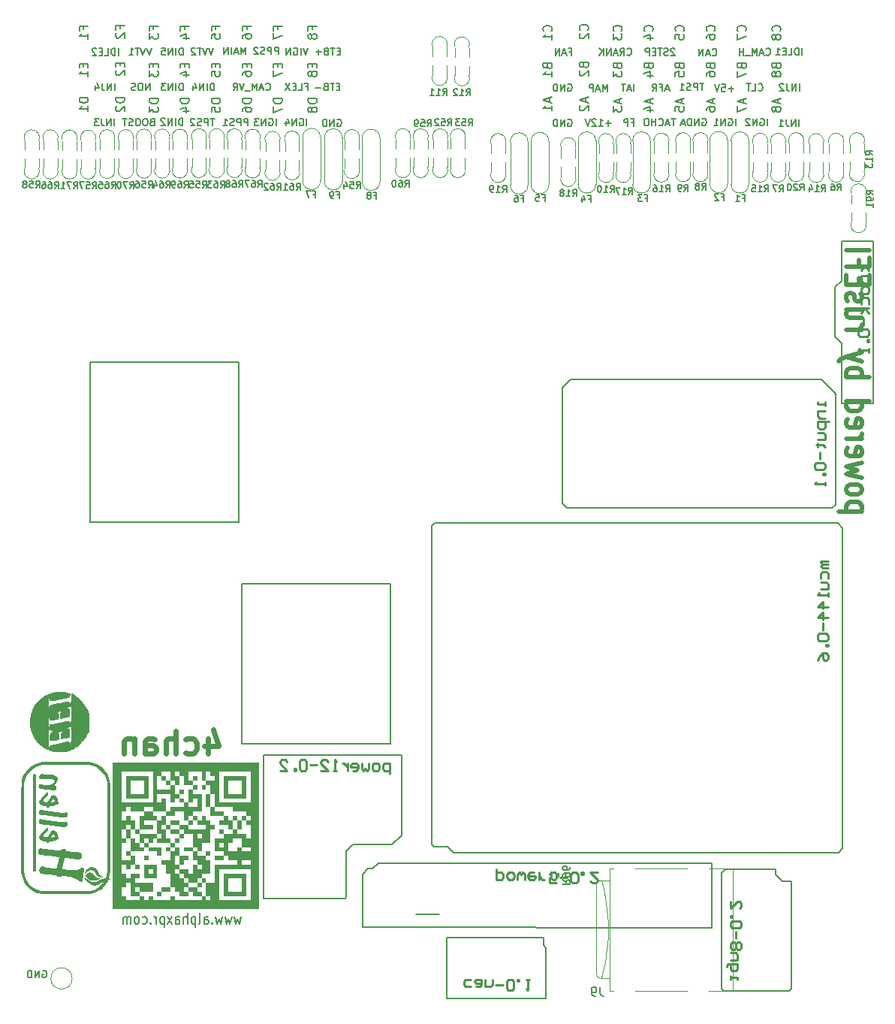
<source format=gbo>
G75*
G70*
%OFA0B0*%
%FSLAX25Y25*%
%IPPOS*%
%LPD*%
%AMOC8*
5,1,8,0,0,1.08239X$1,22.5*
%
%ADD13C,0.02362*%
%ADD59C,0.00787*%
%ADD61C,0.00800*%
%ADD62C,0.01969*%
%ADD69C,0.00472*%
%ADD78C,0.00669*%
%ADD80C,0.00500*%
%ADD81C,0.00591*%
%ADD82C,0.00390*%
%ADD83C,0.01000*%
%ADD87C,0.00512*%
%ADD88C,0.00010*%
X0000000Y0000000D02*
%LPD*%
G01*
D78*
X0331933Y0388614D02*
X0331933Y0391763D01*
X0328783Y0391613D02*
X0329083Y0391763D01*
X0329533Y0391763D01*
X0329983Y0391613D01*
X0330283Y0391313D01*
X0330433Y0391013D01*
X0330583Y0390413D01*
X0330583Y0389964D01*
X0330433Y0389364D01*
X0330283Y0389064D01*
X0329983Y0388764D01*
X0329533Y0388614D01*
X0329233Y0388614D01*
X0328783Y0388764D01*
X0328633Y0388914D01*
X0328633Y0389964D01*
X0329233Y0389964D01*
X0327284Y0388614D02*
X0327284Y0391763D01*
X0325484Y0388614D01*
X0325484Y0391763D01*
X0324134Y0391463D02*
X0323984Y0391613D01*
X0323684Y0391763D01*
X0322934Y0391763D01*
X0322634Y0391613D01*
X0322484Y0391463D01*
X0322334Y0391163D01*
X0322334Y0390863D01*
X0322484Y0390413D01*
X0324284Y0388614D01*
X0322334Y0388614D01*
X0269608Y0420139D02*
X0269758Y0419989D01*
X0270208Y0419839D01*
X0270508Y0419839D01*
X0270958Y0419989D01*
X0271258Y0420289D01*
X0271408Y0420589D01*
X0271558Y0421189D01*
X0271558Y0421639D01*
X0271408Y0422239D01*
X0271258Y0422539D01*
X0270958Y0422839D01*
X0270508Y0422989D01*
X0270208Y0422989D01*
X0269758Y0422839D01*
X0269608Y0422689D01*
X0266459Y0419839D02*
X0267509Y0421339D01*
X0268258Y0419839D02*
X0268258Y0422989D01*
X0267059Y0422989D01*
X0266759Y0422839D01*
X0266609Y0422689D01*
X0266459Y0422389D01*
X0266459Y0421939D01*
X0266609Y0421639D01*
X0266759Y0421489D01*
X0267059Y0421339D01*
X0268258Y0421339D01*
X0265259Y0420739D02*
X0263759Y0420739D01*
X0265559Y0419839D02*
X0264509Y0422989D01*
X0263459Y0419839D01*
X0262409Y0419839D02*
X0262409Y0422989D01*
X0260609Y0419839D01*
X0260609Y0422989D01*
X0259110Y0419839D02*
X0259110Y0422989D01*
X0257310Y0419839D02*
X0258660Y0421639D01*
X0257310Y0422989D02*
X0259110Y0421189D01*
X0100272Y0420229D02*
X0100272Y0423378D01*
X0099222Y0421129D01*
X0098172Y0423378D01*
X0098172Y0420229D01*
X0096822Y0421129D02*
X0095322Y0421129D01*
X0097122Y0420229D02*
X0096072Y0423378D01*
X0095022Y0420229D01*
X0093973Y0420229D02*
X0093973Y0423378D01*
X0092473Y0420229D02*
X0092473Y0423378D01*
X0090673Y0420229D01*
X0090673Y0423378D01*
X0142210Y0421682D02*
X0141160Y0421682D01*
X0140711Y0420032D02*
X0142210Y0420032D01*
X0142210Y0423181D01*
X0140711Y0423181D01*
X0139811Y0423181D02*
X0138011Y0423181D01*
X0138911Y0420032D02*
X0138911Y0423181D01*
X0135911Y0421682D02*
X0135461Y0421532D01*
X0135311Y0421382D01*
X0135161Y0421082D01*
X0135161Y0420632D01*
X0135311Y0420332D01*
X0135461Y0420182D01*
X0135761Y0420032D01*
X0136961Y0420032D01*
X0136961Y0423181D01*
X0135911Y0423181D01*
X0135611Y0423031D01*
X0135461Y0422882D01*
X0135311Y0422582D01*
X0135311Y0422282D01*
X0135461Y0421982D01*
X0135611Y0421832D01*
X0135911Y0421682D01*
X0136961Y0421682D01*
X0133811Y0421232D02*
X0131412Y0421232D01*
X0132612Y0420032D02*
X0132612Y0422432D01*
X0347269Y0419976D02*
X0347269Y0423126D01*
X0345769Y0419976D02*
X0345769Y0423126D01*
X0345019Y0423126D01*
X0344569Y0422976D01*
X0344269Y0422676D01*
X0344119Y0422376D01*
X0343969Y0421776D01*
X0343969Y0421326D01*
X0344119Y0420726D01*
X0344269Y0420426D01*
X0344569Y0420126D01*
X0345019Y0419976D01*
X0345769Y0419976D01*
X0341119Y0419976D02*
X0342619Y0419976D01*
X0342619Y0423126D01*
X0340070Y0421626D02*
X0339020Y0421626D01*
X0338570Y0419976D02*
X0340070Y0419976D01*
X0340070Y0423126D01*
X0338570Y0423126D01*
X0335570Y0419976D02*
X0337370Y0419976D01*
X0336470Y0419976D02*
X0336470Y0423126D01*
X0336770Y0422676D01*
X0337070Y0422376D01*
X0337370Y0422226D01*
D59*
X0098191Y0037627D02*
X0097441Y0034477D01*
X0096691Y0036727D01*
X0095941Y0034477D01*
X0095191Y0037627D01*
X0094066Y0037627D02*
X0093316Y0034477D01*
X0092567Y0036727D01*
X0091817Y0034477D01*
X0091067Y0037627D01*
X0089942Y0037627D02*
X0089192Y0034477D01*
X0088442Y0036727D01*
X0087692Y0034477D01*
X0086942Y0037627D01*
X0085442Y0034927D02*
X0085255Y0034702D01*
X0085442Y0034477D01*
X0085630Y0034702D01*
X0085442Y0034927D01*
X0085442Y0034477D01*
X0081880Y0034477D02*
X0081880Y0036952D01*
X0082068Y0037402D01*
X0082443Y0037627D01*
X0083193Y0037627D01*
X0083568Y0037402D01*
X0081880Y0034702D02*
X0082255Y0034477D01*
X0083193Y0034477D01*
X0083568Y0034702D01*
X0083755Y0035152D01*
X0083755Y0035602D01*
X0083568Y0036052D01*
X0083193Y0036277D01*
X0082255Y0036277D01*
X0081880Y0036502D01*
X0079443Y0034477D02*
X0079818Y0034702D01*
X0080006Y0035152D01*
X0080006Y0039201D01*
X0077943Y0037627D02*
X0077943Y0032902D01*
X0077943Y0037402D02*
X0077568Y0037627D01*
X0076819Y0037627D01*
X0076444Y0037402D01*
X0076256Y0037177D01*
X0076069Y0036727D01*
X0076069Y0035377D01*
X0076256Y0034927D01*
X0076444Y0034702D01*
X0076819Y0034477D01*
X0077568Y0034477D01*
X0077943Y0034702D01*
X0074381Y0034477D02*
X0074381Y0039201D01*
X0072694Y0034477D02*
X0072694Y0036952D01*
X0072882Y0037402D01*
X0073256Y0037627D01*
X0073819Y0037627D01*
X0074194Y0037402D01*
X0074381Y0037177D01*
X0069132Y0034477D02*
X0069132Y0036952D01*
X0069319Y0037402D01*
X0069694Y0037627D01*
X0070444Y0037627D01*
X0070819Y0037402D01*
X0069132Y0034702D02*
X0069507Y0034477D01*
X0070444Y0034477D01*
X0070819Y0034702D01*
X0071007Y0035152D01*
X0071007Y0035602D01*
X0070819Y0036052D01*
X0070444Y0036277D01*
X0069507Y0036277D01*
X0069132Y0036502D01*
X0067632Y0034477D02*
X0065570Y0037627D01*
X0067632Y0037627D02*
X0065570Y0034477D01*
X0064070Y0037627D02*
X0064070Y0032902D01*
X0064070Y0037402D02*
X0063695Y0037627D01*
X0062945Y0037627D01*
X0062570Y0037402D01*
X0062383Y0037177D01*
X0062195Y0036727D01*
X0062195Y0035377D01*
X0062383Y0034927D01*
X0062570Y0034702D01*
X0062945Y0034477D01*
X0063695Y0034477D01*
X0064070Y0034702D01*
X0060508Y0034477D02*
X0060508Y0037627D01*
X0060508Y0036727D02*
X0060321Y0037177D01*
X0060133Y0037402D01*
X0059758Y0037627D01*
X0059383Y0037627D01*
X0058071Y0034927D02*
X0057883Y0034702D01*
X0058071Y0034477D01*
X0058258Y0034702D01*
X0058071Y0034927D01*
X0058071Y0034477D01*
X0054509Y0034702D02*
X0054884Y0034477D01*
X0055634Y0034477D01*
X0056009Y0034702D01*
X0056196Y0034927D01*
X0056384Y0035377D01*
X0056384Y0036727D01*
X0056196Y0037177D01*
X0056009Y0037402D01*
X0055634Y0037627D01*
X0054884Y0037627D01*
X0054509Y0037402D01*
X0052259Y0034477D02*
X0052634Y0034702D01*
X0052822Y0034927D01*
X0053009Y0035377D01*
X0053009Y0036727D01*
X0052822Y0037177D01*
X0052634Y0037402D01*
X0052259Y0037627D01*
X0051697Y0037627D01*
X0051322Y0037402D01*
X0051134Y0037177D01*
X0050947Y0036727D01*
X0050947Y0035377D01*
X0051134Y0034927D01*
X0051322Y0034702D01*
X0051697Y0034477D01*
X0052259Y0034477D01*
X0049259Y0034477D02*
X0049259Y0037627D01*
X0049259Y0037177D02*
X0049072Y0037402D01*
X0048697Y0037627D01*
X0048135Y0037627D01*
X0047760Y0037402D01*
X0047572Y0036952D01*
X0047572Y0034477D01*
X0047572Y0036952D02*
X0047385Y0037402D01*
X0047010Y0037627D01*
X0046447Y0037627D01*
X0046072Y0037402D01*
X0045885Y0036952D01*
X0045885Y0034477D01*
D78*
X0058446Y0423181D02*
X0057396Y0420032D01*
X0056346Y0423181D01*
X0055746Y0423181D02*
X0054696Y0420032D01*
X0053646Y0423181D01*
X0053046Y0423181D02*
X0051247Y0423181D01*
X0052147Y0420032D02*
X0052147Y0423181D01*
X0048547Y0420032D02*
X0050347Y0420032D01*
X0049447Y0420032D02*
X0049447Y0423181D01*
X0049747Y0422732D01*
X0050047Y0422432D01*
X0050347Y0422282D01*
X0072244Y0388733D02*
X0072244Y0391882D01*
X0071494Y0391882D01*
X0071044Y0391732D01*
X0070744Y0391432D01*
X0070594Y0391132D01*
X0070444Y0390532D01*
X0070444Y0390082D01*
X0070594Y0389483D01*
X0070744Y0389183D01*
X0071044Y0388883D01*
X0071494Y0388733D01*
X0072244Y0388733D01*
X0069094Y0388733D02*
X0069094Y0391882D01*
X0067595Y0388733D02*
X0067595Y0391882D01*
X0065795Y0388733D01*
X0065795Y0391882D01*
X0064445Y0391582D02*
X0064295Y0391732D01*
X0063995Y0391882D01*
X0063245Y0391882D01*
X0062945Y0391732D01*
X0062795Y0391582D01*
X0062645Y0391282D01*
X0062645Y0390982D01*
X0062795Y0390532D01*
X0064595Y0388733D01*
X0062645Y0388733D01*
X0043766Y0419835D02*
X0043766Y0422985D01*
X0042267Y0419835D02*
X0042267Y0422985D01*
X0041517Y0422985D01*
X0041067Y0422835D01*
X0040767Y0422535D01*
X0040617Y0422235D01*
X0040467Y0421635D01*
X0040467Y0421185D01*
X0040617Y0420585D01*
X0040767Y0420285D01*
X0041067Y0419985D01*
X0041517Y0419835D01*
X0042267Y0419835D01*
X0037617Y0419835D02*
X0039117Y0419835D01*
X0039117Y0422985D01*
X0036567Y0421485D02*
X0035517Y0421485D01*
X0035067Y0419835D02*
X0036567Y0419835D01*
X0036567Y0422985D01*
X0035067Y0422985D01*
X0033868Y0422685D02*
X0033718Y0422835D01*
X0033418Y0422985D01*
X0032668Y0422985D01*
X0032368Y0422835D01*
X0032218Y0422685D01*
X0032068Y0422385D01*
X0032068Y0422085D01*
X0032218Y0421635D01*
X0034018Y0419835D01*
X0032068Y0419835D01*
X0127859Y0423181D02*
X0126809Y0420032D01*
X0125759Y0423181D01*
X0124709Y0420032D02*
X0124709Y0423181D01*
X0121560Y0423031D02*
X0121860Y0423181D01*
X0122310Y0423181D01*
X0122760Y0423031D01*
X0123060Y0422732D01*
X0123210Y0422432D01*
X0123360Y0421832D01*
X0123360Y0421382D01*
X0123210Y0420782D01*
X0123060Y0420482D01*
X0122760Y0420182D01*
X0122310Y0420032D01*
X0122010Y0420032D01*
X0121560Y0420182D01*
X0121410Y0420332D01*
X0121410Y0421382D01*
X0122010Y0421382D01*
X0120060Y0420032D02*
X0120060Y0423181D01*
X0118260Y0420032D01*
X0118260Y0423181D01*
X0142013Y0405934D02*
X0140964Y0405934D01*
X0140514Y0404284D02*
X0142013Y0404284D01*
X0142013Y0407433D01*
X0140514Y0407433D01*
X0139614Y0407433D02*
X0137814Y0407433D01*
X0138714Y0404284D02*
X0138714Y0407433D01*
X0135714Y0405934D02*
X0135264Y0405784D01*
X0135114Y0405634D01*
X0134964Y0405334D01*
X0134964Y0404884D01*
X0135114Y0404584D01*
X0135264Y0404434D01*
X0135564Y0404284D01*
X0136764Y0404284D01*
X0136764Y0407433D01*
X0135714Y0407433D01*
X0135414Y0407283D01*
X0135264Y0407133D01*
X0135114Y0406834D01*
X0135114Y0406534D01*
X0135264Y0406234D01*
X0135414Y0406084D01*
X0135714Y0405934D01*
X0136764Y0405934D01*
X0133615Y0405484D02*
X0131215Y0405484D01*
D13*
X0083373Y0116760D02*
X0083373Y0109936D01*
X0085810Y0120660D02*
X0088247Y0113348D01*
X0081910Y0113348D01*
X0073624Y0110424D02*
X0074599Y0109936D01*
X0076549Y0109936D01*
X0077523Y0110424D01*
X0078011Y0110911D01*
X0078498Y0111886D01*
X0078498Y0114811D01*
X0078011Y0115786D01*
X0077523Y0116273D01*
X0076549Y0116760D01*
X0074599Y0116760D01*
X0073624Y0116273D01*
X0069237Y0109936D02*
X0069237Y0120172D01*
X0064850Y0109936D02*
X0064850Y0115298D01*
X0065337Y0116273D01*
X0066312Y0116760D01*
X0067775Y0116760D01*
X0068750Y0116273D01*
X0069237Y0115786D01*
X0055589Y0109936D02*
X0055589Y0115298D01*
X0056076Y0116273D01*
X0057051Y0116760D01*
X0059001Y0116760D01*
X0059976Y0116273D01*
X0055589Y0110424D02*
X0056564Y0109936D01*
X0059001Y0109936D01*
X0059976Y0110424D01*
X0060463Y0111399D01*
X0060463Y0112373D01*
X0059976Y0113348D01*
X0059001Y0113836D01*
X0056564Y0113836D01*
X0055589Y0114323D01*
X0050714Y0116760D02*
X0050714Y0109936D01*
X0050714Y0115786D02*
X0050227Y0116273D01*
X0049252Y0116760D01*
X0047790Y0116760D01*
X0046815Y0116273D01*
X0046327Y0115298D01*
X0046327Y0109936D01*
D78*
X0126781Y0405934D02*
X0127831Y0405934D01*
X0127831Y0404284D02*
X0127831Y0407433D01*
X0126331Y0407433D01*
X0123631Y0404284D02*
X0125131Y0404284D01*
X0125131Y0407433D01*
X0122582Y0405934D02*
X0121532Y0405934D01*
X0121082Y0404284D02*
X0122582Y0404284D01*
X0122582Y0407433D01*
X0121082Y0407433D01*
X0120032Y0407433D02*
X0117932Y0404284D01*
X0117932Y0407433D02*
X0120032Y0404284D01*
X0109252Y0404584D02*
X0109402Y0404434D01*
X0109852Y0404284D01*
X0110152Y0404284D01*
X0110602Y0404434D01*
X0110902Y0404734D01*
X0111052Y0405034D01*
X0111202Y0405634D01*
X0111202Y0406084D01*
X0111052Y0406684D01*
X0110902Y0406984D01*
X0110602Y0407283D01*
X0110152Y0407433D01*
X0109852Y0407433D01*
X0109402Y0407283D01*
X0109252Y0407133D01*
X0108052Y0405184D02*
X0106552Y0405184D01*
X0108352Y0404284D02*
X0107302Y0407433D01*
X0106252Y0404284D01*
X0105202Y0404284D02*
X0105202Y0407433D01*
X0104153Y0405184D01*
X0103103Y0407433D01*
X0103103Y0404284D01*
X0102353Y0403984D02*
X0099953Y0403984D01*
X0099653Y0407433D02*
X0098603Y0404284D01*
X0097553Y0407433D01*
X0094704Y0404284D02*
X0095754Y0405784D01*
X0096504Y0404284D02*
X0096504Y0407433D01*
X0095304Y0407433D01*
X0095004Y0407283D01*
X0094854Y0407133D01*
X0094704Y0406834D01*
X0094704Y0406384D01*
X0094854Y0406084D01*
X0095004Y0405934D01*
X0095304Y0405784D01*
X0096504Y0405784D01*
X0058727Y0390186D02*
X0058277Y0390036D01*
X0058127Y0389886D01*
X0057977Y0389586D01*
X0057977Y0389136D01*
X0058127Y0388836D01*
X0058277Y0388686D01*
X0058577Y0388536D01*
X0059777Y0388536D01*
X0059777Y0391685D01*
X0058727Y0391685D01*
X0058427Y0391535D01*
X0058277Y0391385D01*
X0058127Y0391085D01*
X0058127Y0390786D01*
X0058277Y0390486D01*
X0058427Y0390336D01*
X0058727Y0390186D01*
X0059777Y0390186D01*
X0056027Y0391685D02*
X0055427Y0391685D01*
X0055127Y0391535D01*
X0054828Y0391235D01*
X0054678Y0390636D01*
X0054678Y0389586D01*
X0054828Y0388986D01*
X0055127Y0388686D01*
X0055427Y0388536D01*
X0056027Y0388536D01*
X0056327Y0388686D01*
X0056627Y0388986D01*
X0056777Y0389586D01*
X0056777Y0390636D01*
X0056627Y0391235D01*
X0056327Y0391535D01*
X0056027Y0391685D01*
X0052728Y0391685D02*
X0052128Y0391685D01*
X0051828Y0391535D01*
X0051528Y0391235D01*
X0051378Y0390636D01*
X0051378Y0389586D01*
X0051528Y0388986D01*
X0051828Y0388686D01*
X0052128Y0388536D01*
X0052728Y0388536D01*
X0053028Y0388686D01*
X0053328Y0388986D01*
X0053478Y0389586D01*
X0053478Y0390636D01*
X0053328Y0391235D01*
X0053028Y0391535D01*
X0052728Y0391685D01*
X0050178Y0388686D02*
X0049728Y0388536D01*
X0048978Y0388536D01*
X0048678Y0388686D01*
X0048528Y0388836D01*
X0048378Y0389136D01*
X0048378Y0389436D01*
X0048528Y0389736D01*
X0048678Y0389886D01*
X0048978Y0390036D01*
X0049578Y0390186D01*
X0049878Y0390336D01*
X0050028Y0390486D01*
X0050178Y0390786D01*
X0050178Y0391085D01*
X0050028Y0391385D01*
X0049878Y0391535D01*
X0049578Y0391685D01*
X0048828Y0391685D01*
X0048378Y0391535D01*
X0047478Y0391685D02*
X0045679Y0391685D01*
X0046579Y0388536D02*
X0046579Y0391685D01*
X0140982Y0391339D02*
X0141282Y0391489D01*
X0141732Y0391489D01*
X0142182Y0391339D01*
X0142482Y0391039D01*
X0142632Y0390739D01*
X0142782Y0390139D01*
X0142782Y0389689D01*
X0142632Y0389089D01*
X0142482Y0388789D01*
X0142182Y0388489D01*
X0141732Y0388339D01*
X0141432Y0388339D01*
X0140982Y0388489D01*
X0140832Y0388639D01*
X0140832Y0389689D01*
X0141432Y0389689D01*
X0139483Y0388339D02*
X0139483Y0391489D01*
X0137683Y0388339D01*
X0137683Y0391489D01*
X0136183Y0388339D02*
X0136183Y0391489D01*
X0135433Y0391489D01*
X0134983Y0391339D01*
X0134683Y0391039D01*
X0134533Y0390739D01*
X0134383Y0390139D01*
X0134383Y0389689D01*
X0134533Y0389089D01*
X0134683Y0388789D01*
X0134983Y0388489D01*
X0135433Y0388339D01*
X0136183Y0388339D01*
D62*
X0373847Y0217515D02*
X0363611Y0217515D01*
X0373360Y0217515D02*
X0373847Y0218340D01*
X0373847Y0219990D01*
X0373360Y0220815D01*
X0372872Y0221227D01*
X0371897Y0221639D01*
X0368973Y0221639D01*
X0367998Y0221227D01*
X0367510Y0220815D01*
X0367023Y0219990D01*
X0367023Y0218340D01*
X0367510Y0217515D01*
X0367023Y0226589D02*
X0367510Y0225764D01*
X0367998Y0225352D01*
X0368973Y0224939D01*
X0371897Y0224939D01*
X0372872Y0225352D01*
X0373360Y0225764D01*
X0373847Y0226589D01*
X0373847Y0227826D01*
X0373360Y0228651D01*
X0372872Y0229064D01*
X0371897Y0229476D01*
X0368973Y0229476D01*
X0367998Y0229064D01*
X0367510Y0228651D01*
X0367023Y0227826D01*
X0367023Y0226589D01*
X0373847Y0232363D02*
X0367023Y0234013D01*
X0371897Y0235663D01*
X0367023Y0237313D01*
X0373847Y0238962D01*
X0367510Y0245561D02*
X0367023Y0244737D01*
X0367023Y0243087D01*
X0367510Y0242262D01*
X0368485Y0241849D01*
X0372385Y0241849D01*
X0373360Y0242262D01*
X0373847Y0243087D01*
X0373847Y0244737D01*
X0373360Y0245561D01*
X0372385Y0245974D01*
X0371410Y0245974D01*
X0370435Y0241849D01*
X0367023Y0249686D02*
X0373847Y0249686D01*
X0371897Y0249686D02*
X0372872Y0250098D01*
X0373360Y0250511D01*
X0373847Y0251336D01*
X0373847Y0252161D01*
X0367510Y0258347D02*
X0367023Y0257522D01*
X0367023Y0255873D01*
X0367510Y0255048D01*
X0368485Y0254635D01*
X0372385Y0254635D01*
X0373360Y0255048D01*
X0373847Y0255873D01*
X0373847Y0257522D01*
X0373360Y0258347D01*
X0372385Y0258760D01*
X0371410Y0258760D01*
X0370435Y0254635D01*
X0367023Y0266184D02*
X0377259Y0266184D01*
X0367510Y0266184D02*
X0367023Y0265359D01*
X0367023Y0263709D01*
X0367510Y0262884D01*
X0367998Y0262472D01*
X0368973Y0262059D01*
X0371897Y0262059D01*
X0372872Y0262472D01*
X0373360Y0262884D01*
X0373847Y0263709D01*
X0373847Y0265359D01*
X0373360Y0266184D01*
X0367023Y0276908D02*
X0377259Y0276908D01*
X0373360Y0276908D02*
X0373847Y0277732D01*
X0373847Y0279382D01*
X0373360Y0280207D01*
X0372872Y0280620D01*
X0371897Y0281032D01*
X0368973Y0281032D01*
X0367998Y0280620D01*
X0367510Y0280207D01*
X0367023Y0279382D01*
X0367023Y0277732D01*
X0367510Y0276908D01*
X0373847Y0283919D02*
X0367023Y0285981D01*
X0373847Y0288044D02*
X0367023Y0285981D01*
X0364586Y0285157D01*
X0364098Y0284744D01*
X0363611Y0283919D01*
X0367023Y0297942D02*
X0373847Y0297942D01*
X0371897Y0297942D02*
X0372872Y0298355D01*
X0373360Y0298767D01*
X0373847Y0299592D01*
X0373847Y0300417D01*
X0373847Y0307016D02*
X0367023Y0307016D01*
X0373847Y0303304D02*
X0368485Y0303304D01*
X0367510Y0303717D01*
X0367023Y0304542D01*
X0367023Y0305779D01*
X0367510Y0306604D01*
X0367998Y0307016D01*
X0367510Y0310728D02*
X0367023Y0311553D01*
X0367023Y0313203D01*
X0367510Y0314028D01*
X0368485Y0314440D01*
X0368973Y0314440D01*
X0369948Y0314028D01*
X0370435Y0313203D01*
X0370435Y0311966D01*
X0370922Y0311141D01*
X0371897Y0310728D01*
X0372385Y0310728D01*
X0373360Y0311141D01*
X0373847Y0311966D01*
X0373847Y0313203D01*
X0373360Y0314028D01*
X0372385Y0318152D02*
X0372385Y0321040D01*
X0367023Y0322277D02*
X0367023Y0318152D01*
X0377259Y0318152D01*
X0377259Y0322277D01*
X0372385Y0328876D02*
X0372385Y0325989D01*
X0367023Y0325989D02*
X0377259Y0325989D01*
X0377259Y0330113D01*
X0367023Y0333413D02*
X0377259Y0333413D01*
D78*
X0042145Y0404284D02*
X0042145Y0407433D01*
X0040645Y0404284D02*
X0040645Y0407433D01*
X0038845Y0404284D01*
X0038845Y0407433D01*
X0036445Y0407433D02*
X0036445Y0405184D01*
X0036595Y0404734D01*
X0036895Y0404434D01*
X0037345Y0404284D01*
X0037645Y0404284D01*
X0033596Y0406384D02*
X0033596Y0404284D01*
X0034346Y0407583D02*
X0035096Y0405334D01*
X0033146Y0405334D01*
X0303699Y0407433D02*
X0301900Y0407433D01*
X0302800Y0404284D02*
X0302800Y0407433D01*
X0300850Y0404284D02*
X0300850Y0407433D01*
X0299650Y0407433D01*
X0299350Y0407283D01*
X0299200Y0407133D01*
X0299050Y0406834D01*
X0299050Y0406384D01*
X0299200Y0406084D01*
X0299350Y0405934D01*
X0299650Y0405784D01*
X0300850Y0405784D01*
X0297850Y0404434D02*
X0297400Y0404284D01*
X0296650Y0404284D01*
X0296350Y0404434D01*
X0296200Y0404584D01*
X0296050Y0404884D01*
X0296050Y0405184D01*
X0296200Y0405484D01*
X0296350Y0405634D01*
X0296650Y0405784D01*
X0297250Y0405934D01*
X0297550Y0406084D01*
X0297700Y0406234D01*
X0297850Y0406534D01*
X0297850Y0406834D01*
X0297700Y0407133D01*
X0297550Y0407283D01*
X0297250Y0407433D01*
X0296500Y0407433D01*
X0296050Y0407283D01*
X0293051Y0404284D02*
X0294851Y0404284D01*
X0293951Y0404284D02*
X0293951Y0407433D01*
X0294251Y0406984D01*
X0294551Y0406684D01*
X0294851Y0406534D01*
X0345981Y0388339D02*
X0345981Y0391489D01*
X0344481Y0388339D02*
X0344481Y0391489D01*
X0342682Y0388339D01*
X0342682Y0391489D01*
X0340282Y0391489D02*
X0340282Y0389239D01*
X0340432Y0388789D01*
X0340732Y0388489D01*
X0341182Y0388339D01*
X0341482Y0388339D01*
X0337132Y0388339D02*
X0338932Y0388339D01*
X0338032Y0388339D02*
X0338032Y0391489D01*
X0338332Y0391039D01*
X0338632Y0390739D01*
X0338932Y0390589D01*
X0041948Y0388536D02*
X0041948Y0391685D01*
X0040448Y0388536D02*
X0040448Y0391685D01*
X0038648Y0388536D01*
X0038648Y0391685D01*
X0036249Y0391685D02*
X0036249Y0389436D01*
X0036399Y0388986D01*
X0036699Y0388686D01*
X0037148Y0388536D01*
X0037448Y0388536D01*
X0035049Y0391685D02*
X0033099Y0391685D01*
X0034149Y0390486D01*
X0033699Y0390486D01*
X0033399Y0390336D01*
X0033249Y0390186D01*
X0033099Y0389886D01*
X0033099Y0389136D01*
X0033249Y0388836D01*
X0033399Y0388686D01*
X0033699Y0388536D01*
X0034599Y0388536D01*
X0034899Y0388686D01*
X0035049Y0388836D01*
X0307393Y0419864D02*
X0307543Y0419714D01*
X0307993Y0419564D01*
X0308293Y0419564D01*
X0308743Y0419714D01*
X0309042Y0420014D01*
X0309192Y0420314D01*
X0309342Y0420914D01*
X0309342Y0421364D01*
X0309192Y0421964D01*
X0309042Y0422264D01*
X0308743Y0422564D01*
X0308293Y0422714D01*
X0307993Y0422714D01*
X0307543Y0422564D01*
X0307393Y0422414D01*
X0306193Y0420464D02*
X0304693Y0420464D01*
X0306493Y0419564D02*
X0305443Y0422714D01*
X0304393Y0419564D01*
X0303343Y0419564D02*
X0303343Y0422714D01*
X0301543Y0419564D01*
X0301543Y0422714D01*
X0271603Y0390126D02*
X0272653Y0390126D01*
X0272653Y0388476D02*
X0272653Y0391626D01*
X0271153Y0391626D01*
X0269953Y0388476D02*
X0269953Y0391626D01*
X0268753Y0391626D01*
X0268453Y0391476D01*
X0268303Y0391326D01*
X0268153Y0391026D01*
X0268153Y0390576D01*
X0268303Y0390276D01*
X0268453Y0390126D01*
X0268753Y0389976D01*
X0269953Y0389976D01*
X0127362Y0388536D02*
X0127362Y0391685D01*
X0124213Y0391535D02*
X0124513Y0391685D01*
X0124963Y0391685D01*
X0125412Y0391535D01*
X0125712Y0391235D01*
X0125862Y0390936D01*
X0126012Y0390336D01*
X0126012Y0389886D01*
X0125862Y0389286D01*
X0125712Y0388986D01*
X0125412Y0388686D01*
X0124963Y0388536D01*
X0124663Y0388536D01*
X0124213Y0388686D01*
X0124063Y0388836D01*
X0124063Y0389886D01*
X0124663Y0389886D01*
X0122713Y0388536D02*
X0122713Y0391685D01*
X0120913Y0388536D01*
X0120913Y0391685D01*
X0118063Y0390636D02*
X0118063Y0388536D01*
X0118813Y0391835D02*
X0119563Y0389586D01*
X0117613Y0389586D01*
X0317785Y0388614D02*
X0317785Y0391763D01*
X0314635Y0391613D02*
X0314935Y0391763D01*
X0315385Y0391763D01*
X0315835Y0391613D01*
X0316135Y0391313D01*
X0316285Y0391013D01*
X0316435Y0390413D01*
X0316435Y0389964D01*
X0316285Y0389364D01*
X0316135Y0389064D01*
X0315835Y0388764D01*
X0315385Y0388614D01*
X0315085Y0388614D01*
X0314635Y0388764D01*
X0314485Y0388914D01*
X0314485Y0389964D01*
X0315085Y0389964D01*
X0313135Y0388614D02*
X0313135Y0391763D01*
X0311335Y0388614D01*
X0311335Y0391763D01*
X0308186Y0388614D02*
X0309986Y0388614D01*
X0309086Y0388614D02*
X0309086Y0391763D01*
X0309386Y0391313D01*
X0309686Y0391013D01*
X0309986Y0390863D01*
X0327884Y0404342D02*
X0328034Y0404192D01*
X0328484Y0404042D01*
X0328784Y0404042D01*
X0329234Y0404192D01*
X0329534Y0404492D01*
X0329684Y0404792D01*
X0329834Y0405392D01*
X0329834Y0405842D01*
X0329684Y0406442D01*
X0329534Y0406742D01*
X0329234Y0407042D01*
X0328784Y0407192D01*
X0328484Y0407192D01*
X0328034Y0407042D01*
X0327884Y0406892D01*
X0325035Y0404042D02*
X0326534Y0404042D01*
X0326534Y0407192D01*
X0324435Y0407192D02*
X0322635Y0407192D01*
X0323535Y0404042D02*
X0323535Y0407192D01*
X0243345Y0391339D02*
X0243645Y0391489D01*
X0244094Y0391489D01*
X0244544Y0391339D01*
X0244844Y0391039D01*
X0244994Y0390739D01*
X0245144Y0390139D01*
X0245144Y0389689D01*
X0244994Y0389089D01*
X0244844Y0388789D01*
X0244544Y0388489D01*
X0244094Y0388339D01*
X0243795Y0388339D01*
X0243345Y0388489D01*
X0243195Y0388639D01*
X0243195Y0389689D01*
X0243795Y0389689D01*
X0241845Y0388339D02*
X0241845Y0391489D01*
X0240045Y0388339D01*
X0240045Y0391489D01*
X0238545Y0388339D02*
X0238545Y0391489D01*
X0237795Y0391489D01*
X0237345Y0391339D01*
X0237045Y0391039D01*
X0236895Y0390739D01*
X0236745Y0390139D01*
X0236745Y0389689D01*
X0236895Y0389089D01*
X0237045Y0388789D01*
X0237345Y0388489D01*
X0237795Y0388339D01*
X0238545Y0388339D01*
X0086380Y0391685D02*
X0084580Y0391685D01*
X0085480Y0388536D02*
X0085480Y0391685D01*
X0083530Y0388536D02*
X0083530Y0391685D01*
X0082330Y0391685D01*
X0082030Y0391535D01*
X0081880Y0391385D01*
X0081730Y0391085D01*
X0081730Y0390636D01*
X0081880Y0390336D01*
X0082030Y0390186D01*
X0082330Y0390036D01*
X0083530Y0390036D01*
X0080531Y0388686D02*
X0080081Y0388536D01*
X0079331Y0388536D01*
X0079031Y0388686D01*
X0078881Y0388836D01*
X0078731Y0389136D01*
X0078731Y0389436D01*
X0078881Y0389736D01*
X0079031Y0389886D01*
X0079331Y0390036D01*
X0079931Y0390186D01*
X0080231Y0390336D01*
X0080381Y0390486D01*
X0080531Y0390786D01*
X0080531Y0391085D01*
X0080381Y0391385D01*
X0080231Y0391535D01*
X0079931Y0391685D01*
X0079181Y0391685D01*
X0078731Y0391535D01*
X0077531Y0391385D02*
X0077381Y0391535D01*
X0077081Y0391685D01*
X0076331Y0391685D01*
X0076031Y0391535D01*
X0075881Y0391385D01*
X0075731Y0391085D01*
X0075731Y0390786D01*
X0075881Y0390336D01*
X0077681Y0388536D01*
X0075731Y0388536D01*
X0243345Y0406998D02*
X0243645Y0407148D01*
X0244094Y0407148D01*
X0244544Y0406998D01*
X0244844Y0406698D01*
X0244994Y0406398D01*
X0245144Y0405798D01*
X0245144Y0405348D01*
X0244994Y0404748D01*
X0244844Y0404448D01*
X0244544Y0404148D01*
X0244094Y0403998D01*
X0243795Y0403998D01*
X0243345Y0404148D01*
X0243195Y0404298D01*
X0243195Y0405348D01*
X0243795Y0405348D01*
X0241845Y0403998D02*
X0241845Y0407148D01*
X0240045Y0403998D01*
X0240045Y0407148D01*
X0238545Y0403998D02*
X0238545Y0407148D01*
X0237795Y0407148D01*
X0237345Y0406998D01*
X0237045Y0406698D01*
X0236895Y0406398D01*
X0236745Y0405798D01*
X0236745Y0405348D01*
X0236895Y0404748D01*
X0237045Y0404448D01*
X0237345Y0404148D01*
X0237795Y0403998D01*
X0238545Y0403998D01*
X0101265Y0388536D02*
X0101265Y0391685D01*
X0100066Y0391685D01*
X0099766Y0391535D01*
X0099616Y0391385D01*
X0099466Y0391085D01*
X0099466Y0390636D01*
X0099616Y0390336D01*
X0099766Y0390186D01*
X0100066Y0390036D01*
X0101265Y0390036D01*
X0098116Y0388536D02*
X0098116Y0391685D01*
X0096916Y0391685D01*
X0096616Y0391535D01*
X0096466Y0391385D01*
X0096316Y0391085D01*
X0096316Y0390636D01*
X0096466Y0390336D01*
X0096616Y0390186D01*
X0096916Y0390036D01*
X0098116Y0390036D01*
X0095116Y0388686D02*
X0094666Y0388536D01*
X0093916Y0388536D01*
X0093616Y0388686D01*
X0093466Y0388836D01*
X0093316Y0389136D01*
X0093316Y0389436D01*
X0093466Y0389736D01*
X0093616Y0389886D01*
X0093916Y0390036D01*
X0094516Y0390186D01*
X0094816Y0390336D01*
X0094966Y0390486D01*
X0095116Y0390786D01*
X0095116Y0391085D01*
X0094966Y0391385D01*
X0094816Y0391535D01*
X0094516Y0391685D01*
X0093766Y0391685D01*
X0093316Y0391535D01*
X0090317Y0388536D02*
X0092117Y0388536D01*
X0091217Y0388536D02*
X0091217Y0391685D01*
X0091517Y0391235D01*
X0091817Y0390936D01*
X0092117Y0390786D01*
X0346119Y0404042D02*
X0346119Y0407192D01*
X0344619Y0404042D02*
X0344619Y0407192D01*
X0342819Y0404042D01*
X0342819Y0407192D01*
X0340419Y0407192D02*
X0340419Y0404942D01*
X0340569Y0404492D01*
X0340869Y0404192D01*
X0341319Y0404042D01*
X0341619Y0404042D01*
X0339069Y0406892D02*
X0338919Y0407042D01*
X0338619Y0407192D01*
X0337870Y0407192D01*
X0337570Y0407042D01*
X0337420Y0406892D01*
X0337270Y0406592D01*
X0337270Y0406292D01*
X0337420Y0405842D01*
X0339219Y0404042D01*
X0337270Y0404042D01*
X0086220Y0404284D02*
X0086220Y0407433D01*
X0085471Y0407433D01*
X0085021Y0407283D01*
X0084721Y0406984D01*
X0084571Y0406684D01*
X0084421Y0406084D01*
X0084421Y0405634D01*
X0084571Y0405034D01*
X0084721Y0404734D01*
X0085021Y0404434D01*
X0085471Y0404284D01*
X0086220Y0404284D01*
X0083071Y0404284D02*
X0083071Y0407433D01*
X0081571Y0404284D02*
X0081571Y0407433D01*
X0079771Y0404284D01*
X0079771Y0407433D01*
X0076922Y0406384D02*
X0076922Y0404284D01*
X0077672Y0407583D02*
X0078421Y0405334D01*
X0076472Y0405334D01*
X0288163Y0404805D02*
X0286664Y0404805D01*
X0288463Y0403905D02*
X0287413Y0407054D01*
X0286364Y0403905D01*
X0284264Y0405555D02*
X0285314Y0405555D01*
X0285314Y0403905D02*
X0285314Y0407054D01*
X0283814Y0407054D01*
X0280814Y0403905D02*
X0281864Y0405405D01*
X0282614Y0403905D02*
X0282614Y0407054D01*
X0281414Y0407054D01*
X0281114Y0406905D01*
X0280964Y0406755D01*
X0280814Y0406455D01*
X0280814Y0406005D01*
X0280964Y0405705D01*
X0281114Y0405555D01*
X0281414Y0405405D01*
X0282614Y0405405D01*
X0290813Y0422689D02*
X0290663Y0422839D01*
X0290363Y0422989D01*
X0289613Y0422989D01*
X0289313Y0422839D01*
X0289163Y0422689D01*
X0289014Y0422389D01*
X0289014Y0422089D01*
X0289163Y0421639D01*
X0290963Y0419839D01*
X0289014Y0419839D01*
X0287814Y0419989D02*
X0287364Y0419839D01*
X0286614Y0419839D01*
X0286314Y0419989D01*
X0286164Y0420139D01*
X0286014Y0420439D01*
X0286014Y0420739D01*
X0286164Y0421039D01*
X0286314Y0421189D01*
X0286614Y0421339D01*
X0287214Y0421489D01*
X0287514Y0421639D01*
X0287664Y0421789D01*
X0287814Y0422089D01*
X0287814Y0422389D01*
X0287664Y0422689D01*
X0287514Y0422839D01*
X0287214Y0422989D01*
X0286464Y0422989D01*
X0286014Y0422839D01*
X0285114Y0422989D02*
X0283314Y0422989D01*
X0284214Y0419839D02*
X0284214Y0422989D01*
X0282264Y0421489D02*
X0281214Y0421489D01*
X0280765Y0419839D02*
X0282264Y0419839D01*
X0282264Y0422989D01*
X0280765Y0422989D01*
X0279415Y0419839D02*
X0279415Y0422989D01*
X0278215Y0422989D01*
X0277915Y0422839D01*
X0277765Y0422689D01*
X0277615Y0422389D01*
X0277615Y0421939D01*
X0277765Y0421639D01*
X0277915Y0421489D01*
X0278215Y0421339D01*
X0279415Y0421339D01*
X0331271Y0420139D02*
X0331421Y0419989D01*
X0331871Y0419839D01*
X0332171Y0419839D01*
X0332621Y0419989D01*
X0332921Y0420289D01*
X0333071Y0420589D01*
X0333221Y0421189D01*
X0333221Y0421639D01*
X0333071Y0422239D01*
X0332921Y0422539D01*
X0332621Y0422839D01*
X0332171Y0422989D01*
X0331871Y0422989D01*
X0331421Y0422839D01*
X0331271Y0422689D01*
X0330072Y0420739D02*
X0328572Y0420739D01*
X0330372Y0419839D02*
X0329322Y0422989D01*
X0328272Y0419839D01*
X0327222Y0419839D02*
X0327222Y0422989D01*
X0326172Y0420739D01*
X0325122Y0422989D01*
X0325122Y0419839D01*
X0324372Y0419539D02*
X0321973Y0419539D01*
X0321223Y0419839D02*
X0321223Y0422989D01*
X0321223Y0421489D02*
X0319423Y0421489D01*
X0319423Y0419839D02*
X0319423Y0422989D01*
X0243907Y0421489D02*
X0244957Y0421489D01*
X0244957Y0419839D02*
X0244957Y0422989D01*
X0243457Y0422989D01*
X0242407Y0420739D02*
X0240907Y0420739D01*
X0242707Y0419839D02*
X0241657Y0422989D01*
X0240607Y0419839D01*
X0239557Y0419839D02*
X0239557Y0422989D01*
X0237757Y0419839D01*
X0237757Y0422989D01*
X0113780Y0388536D02*
X0113780Y0391685D01*
X0110630Y0391535D02*
X0110930Y0391685D01*
X0111380Y0391685D01*
X0111830Y0391535D01*
X0112130Y0391235D01*
X0112280Y0390936D01*
X0112430Y0390336D01*
X0112430Y0389886D01*
X0112280Y0389286D01*
X0112130Y0388986D01*
X0111830Y0388686D01*
X0111380Y0388536D01*
X0111080Y0388536D01*
X0110630Y0388686D01*
X0110480Y0388836D01*
X0110480Y0389886D01*
X0111080Y0389886D01*
X0109130Y0388536D02*
X0109130Y0391685D01*
X0107330Y0388536D01*
X0107330Y0391685D01*
X0106130Y0391685D02*
X0104181Y0391685D01*
X0105231Y0390486D01*
X0104781Y0390486D01*
X0104481Y0390336D01*
X0104331Y0390186D01*
X0104181Y0389886D01*
X0104181Y0389136D01*
X0104331Y0388836D01*
X0104481Y0388686D01*
X0104781Y0388536D01*
X0105681Y0388536D01*
X0105980Y0388686D01*
X0106130Y0388836D01*
X0114848Y0420229D02*
X0114848Y0423378D01*
X0113648Y0423378D01*
X0113348Y0423228D01*
X0113198Y0423078D01*
X0113048Y0422778D01*
X0113048Y0422328D01*
X0113198Y0422028D01*
X0113348Y0421879D01*
X0113648Y0421729D01*
X0114848Y0421729D01*
X0111699Y0420229D02*
X0111699Y0423378D01*
X0110499Y0423378D01*
X0110199Y0423228D01*
X0110049Y0423078D01*
X0109899Y0422778D01*
X0109899Y0422328D01*
X0110049Y0422028D01*
X0110199Y0421879D01*
X0110499Y0421729D01*
X0111699Y0421729D01*
X0108699Y0420379D02*
X0108249Y0420229D01*
X0107499Y0420229D01*
X0107199Y0420379D01*
X0107049Y0420529D01*
X0106899Y0420829D01*
X0106899Y0421129D01*
X0107049Y0421429D01*
X0107199Y0421579D01*
X0107499Y0421729D01*
X0108099Y0421879D01*
X0108399Y0422028D01*
X0108549Y0422178D01*
X0108699Y0422478D01*
X0108699Y0422778D01*
X0108549Y0423078D01*
X0108399Y0423228D01*
X0108099Y0423378D01*
X0107349Y0423378D01*
X0106899Y0423228D01*
X0105699Y0423078D02*
X0105549Y0423228D01*
X0105249Y0423378D01*
X0104499Y0423378D01*
X0104199Y0423228D01*
X0104049Y0423078D01*
X0103900Y0422778D01*
X0103900Y0422478D01*
X0104049Y0422028D01*
X0105849Y0420229D01*
X0103900Y0420229D01*
X0010137Y0013622D02*
X0010444Y0013776D01*
X0010906Y0013776D01*
X0011367Y0013622D01*
X0011674Y0013315D01*
X0011828Y0013007D01*
X0011982Y0012392D01*
X0011982Y0011931D01*
X0011828Y0011316D01*
X0011674Y0011009D01*
X0011367Y0010701D01*
X0010906Y0010547D01*
X0010598Y0010547D01*
X0010137Y0010701D01*
X0009983Y0010855D01*
X0009983Y0011931D01*
X0010598Y0011931D01*
X0008600Y0010547D02*
X0008600Y0013776D01*
X0006755Y0010547D01*
X0006755Y0013776D01*
X0005217Y0010547D02*
X0005217Y0013776D01*
X0004449Y0013776D01*
X0003988Y0013622D01*
X0003680Y0013315D01*
X0003526Y0013007D01*
X0003373Y0012392D01*
X0003373Y0011931D01*
X0003526Y0011316D01*
X0003680Y0011009D01*
X0003988Y0010701D01*
X0004449Y0010547D01*
X0005217Y0010547D01*
X0072441Y0404284D02*
X0072441Y0407433D01*
X0071691Y0407433D01*
X0071241Y0407283D01*
X0070941Y0406984D01*
X0070791Y0406684D01*
X0070641Y0406084D01*
X0070641Y0405634D01*
X0070791Y0405034D01*
X0070941Y0404734D01*
X0071241Y0404434D01*
X0071691Y0404284D01*
X0072441Y0404284D01*
X0069291Y0404284D02*
X0069291Y0407433D01*
X0067792Y0404284D02*
X0067792Y0407433D01*
X0065992Y0404284D01*
X0065992Y0407433D01*
X0064792Y0407433D02*
X0062842Y0407433D01*
X0063892Y0406234D01*
X0063442Y0406234D01*
X0063142Y0406084D01*
X0062992Y0405934D01*
X0062842Y0405634D01*
X0062842Y0404884D01*
X0062992Y0404584D01*
X0063142Y0404434D01*
X0063442Y0404284D01*
X0064342Y0404284D01*
X0064642Y0404434D01*
X0064792Y0404584D01*
X0302936Y0391613D02*
X0303236Y0391763D01*
X0303686Y0391763D01*
X0304136Y0391613D01*
X0304436Y0391313D01*
X0304586Y0391013D01*
X0304736Y0390413D01*
X0304736Y0389964D01*
X0304586Y0389364D01*
X0304436Y0389064D01*
X0304136Y0388764D01*
X0303686Y0388614D01*
X0303386Y0388614D01*
X0302936Y0388764D01*
X0302786Y0388914D01*
X0302786Y0389964D01*
X0303386Y0389964D01*
X0301436Y0388614D02*
X0301436Y0391763D01*
X0299637Y0388614D01*
X0299637Y0391763D01*
X0298137Y0388614D02*
X0298137Y0391763D01*
X0297387Y0391763D01*
X0296937Y0391613D01*
X0296637Y0391313D01*
X0296487Y0391013D01*
X0296337Y0390413D01*
X0296337Y0389964D01*
X0296487Y0389364D01*
X0296637Y0389064D01*
X0296937Y0388764D01*
X0297387Y0388614D01*
X0298137Y0388614D01*
X0295137Y0389514D02*
X0293637Y0389514D01*
X0295437Y0388614D02*
X0294387Y0391763D01*
X0293337Y0388614D01*
X0316972Y0404967D02*
X0314573Y0404967D01*
X0315773Y0403768D02*
X0315773Y0406167D01*
X0311573Y0406917D02*
X0313073Y0406917D01*
X0313223Y0405417D01*
X0313073Y0405567D01*
X0312773Y0405717D01*
X0312023Y0405717D01*
X0311723Y0405567D01*
X0311573Y0405417D01*
X0311423Y0405117D01*
X0311423Y0404367D01*
X0311573Y0404067D01*
X0311723Y0403918D01*
X0312023Y0403768D01*
X0312773Y0403768D01*
X0313073Y0403918D01*
X0313223Y0404067D01*
X0310523Y0406917D02*
X0309473Y0403768D01*
X0308423Y0406917D01*
X0057790Y0404284D02*
X0057790Y0407433D01*
X0055990Y0404284D01*
X0055990Y0407433D01*
X0053890Y0407433D02*
X0053290Y0407433D01*
X0052990Y0407283D01*
X0052690Y0406984D01*
X0052540Y0406384D01*
X0052540Y0405334D01*
X0052690Y0404734D01*
X0052990Y0404434D01*
X0053290Y0404284D01*
X0053890Y0404284D01*
X0054190Y0404434D01*
X0054490Y0404734D01*
X0054640Y0405334D01*
X0054640Y0406384D01*
X0054490Y0406984D01*
X0054190Y0407283D01*
X0053890Y0407433D01*
X0051340Y0404434D02*
X0050891Y0404284D01*
X0050141Y0404284D01*
X0049841Y0404434D01*
X0049691Y0404584D01*
X0049541Y0404884D01*
X0049541Y0405184D01*
X0049691Y0405484D01*
X0049841Y0405634D01*
X0050141Y0405784D01*
X0050741Y0405934D01*
X0051040Y0406084D01*
X0051190Y0406234D01*
X0051340Y0406534D01*
X0051340Y0406834D01*
X0051190Y0407133D01*
X0051040Y0407283D01*
X0050741Y0407433D01*
X0049991Y0407433D01*
X0049541Y0407283D01*
X0260853Y0403768D02*
X0260853Y0406917D01*
X0259804Y0404667D01*
X0258754Y0406917D01*
X0258754Y0403768D01*
X0257404Y0404667D02*
X0255904Y0404667D01*
X0257704Y0403768D02*
X0256654Y0406917D01*
X0255604Y0403768D01*
X0254554Y0403768D02*
X0254554Y0406917D01*
X0253354Y0406917D01*
X0253054Y0406767D01*
X0252904Y0406617D01*
X0252754Y0406317D01*
X0252754Y0405867D01*
X0252904Y0405567D01*
X0253054Y0405417D01*
X0253354Y0405267D01*
X0254554Y0405267D01*
X0086005Y0423181D02*
X0084955Y0420032D01*
X0083905Y0423181D01*
X0083305Y0423181D02*
X0082255Y0420032D01*
X0081205Y0423181D01*
X0080606Y0423181D02*
X0078806Y0423181D01*
X0079706Y0420032D02*
X0079706Y0423181D01*
X0077906Y0422882D02*
X0077756Y0423031D01*
X0077456Y0423181D01*
X0076706Y0423181D01*
X0076406Y0423031D01*
X0076256Y0422882D01*
X0076106Y0422582D01*
X0076106Y0422282D01*
X0076256Y0421832D01*
X0078056Y0420032D01*
X0076106Y0420032D01*
X0272615Y0403905D02*
X0272615Y0407054D01*
X0271266Y0404805D02*
X0269766Y0404805D01*
X0271566Y0403905D02*
X0270516Y0407054D01*
X0269466Y0403905D01*
X0268866Y0407054D02*
X0267066Y0407054D01*
X0267966Y0403905D02*
X0267966Y0407054D01*
X0072441Y0420032D02*
X0072441Y0423181D01*
X0071691Y0423181D01*
X0071241Y0423031D01*
X0070941Y0422732D01*
X0070791Y0422432D01*
X0070641Y0421832D01*
X0070641Y0421382D01*
X0070791Y0420782D01*
X0070941Y0420482D01*
X0071241Y0420182D01*
X0071691Y0420032D01*
X0072441Y0420032D01*
X0069291Y0420032D02*
X0069291Y0423181D01*
X0067792Y0420032D02*
X0067792Y0423181D01*
X0065992Y0420032D01*
X0065992Y0423181D01*
X0062992Y0423181D02*
X0064492Y0423181D01*
X0064642Y0421682D01*
X0064492Y0421832D01*
X0064192Y0421982D01*
X0063442Y0421982D01*
X0063142Y0421832D01*
X0062992Y0421682D01*
X0062842Y0421382D01*
X0062842Y0420632D01*
X0062992Y0420332D01*
X0063142Y0420182D01*
X0063442Y0420032D01*
X0064192Y0420032D01*
X0064492Y0420182D01*
X0064642Y0420332D01*
X0262566Y0389676D02*
X0260166Y0389676D01*
X0261366Y0388476D02*
X0261366Y0390876D01*
X0257016Y0388476D02*
X0258816Y0388476D01*
X0257916Y0388476D02*
X0257916Y0391626D01*
X0258216Y0391176D01*
X0258516Y0390876D01*
X0258816Y0390726D01*
X0255816Y0391326D02*
X0255666Y0391476D01*
X0255367Y0391626D01*
X0254617Y0391626D01*
X0254317Y0391476D01*
X0254167Y0391326D01*
X0254017Y0391026D01*
X0254017Y0390726D01*
X0254167Y0390276D01*
X0255966Y0388476D01*
X0254017Y0388476D01*
X0253117Y0391626D02*
X0252067Y0388476D01*
X0251017Y0391626D01*
X0291063Y0391763D02*
X0289264Y0391763D01*
X0290164Y0388614D02*
X0290164Y0391763D01*
X0288364Y0389514D02*
X0286864Y0389514D01*
X0288664Y0388614D02*
X0287614Y0391763D01*
X0286564Y0388614D01*
X0283714Y0388914D02*
X0283864Y0388764D01*
X0284314Y0388614D01*
X0284614Y0388614D01*
X0285064Y0388764D01*
X0285364Y0389064D01*
X0285514Y0389364D01*
X0285664Y0389964D01*
X0285664Y0390413D01*
X0285514Y0391013D01*
X0285364Y0391313D01*
X0285064Y0391613D01*
X0284614Y0391763D01*
X0284314Y0391763D01*
X0283864Y0391613D01*
X0283714Y0391463D01*
X0282365Y0388614D02*
X0282365Y0391763D01*
X0282365Y0390263D02*
X0280565Y0390263D01*
X0280565Y0388614D02*
X0280565Y0391763D01*
X0278465Y0391763D02*
X0277865Y0391763D01*
X0277565Y0391613D01*
X0277265Y0391313D01*
X0277115Y0390713D01*
X0277115Y0389664D01*
X0277265Y0389064D01*
X0277565Y0388764D01*
X0277865Y0388614D01*
X0278465Y0388614D01*
X0278765Y0388764D01*
X0279065Y0389064D01*
X0279215Y0389664D01*
X0279215Y0390713D01*
X0279065Y0391313D01*
X0278765Y0391613D01*
X0278465Y0391763D01*
X0241020Y0053993D02*
X0242557Y0052917D01*
X0241020Y0052149D02*
X0244248Y0052149D01*
X0244248Y0053378D01*
X0244094Y0053686D01*
X0243941Y0053840D01*
X0243633Y0053993D01*
X0243172Y0053993D01*
X0242865Y0053840D01*
X0242711Y0053686D01*
X0242557Y0053378D01*
X0242557Y0052149D01*
X0241020Y0055531D02*
X0241020Y0056146D01*
X0241174Y0056453D01*
X0241327Y0056607D01*
X0241789Y0056914D01*
X0242403Y0057068D01*
X0243633Y0057068D01*
X0243941Y0056914D01*
X0244094Y0056761D01*
X0244248Y0056453D01*
X0244248Y0055838D01*
X0244094Y0055531D01*
X0243941Y0055377D01*
X0243633Y0055223D01*
X0242865Y0055223D01*
X0242557Y0055377D01*
X0242403Y0055531D01*
X0242250Y0055838D01*
X0242250Y0056453D01*
X0242403Y0056761D01*
X0242557Y0056914D01*
X0242865Y0057068D01*
X0244248Y0059835D02*
X0244248Y0059220D01*
X0244094Y0058913D01*
X0243941Y0058759D01*
X0243480Y0058452D01*
X0242865Y0058298D01*
X0241635Y0058298D01*
X0241327Y0058452D01*
X0241174Y0058605D01*
X0241020Y0058913D01*
X0241020Y0059528D01*
X0241174Y0059835D01*
X0241327Y0059989D01*
X0241635Y0060143D01*
X0242403Y0060143D01*
X0242711Y0059989D01*
X0242865Y0059835D01*
X0243018Y0059528D01*
X0243018Y0058913D01*
X0242865Y0058605D01*
X0242711Y0058452D01*
X0242403Y0058298D01*
D81*
X0257651Y0006408D02*
X0257651Y0003596D01*
X0257838Y0003033D01*
X0258213Y0002658D01*
X0258776Y0002471D01*
X0259151Y0002471D01*
X0255589Y0002471D02*
X0254839Y0002471D01*
X0254464Y0002658D01*
X0254276Y0002846D01*
X0253901Y0003408D01*
X0253714Y0004158D01*
X0253714Y0005658D01*
X0253901Y0006033D01*
X0254089Y0006220D01*
X0254464Y0006408D01*
X0255214Y0006408D01*
X0255589Y0006220D01*
X0255776Y0006033D01*
X0255964Y0005658D01*
X0255964Y0004721D01*
X0255776Y0004346D01*
X0255589Y0004158D01*
X0255214Y0003971D01*
X0254464Y0003971D01*
X0254089Y0004158D01*
X0253901Y0004346D01*
X0253714Y0004721D01*
D87*
X0302780Y0360171D02*
X0303764Y0361577D01*
X0304467Y0360171D02*
X0304467Y0363124D01*
X0303342Y0363124D01*
X0303061Y0362983D01*
X0302920Y0362843D01*
X0302780Y0362561D01*
X0302780Y0362139D01*
X0302920Y0361858D01*
X0303061Y0361718D01*
X0303342Y0361577D01*
X0304467Y0361577D01*
X0301092Y0361858D02*
X0301374Y0361999D01*
X0301514Y0362139D01*
X0301655Y0362421D01*
X0301655Y0362561D01*
X0301514Y0362843D01*
X0301374Y0362983D01*
X0301092Y0363124D01*
X0300530Y0363124D01*
X0300249Y0362983D01*
X0300108Y0362843D01*
X0299968Y0362561D01*
X0299968Y0362421D01*
X0300108Y0362139D01*
X0300249Y0361999D01*
X0300530Y0361858D01*
X0301092Y0361858D01*
X0301374Y0361718D01*
X0301514Y0361577D01*
X0301655Y0361296D01*
X0301655Y0360733D01*
X0301514Y0360452D01*
X0301374Y0360312D01*
X0301092Y0360171D01*
X0300530Y0360171D01*
X0300249Y0360312D01*
X0300108Y0360452D01*
X0299968Y0360733D01*
X0299968Y0361296D01*
X0300108Y0361577D01*
X0300249Y0361718D01*
X0300530Y0361858D01*
D80*
X0180866Y0388210D02*
X0181866Y0389638D01*
X0182580Y0388210D02*
X0182580Y0391210D01*
X0181437Y0391210D01*
X0181151Y0391067D01*
X0181008Y0390924D01*
X0180866Y0390638D01*
X0180866Y0390210D01*
X0181008Y0389924D01*
X0181151Y0389781D01*
X0181437Y0389638D01*
X0182580Y0389638D01*
X0178151Y0391210D02*
X0179580Y0391210D01*
X0179723Y0389781D01*
X0179580Y0389924D01*
X0179294Y0390067D01*
X0178580Y0390067D01*
X0178294Y0389924D01*
X0178151Y0389781D01*
X0178008Y0389496D01*
X0178008Y0388781D01*
X0178151Y0388496D01*
X0178294Y0388353D01*
X0178580Y0388210D01*
X0179294Y0388210D01*
X0179580Y0388353D01*
X0179723Y0388496D01*
X0176580Y0388210D02*
X0176008Y0388210D01*
X0175723Y0388353D01*
X0175580Y0388496D01*
X0175294Y0388924D01*
X0175151Y0389496D01*
X0175151Y0390638D01*
X0175294Y0390924D01*
X0175437Y0391067D01*
X0175723Y0391210D01*
X0176294Y0391210D01*
X0176580Y0391067D01*
X0176723Y0390924D01*
X0176866Y0390638D01*
X0176866Y0389924D01*
X0176723Y0389638D01*
X0176580Y0389496D01*
X0176294Y0389353D01*
X0175723Y0389353D01*
X0175437Y0389496D01*
X0175294Y0389638D01*
X0175151Y0389924D01*
X0294988Y0359470D02*
X0295988Y0360898D01*
X0296702Y0359470D02*
X0296702Y0362470D01*
X0295560Y0362470D01*
X0295274Y0362327D01*
X0295131Y0362184D01*
X0294988Y0361898D01*
X0294988Y0361470D01*
X0295131Y0361184D01*
X0295274Y0361041D01*
X0295560Y0360898D01*
X0296702Y0360898D01*
X0293560Y0359470D02*
X0292988Y0359470D01*
X0292702Y0359612D01*
X0292560Y0359755D01*
X0292274Y0360184D01*
X0292131Y0360755D01*
X0292131Y0361898D01*
X0292274Y0362184D01*
X0292417Y0362327D01*
X0292702Y0362470D01*
X0293274Y0362470D01*
X0293560Y0362327D01*
X0293702Y0362184D01*
X0293845Y0361898D01*
X0293845Y0361184D01*
X0293702Y0360898D01*
X0293560Y0360755D01*
X0293274Y0360612D01*
X0292702Y0360612D01*
X0292417Y0360755D01*
X0292274Y0360898D01*
X0292131Y0361184D01*
X0097204Y0361241D02*
X0098204Y0362670D01*
X0098918Y0361241D02*
X0098918Y0364241D01*
X0097776Y0364241D01*
X0097490Y0364098D01*
X0097347Y0363956D01*
X0097204Y0363670D01*
X0097204Y0363241D01*
X0097347Y0362956D01*
X0097490Y0362813D01*
X0097776Y0362670D01*
X0098918Y0362670D01*
X0094633Y0364241D02*
X0095204Y0364241D01*
X0095490Y0364098D01*
X0095633Y0363956D01*
X0095918Y0363527D01*
X0096061Y0362956D01*
X0096061Y0361813D01*
X0095918Y0361527D01*
X0095776Y0361384D01*
X0095490Y0361241D01*
X0094918Y0361241D01*
X0094633Y0361384D01*
X0094490Y0361527D01*
X0094347Y0361813D01*
X0094347Y0362527D01*
X0094490Y0362813D01*
X0094633Y0362956D01*
X0094918Y0363098D01*
X0095490Y0363098D01*
X0095776Y0362956D01*
X0095918Y0362813D01*
X0096061Y0362527D01*
X0092633Y0362956D02*
X0092918Y0363098D01*
X0093061Y0363241D01*
X0093204Y0363527D01*
X0093204Y0363670D01*
X0093061Y0363956D01*
X0092918Y0364098D01*
X0092633Y0364241D01*
X0092061Y0364241D01*
X0091776Y0364098D01*
X0091633Y0363956D01*
X0091490Y0363670D01*
X0091490Y0363527D01*
X0091633Y0363241D01*
X0091776Y0363098D01*
X0092061Y0362956D01*
X0092633Y0362956D01*
X0092918Y0362813D01*
X0093061Y0362670D01*
X0093204Y0362384D01*
X0093204Y0361813D01*
X0093061Y0361527D01*
X0092918Y0361384D01*
X0092633Y0361241D01*
X0092061Y0361241D01*
X0091776Y0361384D01*
X0091633Y0361527D01*
X0091490Y0361813D01*
X0091490Y0362384D01*
X0091633Y0362670D01*
X0091776Y0362813D01*
X0092061Y0362956D01*
X0252378Y0356120D02*
X0253378Y0356120D01*
X0253378Y0354548D02*
X0253378Y0357548D01*
X0251949Y0357548D01*
X0249521Y0356548D02*
X0249521Y0354548D01*
X0250235Y0357691D02*
X0250949Y0355548D01*
X0249092Y0355548D01*
X0378916Y0358110D02*
X0377488Y0359110D01*
X0378916Y0359824D02*
X0375916Y0359824D01*
X0375916Y0358681D01*
X0376059Y0358395D01*
X0376202Y0358253D01*
X0376488Y0358110D01*
X0376916Y0358110D01*
X0377202Y0358253D01*
X0377345Y0358395D01*
X0377488Y0358681D01*
X0377488Y0359824D01*
X0378916Y0356681D02*
X0378916Y0356110D01*
X0378773Y0355824D01*
X0378630Y0355681D01*
X0378202Y0355395D01*
X0377630Y0355253D01*
X0376488Y0355253D01*
X0376202Y0355395D01*
X0376059Y0355538D01*
X0375916Y0355824D01*
X0375916Y0356395D01*
X0376059Y0356681D01*
X0376202Y0356824D01*
X0376488Y0356967D01*
X0377202Y0356967D01*
X0377488Y0356824D01*
X0377630Y0356681D01*
X0377773Y0356395D01*
X0377773Y0355824D01*
X0377630Y0355538D01*
X0377488Y0355395D01*
X0377202Y0355253D01*
X0378916Y0352395D02*
X0378916Y0354110D01*
X0378916Y0353253D02*
X0375916Y0353253D01*
X0376345Y0353538D01*
X0376630Y0353824D01*
X0376773Y0354110D01*
D81*
X0129837Y0431234D02*
X0129837Y0432546D01*
X0131899Y0432546D02*
X0127962Y0432546D01*
X0127962Y0430671D01*
X0129649Y0428609D02*
X0129462Y0428984D01*
X0129274Y0429171D01*
X0128900Y0429359D01*
X0128712Y0429359D01*
X0128337Y0429171D01*
X0128150Y0428984D01*
X0127962Y0428609D01*
X0127962Y0427859D01*
X0128150Y0427484D01*
X0128337Y0427297D01*
X0128712Y0427109D01*
X0128900Y0427109D01*
X0129274Y0427297D01*
X0129462Y0427484D01*
X0129649Y0427859D01*
X0129649Y0428609D01*
X0129837Y0428984D01*
X0130024Y0429171D01*
X0130399Y0429359D01*
X0131149Y0429359D01*
X0131524Y0429171D01*
X0131712Y0428984D01*
X0131899Y0428609D01*
X0131899Y0427859D01*
X0131712Y0427484D01*
X0131524Y0427297D01*
X0131149Y0427109D01*
X0130399Y0427109D01*
X0130024Y0427297D01*
X0129837Y0427484D01*
X0129649Y0427859D01*
X0116545Y0400544D02*
X0112608Y0400544D01*
X0112608Y0399606D01*
X0112795Y0399044D01*
X0113170Y0398669D01*
X0113545Y0398481D01*
X0114295Y0398294D01*
X0114858Y0398294D01*
X0115607Y0398481D01*
X0115982Y0398669D01*
X0116357Y0399044D01*
X0116545Y0399606D01*
X0116545Y0400544D01*
X0112608Y0396982D02*
X0112608Y0394357D01*
X0116545Y0396044D01*
X0028262Y0431234D02*
X0028262Y0432546D01*
X0030324Y0432546D02*
X0026387Y0432546D01*
X0026387Y0430671D01*
X0030324Y0427109D02*
X0030324Y0429359D01*
X0030324Y0428234D02*
X0026387Y0428234D01*
X0026950Y0428609D01*
X0027325Y0428984D01*
X0027512Y0429359D01*
X0086924Y0416104D02*
X0086924Y0414792D01*
X0088986Y0414229D02*
X0088986Y0416104D01*
X0085049Y0416104D01*
X0085049Y0414229D01*
X0085049Y0410667D02*
X0085049Y0412542D01*
X0086924Y0412730D01*
X0086736Y0412542D01*
X0086549Y0412167D01*
X0086549Y0411230D01*
X0086736Y0410855D01*
X0086924Y0410667D01*
X0087298Y0410480D01*
X0088236Y0410480D01*
X0088611Y0410667D01*
X0088798Y0410855D01*
X0088986Y0411230D01*
X0088986Y0412167D01*
X0088798Y0412542D01*
X0088611Y0412730D01*
X0059364Y0416104D02*
X0059364Y0414792D01*
X0061427Y0414229D02*
X0061427Y0416104D01*
X0057490Y0416104D01*
X0057490Y0414229D01*
X0057490Y0412917D02*
X0057490Y0410480D01*
X0058990Y0411792D01*
X0058990Y0411230D01*
X0059177Y0410855D01*
X0059364Y0410667D01*
X0059739Y0410480D01*
X0060677Y0410480D01*
X0061052Y0410667D01*
X0061239Y0410855D01*
X0061427Y0411230D01*
X0061427Y0412355D01*
X0061239Y0412730D01*
X0061052Y0412917D01*
X0073144Y0431234D02*
X0073144Y0432546D01*
X0075206Y0432546D02*
X0071269Y0432546D01*
X0071269Y0430671D01*
X0072582Y0427484D02*
X0075206Y0427484D01*
X0071082Y0428421D02*
X0073894Y0429359D01*
X0073894Y0426922D01*
X0044404Y0416498D02*
X0044404Y0415186D01*
X0046466Y0414623D02*
X0046466Y0416498D01*
X0042529Y0416498D01*
X0042529Y0414623D01*
X0042904Y0413123D02*
X0042717Y0412936D01*
X0042529Y0412561D01*
X0042529Y0411624D01*
X0042717Y0411249D01*
X0042904Y0411061D01*
X0043279Y0410874D01*
X0043654Y0410874D01*
X0044216Y0411061D01*
X0046466Y0413311D01*
X0046466Y0410874D01*
X0114483Y0431234D02*
X0114483Y0432546D01*
X0116545Y0432546D02*
X0112608Y0432546D01*
X0112608Y0430671D01*
X0112608Y0429546D02*
X0112608Y0426922D01*
X0116545Y0428609D01*
X0030324Y0400937D02*
X0026387Y0400937D01*
X0026387Y0400000D01*
X0026575Y0399438D01*
X0026950Y0399063D01*
X0027325Y0398875D01*
X0028075Y0398688D01*
X0028637Y0398688D01*
X0029387Y0398875D01*
X0029762Y0399063D01*
X0030137Y0399438D01*
X0030324Y0400000D01*
X0030324Y0400937D01*
X0030324Y0394938D02*
X0030324Y0397188D01*
X0030324Y0396063D02*
X0026387Y0396063D01*
X0026950Y0396438D01*
X0027325Y0396813D01*
X0027512Y0397188D01*
X0088986Y0400544D02*
X0085049Y0400544D01*
X0085049Y0399606D01*
X0085236Y0399044D01*
X0085611Y0398669D01*
X0085986Y0398481D01*
X0086736Y0398294D01*
X0087298Y0398294D01*
X0088048Y0398481D01*
X0088423Y0398669D01*
X0088798Y0399044D01*
X0088986Y0399606D01*
X0088986Y0400544D01*
X0085049Y0394732D02*
X0085049Y0396607D01*
X0086924Y0396794D01*
X0086736Y0396607D01*
X0086549Y0396232D01*
X0086549Y0395294D01*
X0086736Y0394919D01*
X0086924Y0394732D01*
X0087298Y0394544D01*
X0088236Y0394544D01*
X0088611Y0394732D01*
X0088798Y0394919D01*
X0088986Y0395294D01*
X0088986Y0396232D01*
X0088798Y0396607D01*
X0088611Y0396794D01*
X0073144Y0416104D02*
X0073144Y0414792D01*
X0075206Y0414229D02*
X0075206Y0416104D01*
X0071269Y0416104D01*
X0071269Y0414229D01*
X0072582Y0410855D02*
X0075206Y0410855D01*
X0071082Y0411792D02*
X0073894Y0412730D01*
X0073894Y0410292D01*
X0075206Y0400544D02*
X0071269Y0400544D01*
X0071269Y0399606D01*
X0071457Y0399044D01*
X0071832Y0398669D01*
X0072207Y0398481D01*
X0072957Y0398294D01*
X0073519Y0398294D01*
X0074269Y0398481D01*
X0074644Y0398669D01*
X0075019Y0399044D01*
X0075206Y0399606D01*
X0075206Y0400544D01*
X0072582Y0394919D02*
X0075206Y0394919D01*
X0071082Y0395857D02*
X0073894Y0396794D01*
X0073894Y0394357D01*
X0061427Y0400544D02*
X0057490Y0400544D01*
X0057490Y0399606D01*
X0057677Y0399044D01*
X0058052Y0398669D01*
X0058427Y0398481D01*
X0059177Y0398294D01*
X0059739Y0398294D01*
X0060489Y0398481D01*
X0060864Y0398669D01*
X0061239Y0399044D01*
X0061427Y0399606D01*
X0061427Y0400544D01*
X0057490Y0396982D02*
X0057490Y0394544D01*
X0058990Y0395857D01*
X0058990Y0395294D01*
X0059177Y0394919D01*
X0059364Y0394732D01*
X0059739Y0394544D01*
X0060677Y0394544D01*
X0061052Y0394732D01*
X0061239Y0394919D01*
X0061427Y0395294D01*
X0061427Y0396419D01*
X0061239Y0396794D01*
X0061052Y0396982D01*
X0102765Y0400544D02*
X0098828Y0400544D01*
X0098828Y0399606D01*
X0099016Y0399044D01*
X0099391Y0398669D01*
X0099766Y0398481D01*
X0100516Y0398294D01*
X0101078Y0398294D01*
X0101828Y0398481D01*
X0102203Y0398669D01*
X0102578Y0399044D01*
X0102765Y0399606D01*
X0102765Y0400544D01*
X0098828Y0394919D02*
X0098828Y0395669D01*
X0099016Y0396044D01*
X0099203Y0396232D01*
X0099766Y0396607D01*
X0100516Y0396794D01*
X0102015Y0396794D01*
X0102390Y0396607D01*
X0102578Y0396419D01*
X0102765Y0396044D01*
X0102765Y0395294D01*
X0102578Y0394919D01*
X0102390Y0394732D01*
X0102015Y0394544D01*
X0101078Y0394544D01*
X0100703Y0394732D01*
X0100516Y0394919D01*
X0100328Y0395294D01*
X0100328Y0396044D01*
X0100516Y0396419D01*
X0100703Y0396607D01*
X0101078Y0396794D01*
X0086924Y0431234D02*
X0086924Y0432546D01*
X0088986Y0432546D02*
X0085049Y0432546D01*
X0085049Y0430671D01*
X0085049Y0427297D02*
X0085049Y0429171D01*
X0086924Y0429359D01*
X0086736Y0429171D01*
X0086549Y0428796D01*
X0086549Y0427859D01*
X0086736Y0427484D01*
X0086924Y0427297D01*
X0087298Y0427109D01*
X0088236Y0427109D01*
X0088611Y0427297D01*
X0088798Y0427484D01*
X0088986Y0427859D01*
X0088986Y0428796D01*
X0088798Y0429171D01*
X0088611Y0429359D01*
X0044404Y0431627D02*
X0044404Y0432940D01*
X0046466Y0432940D02*
X0042529Y0432940D01*
X0042529Y0431065D01*
X0042904Y0429753D02*
X0042717Y0429565D01*
X0042529Y0429190D01*
X0042529Y0428253D01*
X0042717Y0427878D01*
X0042904Y0427690D01*
X0043279Y0427503D01*
X0043654Y0427503D01*
X0044216Y0427690D01*
X0046466Y0429940D01*
X0046466Y0427503D01*
X0100703Y0431234D02*
X0100703Y0432546D01*
X0102765Y0432546D02*
X0098828Y0432546D01*
X0098828Y0430671D01*
X0098828Y0427484D02*
X0098828Y0428234D01*
X0099016Y0428609D01*
X0099203Y0428796D01*
X0099766Y0429171D01*
X0100516Y0429359D01*
X0102015Y0429359D01*
X0102390Y0429171D01*
X0102578Y0428984D01*
X0102765Y0428609D01*
X0102765Y0427859D01*
X0102578Y0427484D01*
X0102390Y0427297D01*
X0102015Y0427109D01*
X0101078Y0427109D01*
X0100703Y0427297D01*
X0100516Y0427484D01*
X0100328Y0427859D01*
X0100328Y0428609D01*
X0100516Y0428984D01*
X0100703Y0429171D01*
X0101078Y0429359D01*
X0059364Y0431234D02*
X0059364Y0432546D01*
X0061427Y0432546D02*
X0057490Y0432546D01*
X0057490Y0430671D01*
X0057490Y0429546D02*
X0057490Y0427109D01*
X0058990Y0428421D01*
X0058990Y0427859D01*
X0059177Y0427484D01*
X0059364Y0427297D01*
X0059739Y0427109D01*
X0060677Y0427109D01*
X0061052Y0427297D01*
X0061239Y0427484D01*
X0061427Y0427859D01*
X0061427Y0428984D01*
X0061239Y0429359D01*
X0061052Y0429546D01*
X0028262Y0416104D02*
X0028262Y0414792D01*
X0030324Y0414229D02*
X0030324Y0416104D01*
X0026387Y0416104D01*
X0026387Y0414229D01*
X0030324Y0410480D02*
X0030324Y0412730D01*
X0030324Y0411605D02*
X0026387Y0411605D01*
X0026950Y0411980D01*
X0027325Y0412355D01*
X0027512Y0412730D01*
X0131899Y0400544D02*
X0127962Y0400544D01*
X0127962Y0399606D01*
X0128150Y0399044D01*
X0128525Y0398669D01*
X0128900Y0398481D01*
X0129649Y0398294D01*
X0130212Y0398294D01*
X0130962Y0398481D01*
X0131337Y0398669D01*
X0131712Y0399044D01*
X0131899Y0399606D01*
X0131899Y0400544D01*
X0129649Y0396044D02*
X0129462Y0396419D01*
X0129274Y0396607D01*
X0128900Y0396794D01*
X0128712Y0396794D01*
X0128337Y0396607D01*
X0128150Y0396419D01*
X0127962Y0396044D01*
X0127962Y0395294D01*
X0128150Y0394919D01*
X0128337Y0394732D01*
X0128712Y0394544D01*
X0128900Y0394544D01*
X0129274Y0394732D01*
X0129462Y0394919D01*
X0129649Y0395294D01*
X0129649Y0396044D01*
X0129837Y0396419D01*
X0130024Y0396607D01*
X0130399Y0396794D01*
X0131149Y0396794D01*
X0131524Y0396607D01*
X0131712Y0396419D01*
X0131899Y0396044D01*
X0131899Y0395294D01*
X0131712Y0394919D01*
X0131524Y0394732D01*
X0131149Y0394544D01*
X0130399Y0394544D01*
X0130024Y0394732D01*
X0129837Y0394919D01*
X0129649Y0395294D01*
X0114483Y0416104D02*
X0114483Y0414792D01*
X0116545Y0414229D02*
X0116545Y0416104D01*
X0112608Y0416104D01*
X0112608Y0414229D01*
X0112608Y0412917D02*
X0112608Y0410292D01*
X0116545Y0411980D01*
X0100703Y0416104D02*
X0100703Y0414792D01*
X0102765Y0414229D02*
X0102765Y0416104D01*
X0098828Y0416104D01*
X0098828Y0414229D01*
X0098828Y0410855D02*
X0098828Y0411605D01*
X0099016Y0411980D01*
X0099203Y0412167D01*
X0099766Y0412542D01*
X0100516Y0412730D01*
X0102015Y0412730D01*
X0102390Y0412542D01*
X0102578Y0412355D01*
X0102765Y0411980D01*
X0102765Y0411230D01*
X0102578Y0410855D01*
X0102390Y0410667D01*
X0102015Y0410480D01*
X0101078Y0410480D01*
X0100703Y0410667D01*
X0100516Y0410855D01*
X0100328Y0411230D01*
X0100328Y0411980D01*
X0100516Y0412355D01*
X0100703Y0412542D01*
X0101078Y0412730D01*
X0129837Y0416104D02*
X0129837Y0414792D01*
X0131899Y0414229D02*
X0131899Y0416104D01*
X0127962Y0416104D01*
X0127962Y0414229D01*
X0129649Y0411980D02*
X0129462Y0412355D01*
X0129274Y0412542D01*
X0128900Y0412730D01*
X0128712Y0412730D01*
X0128337Y0412542D01*
X0128150Y0412355D01*
X0127962Y0411980D01*
X0127962Y0411230D01*
X0128150Y0410855D01*
X0128337Y0410667D01*
X0128712Y0410480D01*
X0128900Y0410480D01*
X0129274Y0410667D01*
X0129462Y0410855D01*
X0129649Y0411230D01*
X0129649Y0411980D01*
X0129837Y0412355D01*
X0130024Y0412542D01*
X0130399Y0412730D01*
X0131149Y0412730D01*
X0131524Y0412542D01*
X0131712Y0412355D01*
X0131899Y0411980D01*
X0131899Y0411230D01*
X0131712Y0410855D01*
X0131524Y0410667D01*
X0131149Y0410480D01*
X0130399Y0410480D01*
X0130024Y0410667D01*
X0129837Y0410855D01*
X0129649Y0411230D01*
X0046466Y0400937D02*
X0042529Y0400937D01*
X0042529Y0400000D01*
X0042717Y0399438D01*
X0043091Y0399063D01*
X0043466Y0398875D01*
X0044216Y0398688D01*
X0044779Y0398688D01*
X0045529Y0398875D01*
X0045904Y0399063D01*
X0046279Y0399438D01*
X0046466Y0400000D01*
X0046466Y0400937D01*
X0042904Y0397188D02*
X0042717Y0397000D01*
X0042529Y0396625D01*
X0042529Y0395688D01*
X0042717Y0395313D01*
X0042904Y0395126D01*
X0043279Y0394938D01*
X0043654Y0394938D01*
X0044216Y0395126D01*
X0046466Y0397375D01*
X0046466Y0394938D01*
D87*
X0187788Y0402176D02*
X0188772Y0403582D01*
X0189475Y0402176D02*
X0189475Y0405129D01*
X0188350Y0405129D01*
X0188069Y0404988D01*
X0187929Y0404848D01*
X0187788Y0404566D01*
X0187788Y0404145D01*
X0187929Y0403863D01*
X0188069Y0403723D01*
X0188350Y0403582D01*
X0189475Y0403582D01*
X0184976Y0402176D02*
X0186663Y0402176D01*
X0185819Y0402176D02*
X0185819Y0405129D01*
X0186101Y0404707D01*
X0186382Y0404426D01*
X0186663Y0404285D01*
X0182164Y0402176D02*
X0183851Y0402176D01*
X0183007Y0402176D02*
X0183007Y0405129D01*
X0183289Y0404707D01*
X0183570Y0404426D01*
X0183851Y0404285D01*
X0362894Y0359885D02*
X0363878Y0361291D01*
X0364581Y0359885D02*
X0364581Y0362837D01*
X0363456Y0362837D01*
X0363175Y0362697D01*
X0363034Y0362556D01*
X0362894Y0362275D01*
X0362894Y0361853D01*
X0363034Y0361572D01*
X0363175Y0361431D01*
X0363456Y0361291D01*
X0364581Y0361291D01*
X0360363Y0362837D02*
X0360925Y0362837D01*
X0361206Y0362697D01*
X0361347Y0362556D01*
X0361628Y0362134D01*
X0361769Y0361572D01*
X0361769Y0360447D01*
X0361628Y0360166D01*
X0361488Y0360025D01*
X0361206Y0359885D01*
X0360644Y0359885D01*
X0360363Y0360025D01*
X0360222Y0360166D01*
X0360082Y0360447D01*
X0360082Y0361150D01*
X0360222Y0361431D01*
X0360363Y0361572D01*
X0360644Y0361713D01*
X0361206Y0361713D01*
X0361488Y0361572D01*
X0361628Y0361431D01*
X0361769Y0361150D01*
D80*
X0171023Y0361438D02*
X0172023Y0362867D01*
X0172737Y0361438D02*
X0172737Y0364438D01*
X0171594Y0364438D01*
X0171309Y0364295D01*
X0171166Y0364152D01*
X0171023Y0363867D01*
X0171023Y0363438D01*
X0171166Y0363152D01*
X0171309Y0363010D01*
X0171594Y0362867D01*
X0172737Y0362867D01*
X0168452Y0364438D02*
X0169023Y0364438D01*
X0169309Y0364295D01*
X0169452Y0364152D01*
X0169737Y0363724D01*
X0169880Y0363152D01*
X0169880Y0362010D01*
X0169737Y0361724D01*
X0169594Y0361581D01*
X0169309Y0361438D01*
X0168737Y0361438D01*
X0168452Y0361581D01*
X0168309Y0361724D01*
X0168166Y0362010D01*
X0168166Y0362724D01*
X0168309Y0363010D01*
X0168452Y0363152D01*
X0168737Y0363295D01*
X0169309Y0363295D01*
X0169594Y0363152D01*
X0169737Y0363010D01*
X0169880Y0362724D01*
X0166309Y0364438D02*
X0166023Y0364438D01*
X0165737Y0364295D01*
X0165594Y0364152D01*
X0165452Y0363867D01*
X0165309Y0363295D01*
X0165309Y0362581D01*
X0165452Y0362010D01*
X0165594Y0361724D01*
X0165737Y0361581D01*
X0166023Y0361438D01*
X0166309Y0361438D01*
X0166594Y0361581D01*
X0166737Y0361724D01*
X0166880Y0362010D01*
X0167023Y0362581D01*
X0167023Y0363295D01*
X0166880Y0363867D01*
X0166737Y0364152D01*
X0166594Y0364295D01*
X0166309Y0364438D01*
X0015511Y0360716D02*
X0016511Y0362145D01*
X0017226Y0360716D02*
X0017226Y0363716D01*
X0016083Y0363716D01*
X0015797Y0363574D01*
X0015654Y0363431D01*
X0015511Y0363145D01*
X0015511Y0362716D01*
X0015654Y0362431D01*
X0015797Y0362288D01*
X0016083Y0362145D01*
X0017226Y0362145D01*
X0012940Y0363716D02*
X0013511Y0363716D01*
X0013797Y0363574D01*
X0013940Y0363431D01*
X0014226Y0363002D01*
X0014368Y0362431D01*
X0014368Y0361288D01*
X0014226Y0361002D01*
X0014083Y0360859D01*
X0013797Y0360716D01*
X0013226Y0360716D01*
X0012940Y0360859D01*
X0012797Y0361002D01*
X0012654Y0361288D01*
X0012654Y0362002D01*
X0012797Y0362288D01*
X0012940Y0362431D01*
X0013226Y0362574D01*
X0013797Y0362574D01*
X0014083Y0362431D01*
X0014226Y0362288D01*
X0014368Y0362002D01*
X0010083Y0363716D02*
X0010654Y0363716D01*
X0010940Y0363574D01*
X0011083Y0363431D01*
X0011368Y0363002D01*
X0011511Y0362431D01*
X0011511Y0361288D01*
X0011368Y0361002D01*
X0011226Y0360859D01*
X0010940Y0360716D01*
X0010368Y0360716D01*
X0010083Y0360859D01*
X0009940Y0361002D01*
X0009797Y0361288D01*
X0009797Y0362002D01*
X0009940Y0362288D01*
X0010083Y0362431D01*
X0010368Y0362574D01*
X0010940Y0362574D01*
X0011226Y0362431D01*
X0011368Y0362288D01*
X0011511Y0362002D01*
D87*
X0270205Y0358113D02*
X0271190Y0359519D01*
X0271893Y0358113D02*
X0271893Y0361066D01*
X0270768Y0361066D01*
X0270486Y0360925D01*
X0270346Y0360785D01*
X0270205Y0360503D01*
X0270205Y0360082D01*
X0270346Y0359800D01*
X0270486Y0359660D01*
X0270768Y0359519D01*
X0271893Y0359519D01*
X0267393Y0358113D02*
X0269080Y0358113D01*
X0268237Y0358113D02*
X0268237Y0361066D01*
X0268518Y0360644D01*
X0268799Y0360363D01*
X0269080Y0360222D01*
X0266409Y0361066D02*
X0264440Y0361066D01*
X0265706Y0358113D01*
D80*
X0089133Y0361044D02*
X0090133Y0362473D01*
X0090848Y0361044D02*
X0090848Y0364044D01*
X0089705Y0364044D01*
X0089419Y0363902D01*
X0089276Y0363759D01*
X0089133Y0363473D01*
X0089133Y0363044D01*
X0089276Y0362759D01*
X0089419Y0362616D01*
X0089705Y0362473D01*
X0090848Y0362473D01*
X0086562Y0364044D02*
X0087133Y0364044D01*
X0087419Y0363902D01*
X0087562Y0363759D01*
X0087848Y0363330D01*
X0087990Y0362759D01*
X0087990Y0361616D01*
X0087848Y0361330D01*
X0087705Y0361187D01*
X0087419Y0361044D01*
X0086848Y0361044D01*
X0086562Y0361187D01*
X0086419Y0361330D01*
X0086276Y0361616D01*
X0086276Y0362330D01*
X0086419Y0362616D01*
X0086562Y0362759D01*
X0086848Y0362902D01*
X0087419Y0362902D01*
X0087705Y0362759D01*
X0087848Y0362616D01*
X0087990Y0362330D01*
X0085276Y0364044D02*
X0083419Y0364044D01*
X0084419Y0362902D01*
X0083990Y0362902D01*
X0083705Y0362759D01*
X0083562Y0362616D01*
X0083419Y0362330D01*
X0083419Y0361616D01*
X0083562Y0361330D01*
X0083705Y0361187D01*
X0083990Y0361044D01*
X0084848Y0361044D01*
X0085133Y0361187D01*
X0085276Y0361330D01*
D87*
X0286741Y0359263D02*
X0287725Y0360669D01*
X0288428Y0359263D02*
X0288428Y0362215D01*
X0287303Y0362215D01*
X0287022Y0362075D01*
X0286881Y0361934D01*
X0286741Y0361653D01*
X0286741Y0361231D01*
X0286881Y0360950D01*
X0287022Y0360809D01*
X0287303Y0360669D01*
X0288428Y0360669D01*
X0283929Y0359263D02*
X0285616Y0359263D01*
X0284772Y0359263D02*
X0284772Y0362215D01*
X0285053Y0361794D01*
X0285335Y0361512D01*
X0285616Y0361372D01*
X0281398Y0362215D02*
X0281960Y0362215D01*
X0282241Y0362075D01*
X0282382Y0361934D01*
X0282663Y0361512D01*
X0282804Y0360950D01*
X0282804Y0359825D01*
X0282663Y0359544D01*
X0282522Y0359403D01*
X0282241Y0359263D01*
X0281679Y0359263D01*
X0281398Y0359403D01*
X0281257Y0359544D01*
X0281116Y0359825D01*
X0281116Y0360528D01*
X0281257Y0360809D01*
X0281398Y0360950D01*
X0281679Y0361091D01*
X0282241Y0361091D01*
X0282522Y0360950D01*
X0282663Y0360809D01*
X0282804Y0360528D01*
D80*
X0048976Y0360848D02*
X0049976Y0362276D01*
X0050690Y0360848D02*
X0050690Y0363848D01*
X0049547Y0363848D01*
X0049262Y0363705D01*
X0049119Y0363562D01*
X0048976Y0363276D01*
X0048976Y0362848D01*
X0049119Y0362562D01*
X0049262Y0362419D01*
X0049547Y0362276D01*
X0050690Y0362276D01*
X0047976Y0363848D02*
X0045976Y0363848D01*
X0047262Y0360848D01*
X0044262Y0363848D02*
X0043976Y0363848D01*
X0043690Y0363705D01*
X0043547Y0363562D01*
X0043404Y0363276D01*
X0043262Y0362705D01*
X0043262Y0361990D01*
X0043404Y0361419D01*
X0043547Y0361133D01*
X0043690Y0360990D01*
X0043976Y0360848D01*
X0044262Y0360848D01*
X0044547Y0360990D01*
X0044690Y0361133D01*
X0044833Y0361419D01*
X0044976Y0361990D01*
X0044976Y0362705D01*
X0044833Y0363276D01*
X0044690Y0363562D01*
X0044547Y0363705D01*
X0044262Y0363848D01*
X0262165Y0359076D02*
X0263165Y0360504D01*
X0263879Y0359076D02*
X0263879Y0362076D01*
X0262736Y0362076D01*
X0262451Y0361933D01*
X0262308Y0361790D01*
X0262165Y0361504D01*
X0262165Y0361076D01*
X0262308Y0360790D01*
X0262451Y0360647D01*
X0262736Y0360504D01*
X0263879Y0360504D01*
X0259308Y0359076D02*
X0261022Y0359076D01*
X0260165Y0359076D02*
X0260165Y0362076D01*
X0260451Y0361647D01*
X0260736Y0361362D01*
X0261022Y0361219D01*
X0257451Y0362076D02*
X0257165Y0362076D01*
X0256879Y0361933D01*
X0256736Y0361790D01*
X0256593Y0361504D01*
X0256451Y0360933D01*
X0256451Y0360219D01*
X0256593Y0359647D01*
X0256736Y0359362D01*
X0256879Y0359219D01*
X0257165Y0359076D01*
X0257451Y0359076D01*
X0257736Y0359219D01*
X0257879Y0359362D01*
X0258022Y0359647D01*
X0258165Y0360219D01*
X0258165Y0360933D01*
X0258022Y0361504D01*
X0257879Y0361790D01*
X0257736Y0361933D01*
X0257451Y0362076D01*
X0114133Y0360060D02*
X0115133Y0361489D01*
X0115848Y0360060D02*
X0115848Y0363060D01*
X0114705Y0363060D01*
X0114419Y0362917D01*
X0114276Y0362774D01*
X0114133Y0362489D01*
X0114133Y0362060D01*
X0114276Y0361774D01*
X0114419Y0361632D01*
X0114705Y0361489D01*
X0115848Y0361489D01*
X0111562Y0363060D02*
X0112133Y0363060D01*
X0112419Y0362917D01*
X0112562Y0362774D01*
X0112848Y0362346D01*
X0112990Y0361774D01*
X0112990Y0360632D01*
X0112848Y0360346D01*
X0112705Y0360203D01*
X0112419Y0360060D01*
X0111848Y0360060D01*
X0111562Y0360203D01*
X0111419Y0360346D01*
X0111276Y0360632D01*
X0111276Y0361346D01*
X0111419Y0361632D01*
X0111562Y0361774D01*
X0111848Y0361917D01*
X0112419Y0361917D01*
X0112705Y0361774D01*
X0112848Y0361632D01*
X0112990Y0361346D01*
X0110133Y0362774D02*
X0109990Y0362917D01*
X0109705Y0363060D01*
X0108990Y0363060D01*
X0108705Y0362917D01*
X0108562Y0362774D01*
X0108419Y0362489D01*
X0108419Y0362203D01*
X0108562Y0361774D01*
X0110276Y0360060D01*
X0108419Y0360060D01*
X0040708Y0360848D02*
X0041708Y0362276D01*
X0042422Y0360848D02*
X0042422Y0363848D01*
X0041280Y0363848D01*
X0040994Y0363705D01*
X0040851Y0363562D01*
X0040708Y0363276D01*
X0040708Y0362848D01*
X0040851Y0362562D01*
X0040994Y0362419D01*
X0041280Y0362276D01*
X0042422Y0362276D01*
X0038137Y0363848D02*
X0038708Y0363848D01*
X0038994Y0363705D01*
X0039137Y0363562D01*
X0039422Y0363133D01*
X0039565Y0362562D01*
X0039565Y0361419D01*
X0039422Y0361133D01*
X0039280Y0360990D01*
X0038994Y0360848D01*
X0038422Y0360848D01*
X0038137Y0360990D01*
X0037994Y0361133D01*
X0037851Y0361419D01*
X0037851Y0362133D01*
X0037994Y0362419D01*
X0038137Y0362562D01*
X0038422Y0362705D01*
X0038994Y0362705D01*
X0039280Y0362562D01*
X0039422Y0362419D01*
X0039565Y0362133D01*
X0035137Y0363848D02*
X0036565Y0363848D01*
X0036708Y0362419D01*
X0036565Y0362562D01*
X0036280Y0362705D01*
X0035565Y0362705D01*
X0035280Y0362562D01*
X0035137Y0362419D01*
X0034994Y0362133D01*
X0034994Y0361419D01*
X0035137Y0361133D01*
X0035280Y0360990D01*
X0035565Y0360848D01*
X0036280Y0360848D01*
X0036565Y0360990D01*
X0036708Y0361133D01*
X0130331Y0358088D02*
X0131331Y0358088D01*
X0131331Y0356517D02*
X0131331Y0359517D01*
X0129902Y0359517D01*
X0129045Y0359517D02*
X0127045Y0359517D01*
X0128331Y0356517D01*
X0007047Y0361044D02*
X0008047Y0362473D01*
X0008761Y0361044D02*
X0008761Y0364044D01*
X0007618Y0364044D01*
X0007332Y0363902D01*
X0007190Y0363759D01*
X0007047Y0363473D01*
X0007047Y0363044D01*
X0007190Y0362759D01*
X0007332Y0362616D01*
X0007618Y0362473D01*
X0008761Y0362473D01*
X0004332Y0364044D02*
X0005761Y0364044D01*
X0005904Y0362616D01*
X0005761Y0362759D01*
X0005475Y0362902D01*
X0004761Y0362902D01*
X0004475Y0362759D01*
X0004332Y0362616D01*
X0004190Y0362330D01*
X0004190Y0361616D01*
X0004332Y0361330D01*
X0004475Y0361187D01*
X0004761Y0361044D01*
X0005475Y0361044D01*
X0005761Y0361187D01*
X0005904Y0361330D01*
X0002475Y0362759D02*
X0002761Y0362902D01*
X0002904Y0363044D01*
X0003047Y0363330D01*
X0003047Y0363473D01*
X0002904Y0363759D01*
X0002761Y0363902D01*
X0002475Y0364044D01*
X0001904Y0364044D01*
X0001618Y0363902D01*
X0001475Y0363759D01*
X0001332Y0363473D01*
X0001332Y0363330D01*
X0001475Y0363044D01*
X0001618Y0362902D01*
X0001904Y0362759D01*
X0002475Y0362759D01*
X0002761Y0362616D01*
X0002904Y0362473D01*
X0003047Y0362187D01*
X0003047Y0361616D01*
X0002904Y0361330D01*
X0002761Y0361187D01*
X0002475Y0361044D01*
X0001904Y0361044D01*
X0001618Y0361187D01*
X0001475Y0361330D01*
X0001332Y0361616D01*
X0001332Y0362187D01*
X0001475Y0362473D01*
X0001618Y0362616D01*
X0001904Y0362759D01*
X0057047Y0361044D02*
X0058047Y0362473D01*
X0058761Y0361044D02*
X0058761Y0364044D01*
X0057618Y0364044D01*
X0057332Y0363902D01*
X0057190Y0363759D01*
X0057047Y0363473D01*
X0057047Y0363044D01*
X0057190Y0362759D01*
X0057332Y0362616D01*
X0057618Y0362473D01*
X0058761Y0362473D01*
X0054332Y0364044D02*
X0055761Y0364044D01*
X0055904Y0362616D01*
X0055761Y0362759D01*
X0055475Y0362902D01*
X0054761Y0362902D01*
X0054475Y0362759D01*
X0054332Y0362616D01*
X0054190Y0362330D01*
X0054190Y0361616D01*
X0054332Y0361330D01*
X0054475Y0361187D01*
X0054761Y0361044D01*
X0055475Y0361044D01*
X0055761Y0361187D01*
X0055904Y0361330D01*
X0051618Y0364044D02*
X0052190Y0364044D01*
X0052475Y0363902D01*
X0052618Y0363759D01*
X0052904Y0363330D01*
X0053047Y0362759D01*
X0053047Y0361616D01*
X0052904Y0361330D01*
X0052761Y0361187D01*
X0052475Y0361044D01*
X0051904Y0361044D01*
X0051618Y0361187D01*
X0051475Y0361330D01*
X0051332Y0361616D01*
X0051332Y0362330D01*
X0051475Y0362616D01*
X0051618Y0362759D01*
X0051904Y0362902D01*
X0052475Y0362902D01*
X0052761Y0362759D01*
X0052904Y0362616D01*
X0053047Y0362330D01*
X0214330Y0359076D02*
X0215330Y0360504D01*
X0216044Y0359076D02*
X0216044Y0362076D01*
X0214902Y0362076D01*
X0214616Y0361933D01*
X0214473Y0361790D01*
X0214330Y0361504D01*
X0214330Y0361076D01*
X0214473Y0360790D01*
X0214616Y0360647D01*
X0214902Y0360504D01*
X0216044Y0360504D01*
X0211473Y0359076D02*
X0213187Y0359076D01*
X0212330Y0359076D02*
X0212330Y0362076D01*
X0212616Y0361647D01*
X0212902Y0361362D01*
X0213187Y0361219D01*
X0210044Y0359076D02*
X0209473Y0359076D01*
X0209187Y0359219D01*
X0209044Y0359362D01*
X0208759Y0359790D01*
X0208616Y0360362D01*
X0208616Y0361504D01*
X0208759Y0361790D01*
X0208902Y0361933D01*
X0209187Y0362076D01*
X0209759Y0362076D01*
X0210044Y0361933D01*
X0210187Y0361790D01*
X0210330Y0361504D01*
X0210330Y0360790D01*
X0210187Y0360504D01*
X0210044Y0360362D01*
X0209759Y0360219D01*
X0209187Y0360219D01*
X0208902Y0360362D01*
X0208759Y0360504D01*
X0208616Y0360790D01*
X0105669Y0361241D02*
X0106669Y0362670D01*
X0107383Y0361241D02*
X0107383Y0364241D01*
X0106240Y0364241D01*
X0105954Y0364098D01*
X0105812Y0363956D01*
X0105669Y0363670D01*
X0105669Y0363241D01*
X0105812Y0362956D01*
X0105954Y0362813D01*
X0106240Y0362670D01*
X0107383Y0362670D01*
X0103097Y0364241D02*
X0103669Y0364241D01*
X0103954Y0364098D01*
X0104097Y0363956D01*
X0104383Y0363527D01*
X0104526Y0362956D01*
X0104526Y0361813D01*
X0104383Y0361527D01*
X0104240Y0361384D01*
X0103954Y0361241D01*
X0103383Y0361241D01*
X0103097Y0361384D01*
X0102954Y0361527D01*
X0102812Y0361813D01*
X0102812Y0362527D01*
X0102954Y0362813D01*
X0103097Y0362956D01*
X0103383Y0363098D01*
X0103954Y0363098D01*
X0104240Y0362956D01*
X0104383Y0362813D01*
X0104526Y0362527D01*
X0101812Y0364241D02*
X0099812Y0364241D01*
X0101097Y0361241D01*
X0320866Y0356494D02*
X0321866Y0356494D01*
X0321866Y0354922D02*
X0321866Y0357922D01*
X0320438Y0357922D01*
X0317723Y0354922D02*
X0319438Y0354922D01*
X0318580Y0354922D02*
X0318580Y0357922D01*
X0318866Y0357494D01*
X0319152Y0357208D01*
X0319438Y0357065D01*
D87*
X0355835Y0359491D02*
X0356819Y0360897D01*
X0357522Y0359491D02*
X0357522Y0362444D01*
X0356398Y0362444D01*
X0356116Y0362303D01*
X0355976Y0362163D01*
X0355835Y0361881D01*
X0355835Y0361460D01*
X0355976Y0361178D01*
X0356116Y0361038D01*
X0356398Y0360897D01*
X0357522Y0360897D01*
X0353023Y0359491D02*
X0354710Y0359491D01*
X0353867Y0359491D02*
X0353867Y0362444D01*
X0354148Y0362022D01*
X0354429Y0361741D01*
X0354710Y0361600D01*
X0350492Y0361460D02*
X0350492Y0359491D01*
X0351195Y0362584D02*
X0351898Y0360475D01*
X0350070Y0360475D01*
D80*
X0064921Y0361044D02*
X0065921Y0362473D01*
X0066635Y0361044D02*
X0066635Y0364044D01*
X0065492Y0364044D01*
X0065206Y0363902D01*
X0065064Y0363759D01*
X0064921Y0363473D01*
X0064921Y0363044D01*
X0065064Y0362759D01*
X0065206Y0362616D01*
X0065492Y0362473D01*
X0066635Y0362473D01*
X0062349Y0364044D02*
X0062921Y0364044D01*
X0063206Y0363902D01*
X0063349Y0363759D01*
X0063635Y0363330D01*
X0063778Y0362759D01*
X0063778Y0361616D01*
X0063635Y0361330D01*
X0063492Y0361187D01*
X0063206Y0361044D01*
X0062635Y0361044D01*
X0062349Y0361187D01*
X0062206Y0361330D01*
X0062064Y0361616D01*
X0062064Y0362330D01*
X0062206Y0362616D01*
X0062349Y0362759D01*
X0062635Y0362902D01*
X0063206Y0362902D01*
X0063492Y0362759D01*
X0063635Y0362616D01*
X0063778Y0362330D01*
X0059492Y0363044D02*
X0059492Y0361044D01*
X0060206Y0364187D02*
X0060921Y0362044D01*
X0059064Y0362044D01*
X0277575Y0356514D02*
X0278575Y0356514D01*
X0278575Y0354942D02*
X0278575Y0357942D01*
X0277146Y0357942D01*
X0276289Y0357942D02*
X0274432Y0357942D01*
X0275432Y0356799D01*
X0275003Y0356799D01*
X0274718Y0356656D01*
X0274575Y0356514D01*
X0274432Y0356228D01*
X0274432Y0355514D01*
X0274575Y0355228D01*
X0274718Y0355085D01*
X0275003Y0354942D01*
X0275861Y0354942D01*
X0276146Y0355085D01*
X0276289Y0355228D01*
X0023976Y0360651D02*
X0024976Y0362079D01*
X0025690Y0360651D02*
X0025690Y0363651D01*
X0024547Y0363651D01*
X0024262Y0363508D01*
X0024119Y0363365D01*
X0023976Y0363079D01*
X0023976Y0362651D01*
X0024119Y0362365D01*
X0024262Y0362222D01*
X0024547Y0362079D01*
X0025690Y0362079D01*
X0022976Y0363651D02*
X0020976Y0363651D01*
X0022262Y0360651D01*
X0018262Y0360651D02*
X0019976Y0360651D01*
X0019119Y0360651D02*
X0019119Y0363651D01*
X0019404Y0363222D01*
X0019690Y0362936D01*
X0019976Y0362794D01*
X0122795Y0360060D02*
X0123795Y0361489D01*
X0124509Y0360060D02*
X0124509Y0363060D01*
X0123366Y0363060D01*
X0123080Y0362917D01*
X0122938Y0362774D01*
X0122795Y0362489D01*
X0122795Y0362060D01*
X0122938Y0361774D01*
X0123080Y0361632D01*
X0123366Y0361489D01*
X0124509Y0361489D01*
X0120223Y0363060D02*
X0120795Y0363060D01*
X0121080Y0362917D01*
X0121223Y0362774D01*
X0121509Y0362346D01*
X0121652Y0361774D01*
X0121652Y0360632D01*
X0121509Y0360346D01*
X0121366Y0360203D01*
X0121080Y0360060D01*
X0120509Y0360060D01*
X0120223Y0360203D01*
X0120080Y0360346D01*
X0119938Y0360632D01*
X0119938Y0361346D01*
X0120080Y0361632D01*
X0120223Y0361774D01*
X0120509Y0361917D01*
X0121080Y0361917D01*
X0121366Y0361774D01*
X0121509Y0361632D01*
X0121652Y0361346D01*
X0117080Y0360060D02*
X0118795Y0360060D01*
X0117938Y0360060D02*
X0117938Y0363060D01*
X0118223Y0362632D01*
X0118509Y0362346D01*
X0118795Y0362203D01*
X0072992Y0361044D02*
X0073992Y0362473D01*
X0074706Y0361044D02*
X0074706Y0364044D01*
X0073563Y0364044D01*
X0073277Y0363902D01*
X0073134Y0363759D01*
X0072992Y0363473D01*
X0072992Y0363044D01*
X0073134Y0362759D01*
X0073277Y0362616D01*
X0073563Y0362473D01*
X0074706Y0362473D01*
X0070420Y0364044D02*
X0070992Y0364044D01*
X0071277Y0363902D01*
X0071420Y0363759D01*
X0071706Y0363330D01*
X0071849Y0362759D01*
X0071849Y0361616D01*
X0071706Y0361330D01*
X0071563Y0361187D01*
X0071277Y0361044D01*
X0070706Y0361044D01*
X0070420Y0361187D01*
X0070277Y0361330D01*
X0070134Y0361616D01*
X0070134Y0362330D01*
X0070277Y0362616D01*
X0070420Y0362759D01*
X0070706Y0362902D01*
X0071277Y0362902D01*
X0071563Y0362759D01*
X0071706Y0362616D01*
X0071849Y0362330D01*
X0068706Y0361044D02*
X0068134Y0361044D01*
X0067849Y0361187D01*
X0067706Y0361330D01*
X0067420Y0361759D01*
X0067277Y0362330D01*
X0067277Y0363473D01*
X0067420Y0363759D01*
X0067563Y0363902D01*
X0067849Y0364044D01*
X0068420Y0364044D01*
X0068706Y0363902D01*
X0068849Y0363759D01*
X0068992Y0363473D01*
X0068992Y0362759D01*
X0068849Y0362473D01*
X0068706Y0362330D01*
X0068420Y0362187D01*
X0067849Y0362187D01*
X0067563Y0362330D01*
X0067420Y0362473D01*
X0067277Y0362759D01*
X0081062Y0361044D02*
X0082062Y0362473D01*
X0082777Y0361044D02*
X0082777Y0364044D01*
X0081634Y0364044D01*
X0081348Y0363902D01*
X0081205Y0363759D01*
X0081062Y0363473D01*
X0081062Y0363044D01*
X0081205Y0362759D01*
X0081348Y0362616D01*
X0081634Y0362473D01*
X0082777Y0362473D01*
X0078348Y0364044D02*
X0079777Y0364044D01*
X0079920Y0362616D01*
X0079777Y0362759D01*
X0079491Y0362902D01*
X0078777Y0362902D01*
X0078491Y0362759D01*
X0078348Y0362616D01*
X0078205Y0362330D01*
X0078205Y0361616D01*
X0078348Y0361330D01*
X0078491Y0361187D01*
X0078777Y0361044D01*
X0079491Y0361044D01*
X0079777Y0361187D01*
X0079920Y0361330D01*
X0075491Y0364044D02*
X0076920Y0364044D01*
X0077062Y0362616D01*
X0076920Y0362759D01*
X0076634Y0362902D01*
X0075920Y0362902D01*
X0075634Y0362759D01*
X0075491Y0362616D01*
X0075348Y0362330D01*
X0075348Y0361616D01*
X0075491Y0361330D01*
X0075634Y0361187D01*
X0075920Y0361044D01*
X0076634Y0361044D01*
X0076920Y0361187D01*
X0077062Y0361330D01*
X0157299Y0357695D02*
X0158299Y0357695D01*
X0158299Y0356123D02*
X0158299Y0359123D01*
X0156871Y0359123D01*
X0155299Y0357837D02*
X0155585Y0357980D01*
X0155728Y0358123D01*
X0155871Y0358409D01*
X0155871Y0358552D01*
X0155728Y0358837D01*
X0155585Y0358980D01*
X0155299Y0359123D01*
X0154728Y0359123D01*
X0154442Y0358980D01*
X0154299Y0358837D01*
X0154156Y0358552D01*
X0154156Y0358409D01*
X0154299Y0358123D01*
X0154442Y0357980D01*
X0154728Y0357837D01*
X0155299Y0357837D01*
X0155585Y0357695D01*
X0155728Y0357552D01*
X0155871Y0357266D01*
X0155871Y0356695D01*
X0155728Y0356409D01*
X0155585Y0356266D01*
X0155299Y0356123D01*
X0154728Y0356123D01*
X0154442Y0356266D01*
X0154299Y0356409D01*
X0154156Y0356695D01*
X0154156Y0357266D01*
X0154299Y0357552D01*
X0154442Y0357695D01*
X0154728Y0357837D01*
X0149370Y0360848D02*
X0150370Y0362276D01*
X0151084Y0360848D02*
X0151084Y0363848D01*
X0149941Y0363848D01*
X0149655Y0363705D01*
X0149512Y0363562D01*
X0149370Y0363276D01*
X0149370Y0362848D01*
X0149512Y0362562D01*
X0149655Y0362419D01*
X0149941Y0362276D01*
X0151084Y0362276D01*
X0146655Y0363848D02*
X0148084Y0363848D01*
X0148227Y0362419D01*
X0148084Y0362562D01*
X0147798Y0362705D01*
X0147084Y0362705D01*
X0146798Y0362562D01*
X0146655Y0362419D01*
X0146512Y0362133D01*
X0146512Y0361419D01*
X0146655Y0361133D01*
X0146798Y0360990D01*
X0147084Y0360848D01*
X0147798Y0360848D01*
X0148084Y0360990D01*
X0148227Y0361133D01*
X0143941Y0362848D02*
X0143941Y0360848D01*
X0144655Y0363990D02*
X0145370Y0361848D01*
X0143512Y0361848D01*
X0189921Y0388603D02*
X0190921Y0390032D01*
X0191635Y0388603D02*
X0191635Y0391603D01*
X0190492Y0391603D01*
X0190206Y0391461D01*
X0190064Y0391318D01*
X0189921Y0391032D01*
X0189921Y0390603D01*
X0190064Y0390318D01*
X0190206Y0390175D01*
X0190492Y0390032D01*
X0191635Y0390032D01*
X0187206Y0391603D02*
X0188635Y0391603D01*
X0188778Y0390175D01*
X0188635Y0390318D01*
X0188349Y0390461D01*
X0187635Y0390461D01*
X0187349Y0390318D01*
X0187206Y0390175D01*
X0187064Y0389889D01*
X0187064Y0389175D01*
X0187206Y0388889D01*
X0187349Y0388746D01*
X0187635Y0388603D01*
X0188349Y0388603D01*
X0188635Y0388746D01*
X0188778Y0388889D01*
X0185921Y0391318D02*
X0185778Y0391461D01*
X0185492Y0391603D01*
X0184778Y0391603D01*
X0184492Y0391461D01*
X0184349Y0391318D01*
X0184206Y0391032D01*
X0184206Y0390746D01*
X0184349Y0390318D01*
X0186064Y0388603D01*
X0184206Y0388603D01*
D87*
X0330567Y0359243D02*
X0331552Y0360649D01*
X0332255Y0359243D02*
X0332255Y0362196D01*
X0331130Y0362196D01*
X0330849Y0362055D01*
X0330708Y0361915D01*
X0330567Y0361633D01*
X0330567Y0361211D01*
X0330708Y0360930D01*
X0330849Y0360790D01*
X0331130Y0360649D01*
X0332255Y0360649D01*
X0327755Y0359243D02*
X0329443Y0359243D01*
X0328599Y0359243D02*
X0328599Y0362196D01*
X0328880Y0361774D01*
X0329161Y0361493D01*
X0329443Y0361352D01*
X0325084Y0362196D02*
X0326490Y0362196D01*
X0326630Y0360790D01*
X0326490Y0360930D01*
X0326209Y0361071D01*
X0325506Y0361071D01*
X0325224Y0360930D01*
X0325084Y0360790D01*
X0324943Y0360508D01*
X0324943Y0359805D01*
X0325084Y0359524D01*
X0325224Y0359384D01*
X0325506Y0359243D01*
X0326209Y0359243D01*
X0326490Y0359384D01*
X0326630Y0359524D01*
D80*
X0032244Y0360651D02*
X0033244Y0362079D01*
X0033958Y0360651D02*
X0033958Y0363651D01*
X0032815Y0363651D01*
X0032529Y0363508D01*
X0032386Y0363365D01*
X0032244Y0363079D01*
X0032244Y0362651D01*
X0032386Y0362365D01*
X0032529Y0362222D01*
X0032815Y0362079D01*
X0033958Y0362079D01*
X0029529Y0363651D02*
X0030958Y0363651D01*
X0031101Y0362222D01*
X0030958Y0362365D01*
X0030672Y0362508D01*
X0029958Y0362508D01*
X0029672Y0362365D01*
X0029529Y0362222D01*
X0029386Y0361936D01*
X0029386Y0361222D01*
X0029529Y0360936D01*
X0029672Y0360794D01*
X0029958Y0360651D01*
X0030672Y0360651D01*
X0030958Y0360794D01*
X0031101Y0360936D01*
X0028386Y0363651D02*
X0026386Y0363651D01*
X0027672Y0360651D01*
X0199173Y0388603D02*
X0200173Y0390032D01*
X0200887Y0388603D02*
X0200887Y0391603D01*
X0199744Y0391603D01*
X0199458Y0391461D01*
X0199316Y0391318D01*
X0199173Y0391032D01*
X0199173Y0390603D01*
X0199316Y0390318D01*
X0199458Y0390175D01*
X0199744Y0390032D01*
X0200887Y0390032D01*
X0196458Y0391603D02*
X0197887Y0391603D01*
X0198030Y0390175D01*
X0197887Y0390318D01*
X0197601Y0390461D01*
X0196887Y0390461D01*
X0196601Y0390318D01*
X0196458Y0390175D01*
X0196316Y0389889D01*
X0196316Y0389175D01*
X0196458Y0388889D01*
X0196601Y0388746D01*
X0196887Y0388603D01*
X0197601Y0388603D01*
X0197887Y0388746D01*
X0198030Y0388889D01*
X0195316Y0391603D02*
X0193458Y0391603D01*
X0194458Y0390461D01*
X0194030Y0390461D01*
X0193744Y0390318D01*
X0193601Y0390175D01*
X0193458Y0389889D01*
X0193458Y0389175D01*
X0193601Y0388889D01*
X0193744Y0388746D01*
X0194030Y0388603D01*
X0194887Y0388603D01*
X0195173Y0388746D01*
X0195316Y0388889D01*
X0140764Y0357891D02*
X0141764Y0357891D01*
X0141764Y0356320D02*
X0141764Y0359320D01*
X0140335Y0359320D01*
X0139049Y0356320D02*
X0138478Y0356320D01*
X0138192Y0356463D01*
X0138049Y0356606D01*
X0137764Y0357034D01*
X0137621Y0357606D01*
X0137621Y0358749D01*
X0137764Y0359034D01*
X0137907Y0359177D01*
X0138192Y0359320D01*
X0138764Y0359320D01*
X0139049Y0359177D01*
X0139192Y0359034D01*
X0139335Y0358749D01*
X0139335Y0358034D01*
X0139192Y0357749D01*
X0139049Y0357606D01*
X0138764Y0357463D01*
X0138192Y0357463D01*
X0137907Y0357606D01*
X0137764Y0357749D01*
X0137621Y0358034D01*
X0337169Y0359253D02*
X0338169Y0360682D01*
X0338884Y0359253D02*
X0338884Y0362253D01*
X0337741Y0362253D01*
X0337455Y0362110D01*
X0337312Y0361967D01*
X0337169Y0361682D01*
X0337169Y0361253D01*
X0337312Y0360967D01*
X0337455Y0360825D01*
X0337741Y0360682D01*
X0338884Y0360682D01*
X0336169Y0362253D02*
X0334169Y0362253D01*
X0335455Y0359253D01*
D87*
X0378501Y0375560D02*
X0377095Y0376544D01*
X0378501Y0377247D02*
X0375548Y0377247D01*
X0375548Y0376122D01*
X0375689Y0375841D01*
X0375830Y0375700D01*
X0376111Y0375560D01*
X0376533Y0375560D01*
X0376814Y0375700D01*
X0376954Y0375841D01*
X0377095Y0376122D01*
X0377095Y0377247D01*
X0378501Y0372747D02*
X0378501Y0374435D01*
X0378501Y0373591D02*
X0375548Y0373591D01*
X0375970Y0373872D01*
X0376251Y0374154D01*
X0376392Y0374435D01*
X0375548Y0371763D02*
X0375548Y0369935D01*
X0376673Y0370920D01*
X0376673Y0370498D01*
X0376814Y0370217D01*
X0376954Y0370076D01*
X0377236Y0369935D01*
X0377939Y0369935D01*
X0378220Y0370076D01*
X0378361Y0370217D01*
X0378501Y0370498D01*
X0378501Y0371341D01*
X0378361Y0371623D01*
X0378220Y0371763D01*
X0346363Y0359851D02*
X0347347Y0361257D01*
X0348050Y0359851D02*
X0348050Y0362804D01*
X0346925Y0362804D01*
X0346644Y0362663D01*
X0346503Y0362522D01*
X0346363Y0362241D01*
X0346363Y0361819D01*
X0346503Y0361538D01*
X0346644Y0361397D01*
X0346925Y0361257D01*
X0348050Y0361257D01*
X0345238Y0362522D02*
X0345097Y0362663D01*
X0344816Y0362804D01*
X0344113Y0362804D01*
X0343832Y0362663D01*
X0343691Y0362522D01*
X0343550Y0362241D01*
X0343550Y0361960D01*
X0343691Y0361538D01*
X0345378Y0359851D01*
X0343550Y0359851D01*
X0341723Y0362804D02*
X0341441Y0362804D01*
X0341160Y0362663D01*
X0341019Y0362522D01*
X0340879Y0362241D01*
X0340738Y0361679D01*
X0340738Y0360976D01*
X0340879Y0360413D01*
X0341019Y0360132D01*
X0341160Y0359991D01*
X0341441Y0359851D01*
X0341723Y0359851D01*
X0342004Y0359991D01*
X0342144Y0360132D01*
X0342285Y0360413D01*
X0342426Y0360976D01*
X0342426Y0361679D01*
X0342285Y0362241D01*
X0342144Y0362522D01*
X0342004Y0362663D01*
X0341723Y0362804D01*
D81*
X0280737Y0430577D02*
X0280924Y0430765D01*
X0281112Y0431327D01*
X0281112Y0431702D01*
X0280924Y0432265D01*
X0280549Y0432640D01*
X0280174Y0432827D01*
X0279424Y0433015D01*
X0278862Y0433015D01*
X0278112Y0432827D01*
X0277737Y0432640D01*
X0277362Y0432265D01*
X0277175Y0431702D01*
X0277175Y0431327D01*
X0277362Y0430765D01*
X0277550Y0430577D01*
X0278487Y0427203D02*
X0281112Y0427203D01*
X0276987Y0428140D02*
X0279799Y0429078D01*
X0279799Y0426640D01*
X0306609Y0414979D02*
X0306796Y0414417D01*
X0306984Y0414229D01*
X0307358Y0414042D01*
X0307921Y0414042D01*
X0308296Y0414229D01*
X0308483Y0414417D01*
X0308671Y0414792D01*
X0308671Y0416292D01*
X0304734Y0416292D01*
X0304734Y0414979D01*
X0304921Y0414604D01*
X0305109Y0414417D01*
X0305484Y0414229D01*
X0305859Y0414229D01*
X0306234Y0414417D01*
X0306421Y0414604D01*
X0306609Y0414979D01*
X0306609Y0416292D01*
X0304734Y0410667D02*
X0304734Y0411417D01*
X0304921Y0411792D01*
X0305109Y0411980D01*
X0305671Y0412355D01*
X0306421Y0412542D01*
X0307921Y0412542D01*
X0308296Y0412355D01*
X0308483Y0412167D01*
X0308671Y0411792D01*
X0308671Y0411042D01*
X0308483Y0410667D01*
X0308296Y0410480D01*
X0307921Y0410292D01*
X0306984Y0410292D01*
X0306609Y0410480D01*
X0306421Y0410667D01*
X0306234Y0411042D01*
X0306234Y0411792D01*
X0306421Y0412167D01*
X0306609Y0412355D01*
X0306984Y0412542D01*
X0251247Y0400844D02*
X0251247Y0398969D01*
X0252372Y0401219D02*
X0248435Y0399906D01*
X0252372Y0398594D01*
X0248810Y0397469D02*
X0248622Y0397282D01*
X0248435Y0396907D01*
X0248435Y0395969D01*
X0248622Y0395594D01*
X0248810Y0395407D01*
X0249184Y0395219D01*
X0249559Y0395219D01*
X0250122Y0395407D01*
X0252372Y0397657D01*
X0252372Y0395219D01*
X0321325Y0400450D02*
X0321325Y0398575D01*
X0322450Y0400825D02*
X0318513Y0399513D01*
X0322450Y0398200D01*
X0318513Y0397263D02*
X0318513Y0394638D01*
X0322450Y0396325D01*
X0251997Y0430971D02*
X0252184Y0431159D01*
X0252372Y0431721D01*
X0252372Y0432096D01*
X0252184Y0432658D01*
X0251809Y0433033D01*
X0251434Y0433221D01*
X0250684Y0433408D01*
X0250122Y0433408D01*
X0249372Y0433221D01*
X0248997Y0433033D01*
X0248622Y0432658D01*
X0248435Y0432096D01*
X0248435Y0431721D01*
X0248622Y0431159D01*
X0248810Y0430971D01*
X0248810Y0429471D02*
X0248622Y0429284D01*
X0248435Y0428909D01*
X0248435Y0427972D01*
X0248622Y0427597D01*
X0248810Y0427409D01*
X0249184Y0427222D01*
X0249559Y0427222D01*
X0250122Y0427409D01*
X0252372Y0429659D01*
X0252372Y0427222D01*
X0293766Y0400450D02*
X0293766Y0398575D01*
X0294891Y0400825D02*
X0290954Y0399513D01*
X0294891Y0398200D01*
X0290954Y0395013D02*
X0290954Y0396888D01*
X0292829Y0397075D01*
X0292642Y0396888D01*
X0292454Y0396513D01*
X0292454Y0395576D01*
X0292642Y0395201D01*
X0292829Y0395013D01*
X0293204Y0394826D01*
X0294141Y0394826D01*
X0294516Y0395013D01*
X0294704Y0395201D01*
X0294891Y0395576D01*
X0294891Y0396513D01*
X0294704Y0396888D01*
X0294516Y0397075D01*
X0292829Y0414979D02*
X0293016Y0414417D01*
X0293204Y0414229D01*
X0293579Y0414042D01*
X0294141Y0414042D01*
X0294516Y0414229D01*
X0294704Y0414417D01*
X0294891Y0414792D01*
X0294891Y0416292D01*
X0290954Y0416292D01*
X0290954Y0414979D01*
X0291142Y0414604D01*
X0291329Y0414417D01*
X0291704Y0414229D01*
X0292079Y0414229D01*
X0292454Y0414417D01*
X0292642Y0414604D01*
X0292829Y0414979D01*
X0292829Y0416292D01*
X0290954Y0410480D02*
X0290954Y0412355D01*
X0292829Y0412542D01*
X0292642Y0412355D01*
X0292454Y0411980D01*
X0292454Y0411042D01*
X0292642Y0410667D01*
X0292829Y0410480D01*
X0293204Y0410292D01*
X0294141Y0410292D01*
X0294516Y0410480D01*
X0294704Y0410667D01*
X0294891Y0411042D01*
X0294891Y0411980D01*
X0294704Y0412355D01*
X0294516Y0412542D01*
X0279049Y0414979D02*
X0279237Y0414417D01*
X0279424Y0414229D01*
X0279799Y0414042D01*
X0280362Y0414042D01*
X0280737Y0414229D01*
X0280924Y0414417D01*
X0281112Y0414792D01*
X0281112Y0416292D01*
X0277175Y0416292D01*
X0277175Y0414979D01*
X0277362Y0414604D01*
X0277550Y0414417D01*
X0277925Y0414229D01*
X0278300Y0414229D01*
X0278675Y0414417D01*
X0278862Y0414604D01*
X0279049Y0414979D01*
X0279049Y0416292D01*
X0278487Y0410667D02*
X0281112Y0410667D01*
X0276987Y0411605D02*
X0279799Y0412542D01*
X0279799Y0410105D01*
X0294516Y0430577D02*
X0294704Y0430765D01*
X0294891Y0431327D01*
X0294891Y0431702D01*
X0294704Y0432265D01*
X0294329Y0432640D01*
X0293954Y0432827D01*
X0293204Y0433015D01*
X0292642Y0433015D01*
X0291892Y0432827D01*
X0291517Y0432640D01*
X0291142Y0432265D01*
X0290954Y0431702D01*
X0290954Y0431327D01*
X0291142Y0430765D01*
X0291329Y0430577D01*
X0290954Y0427015D02*
X0290954Y0428890D01*
X0292829Y0429078D01*
X0292642Y0428890D01*
X0292454Y0428515D01*
X0292454Y0427578D01*
X0292642Y0427203D01*
X0292829Y0427015D01*
X0293204Y0426828D01*
X0294141Y0426828D01*
X0294516Y0427015D01*
X0294704Y0427203D01*
X0294891Y0427578D01*
X0294891Y0428515D01*
X0294704Y0428890D01*
X0294516Y0429078D01*
X0307546Y0400450D02*
X0307546Y0398575D01*
X0308671Y0400825D02*
X0304734Y0399513D01*
X0308671Y0398200D01*
X0304734Y0395201D02*
X0304734Y0395951D01*
X0304921Y0396325D01*
X0305109Y0396513D01*
X0305671Y0396888D01*
X0306421Y0397075D01*
X0307921Y0397075D01*
X0308296Y0396888D01*
X0308483Y0396700D01*
X0308671Y0396325D01*
X0308671Y0395576D01*
X0308483Y0395201D01*
X0308296Y0395013D01*
X0307921Y0394826D01*
X0306984Y0394826D01*
X0306609Y0395013D01*
X0306421Y0395201D01*
X0306234Y0395576D01*
X0306234Y0396325D01*
X0306421Y0396700D01*
X0306609Y0396888D01*
X0306984Y0397075D01*
X0335742Y0414979D02*
X0335930Y0414417D01*
X0336117Y0414229D01*
X0336492Y0414042D01*
X0337055Y0414042D01*
X0337430Y0414229D01*
X0337617Y0414417D01*
X0337805Y0414792D01*
X0337805Y0416292D01*
X0333868Y0416292D01*
X0333868Y0414979D01*
X0334055Y0414604D01*
X0334243Y0414417D01*
X0334618Y0414229D01*
X0334992Y0414229D01*
X0335367Y0414417D01*
X0335555Y0414604D01*
X0335742Y0414979D01*
X0335742Y0416292D01*
X0335555Y0411792D02*
X0335367Y0412167D01*
X0335180Y0412355D01*
X0334805Y0412542D01*
X0334618Y0412542D01*
X0334243Y0412355D01*
X0334055Y0412167D01*
X0333868Y0411792D01*
X0333868Y0411042D01*
X0334055Y0410667D01*
X0334243Y0410480D01*
X0334618Y0410292D01*
X0334805Y0410292D01*
X0335180Y0410480D01*
X0335367Y0410667D01*
X0335555Y0411042D01*
X0335555Y0411792D01*
X0335742Y0412167D01*
X0335930Y0412355D01*
X0336305Y0412542D01*
X0337055Y0412542D01*
X0337430Y0412355D01*
X0337617Y0412167D01*
X0337805Y0411792D01*
X0337805Y0411042D01*
X0337617Y0410667D01*
X0337430Y0410480D01*
X0337055Y0410292D01*
X0336305Y0410292D01*
X0335930Y0410480D01*
X0335742Y0410667D01*
X0335555Y0411042D01*
X0322075Y0430577D02*
X0322263Y0430765D01*
X0322450Y0431327D01*
X0322450Y0431702D01*
X0322263Y0432265D01*
X0321888Y0432640D01*
X0321513Y0432827D01*
X0320763Y0433015D01*
X0320201Y0433015D01*
X0319451Y0432827D01*
X0319076Y0432640D01*
X0318701Y0432265D01*
X0318513Y0431702D01*
X0318513Y0431327D01*
X0318701Y0430765D01*
X0318888Y0430577D01*
X0318513Y0429265D02*
X0318513Y0426640D01*
X0322450Y0428328D01*
X0235855Y0430577D02*
X0236042Y0430765D01*
X0236230Y0431327D01*
X0236230Y0431702D01*
X0236042Y0432265D01*
X0235667Y0432640D01*
X0235292Y0432827D01*
X0234543Y0433015D01*
X0233980Y0433015D01*
X0233230Y0432827D01*
X0232855Y0432640D01*
X0232480Y0432265D01*
X0232293Y0431702D01*
X0232293Y0431327D01*
X0232480Y0430765D01*
X0232668Y0430577D01*
X0236230Y0426828D02*
X0236230Y0429078D01*
X0236230Y0427953D02*
X0232293Y0427953D01*
X0232855Y0428328D01*
X0233230Y0428703D01*
X0233418Y0429078D01*
X0320388Y0414979D02*
X0320576Y0414417D01*
X0320763Y0414229D01*
X0321138Y0414042D01*
X0321700Y0414042D01*
X0322075Y0414229D01*
X0322263Y0414417D01*
X0322450Y0414792D01*
X0322450Y0416292D01*
X0318513Y0416292D01*
X0318513Y0414979D01*
X0318701Y0414604D01*
X0318888Y0414417D01*
X0319263Y0414229D01*
X0319638Y0414229D01*
X0320013Y0414417D01*
X0320201Y0414604D01*
X0320388Y0414979D01*
X0320388Y0416292D01*
X0318513Y0412730D02*
X0318513Y0410105D01*
X0322450Y0411792D01*
X0337430Y0430577D02*
X0337617Y0430765D01*
X0337805Y0431327D01*
X0337805Y0431702D01*
X0337617Y0432265D01*
X0337242Y0432640D01*
X0336867Y0432827D01*
X0336117Y0433015D01*
X0335555Y0433015D01*
X0334805Y0432827D01*
X0334430Y0432640D01*
X0334055Y0432265D01*
X0333868Y0431702D01*
X0333868Y0431327D01*
X0334055Y0430765D01*
X0334243Y0430577D01*
X0335555Y0428328D02*
X0335367Y0428703D01*
X0335180Y0428890D01*
X0334805Y0429078D01*
X0334618Y0429078D01*
X0334243Y0428890D01*
X0334055Y0428703D01*
X0333868Y0428328D01*
X0333868Y0427578D01*
X0334055Y0427203D01*
X0334243Y0427015D01*
X0334618Y0426828D01*
X0334805Y0426828D01*
X0335180Y0427015D01*
X0335367Y0427203D01*
X0335555Y0427578D01*
X0335555Y0428328D01*
X0335742Y0428703D01*
X0335930Y0428890D01*
X0336305Y0429078D01*
X0337055Y0429078D01*
X0337430Y0428890D01*
X0337617Y0428703D01*
X0337805Y0428328D01*
X0337805Y0427578D01*
X0337617Y0427203D01*
X0337430Y0427015D01*
X0337055Y0426828D01*
X0336305Y0426828D01*
X0335930Y0427015D01*
X0335742Y0427203D01*
X0335555Y0427578D01*
X0235105Y0400844D02*
X0235105Y0398969D01*
X0236230Y0401219D02*
X0232293Y0399906D01*
X0236230Y0398594D01*
X0236230Y0395219D02*
X0236230Y0397469D01*
X0236230Y0396344D02*
X0232293Y0396344D01*
X0232855Y0396719D01*
X0233230Y0397094D01*
X0233418Y0397469D01*
X0265270Y0414979D02*
X0265457Y0414417D01*
X0265645Y0414229D01*
X0266020Y0414042D01*
X0266582Y0414042D01*
X0266957Y0414229D01*
X0267145Y0414417D01*
X0267332Y0414792D01*
X0267332Y0416292D01*
X0263395Y0416292D01*
X0263395Y0414979D01*
X0263583Y0414604D01*
X0263770Y0414417D01*
X0264145Y0414229D01*
X0264520Y0414229D01*
X0264895Y0414417D01*
X0265082Y0414604D01*
X0265270Y0414979D01*
X0265270Y0416292D01*
X0263395Y0412730D02*
X0263395Y0410292D01*
X0264895Y0411605D01*
X0264895Y0411042D01*
X0265082Y0410667D01*
X0265270Y0410480D01*
X0265645Y0410292D01*
X0266582Y0410292D01*
X0266957Y0410480D01*
X0267145Y0410667D01*
X0267332Y0411042D01*
X0267332Y0412167D01*
X0267145Y0412542D01*
X0266957Y0412730D01*
X0266207Y0400450D02*
X0266207Y0398575D01*
X0267332Y0400825D02*
X0263395Y0399513D01*
X0267332Y0398200D01*
X0263395Y0397263D02*
X0263395Y0394826D01*
X0264895Y0396138D01*
X0264895Y0395576D01*
X0265082Y0395201D01*
X0265270Y0395013D01*
X0265645Y0394826D01*
X0266582Y0394826D01*
X0266957Y0395013D01*
X0267145Y0395201D01*
X0267332Y0395576D01*
X0267332Y0396700D01*
X0267145Y0397075D01*
X0266957Y0397263D01*
X0266957Y0430577D02*
X0267145Y0430765D01*
X0267332Y0431327D01*
X0267332Y0431702D01*
X0267145Y0432265D01*
X0266770Y0432640D01*
X0266395Y0432827D01*
X0265645Y0433015D01*
X0265082Y0433015D01*
X0264333Y0432827D01*
X0263958Y0432640D01*
X0263583Y0432265D01*
X0263395Y0431702D01*
X0263395Y0431327D01*
X0263583Y0430765D01*
X0263770Y0430577D01*
X0263395Y0429265D02*
X0263395Y0426828D01*
X0264895Y0428140D01*
X0264895Y0427578D01*
X0265082Y0427203D01*
X0265270Y0427015D01*
X0265645Y0426828D01*
X0266582Y0426828D01*
X0266957Y0427015D01*
X0267145Y0427203D01*
X0267332Y0427578D01*
X0267332Y0428703D01*
X0267145Y0429078D01*
X0266957Y0429265D01*
X0250309Y0415373D02*
X0250497Y0414811D01*
X0250684Y0414623D01*
X0251059Y0414436D01*
X0251622Y0414436D01*
X0251997Y0414623D01*
X0252184Y0414811D01*
X0252372Y0415186D01*
X0252372Y0416685D01*
X0248435Y0416685D01*
X0248435Y0415373D01*
X0248622Y0414998D01*
X0248810Y0414811D01*
X0249184Y0414623D01*
X0249559Y0414623D01*
X0249934Y0414811D01*
X0250122Y0414998D01*
X0250309Y0415373D01*
X0250309Y0416685D01*
X0248810Y0412936D02*
X0248622Y0412748D01*
X0248435Y0412373D01*
X0248435Y0411436D01*
X0248622Y0411061D01*
X0248810Y0410874D01*
X0249184Y0410686D01*
X0249559Y0410686D01*
X0250122Y0410874D01*
X0252372Y0413123D01*
X0252372Y0410686D01*
X0336680Y0400450D02*
X0336680Y0398575D01*
X0337805Y0400825D02*
X0333868Y0399513D01*
X0337805Y0398200D01*
X0335555Y0396325D02*
X0335367Y0396700D01*
X0335180Y0396888D01*
X0334805Y0397075D01*
X0334618Y0397075D01*
X0334243Y0396888D01*
X0334055Y0396700D01*
X0333868Y0396325D01*
X0333868Y0395576D01*
X0334055Y0395201D01*
X0334243Y0395013D01*
X0334618Y0394826D01*
X0334805Y0394826D01*
X0335180Y0395013D01*
X0335367Y0395201D01*
X0335555Y0395576D01*
X0335555Y0396325D01*
X0335742Y0396700D01*
X0335930Y0396888D01*
X0336305Y0397075D01*
X0337055Y0397075D01*
X0337430Y0396888D01*
X0337617Y0396700D01*
X0337805Y0396325D01*
X0337805Y0395576D01*
X0337617Y0395201D01*
X0337430Y0395013D01*
X0337055Y0394826D01*
X0336305Y0394826D01*
X0335930Y0395013D01*
X0335742Y0395201D01*
X0335555Y0395576D01*
X0279987Y0400450D02*
X0279987Y0398575D01*
X0281112Y0400825D02*
X0277175Y0399513D01*
X0281112Y0398200D01*
X0278487Y0395201D02*
X0281112Y0395201D01*
X0276987Y0396138D02*
X0279799Y0397075D01*
X0279799Y0394638D01*
X0234168Y0414979D02*
X0234355Y0414417D01*
X0234543Y0414229D01*
X0234918Y0414042D01*
X0235480Y0414042D01*
X0235855Y0414229D01*
X0236042Y0414417D01*
X0236230Y0414792D01*
X0236230Y0416292D01*
X0232293Y0416292D01*
X0232293Y0414979D01*
X0232480Y0414604D01*
X0232668Y0414417D01*
X0233043Y0414229D01*
X0233418Y0414229D01*
X0233793Y0414417D01*
X0233980Y0414604D01*
X0234168Y0414979D01*
X0234168Y0416292D01*
X0236230Y0410292D02*
X0236230Y0412542D01*
X0236230Y0411417D02*
X0232293Y0411417D01*
X0232855Y0411792D01*
X0233230Y0412167D01*
X0233418Y0412542D01*
X0308296Y0430577D02*
X0308483Y0430765D01*
X0308671Y0431327D01*
X0308671Y0431702D01*
X0308483Y0432265D01*
X0308108Y0432640D01*
X0307733Y0432827D01*
X0306984Y0433015D01*
X0306421Y0433015D01*
X0305671Y0432827D01*
X0305296Y0432640D01*
X0304921Y0432265D01*
X0304734Y0431702D01*
X0304734Y0431327D01*
X0304921Y0430765D01*
X0305109Y0430577D01*
X0304734Y0427203D02*
X0304734Y0427953D01*
X0304921Y0428328D01*
X0305109Y0428515D01*
X0305671Y0428890D01*
X0306421Y0429078D01*
X0307921Y0429078D01*
X0308296Y0428890D01*
X0308483Y0428703D01*
X0308671Y0428328D01*
X0308671Y0427578D01*
X0308483Y0427203D01*
X0308296Y0427015D01*
X0307921Y0426828D01*
X0306984Y0426828D01*
X0306609Y0427015D01*
X0306421Y0427203D01*
X0306234Y0427578D01*
X0306234Y0428328D01*
X0306421Y0428703D01*
X0306609Y0428890D01*
X0306984Y0429078D01*
D80*
X0222654Y0356317D02*
X0223654Y0356317D01*
X0223654Y0354745D02*
X0223654Y0357745D01*
X0222225Y0357745D01*
X0219796Y0357745D02*
X0220368Y0357745D01*
X0220654Y0357602D01*
X0220796Y0357460D01*
X0221082Y0357031D01*
X0221225Y0356460D01*
X0221225Y0355317D01*
X0221082Y0355031D01*
X0220939Y0354888D01*
X0220654Y0354745D01*
X0220082Y0354745D01*
X0219796Y0354888D01*
X0219654Y0355031D01*
X0219511Y0355317D01*
X0219511Y0356031D01*
X0219654Y0356317D01*
X0219796Y0356460D01*
X0220082Y0356602D01*
X0220654Y0356602D01*
X0220939Y0356460D01*
X0221082Y0356317D01*
X0221225Y0356031D01*
D87*
X0198158Y0401979D02*
X0199142Y0403385D01*
X0199845Y0401979D02*
X0199845Y0404932D01*
X0198720Y0404932D01*
X0198439Y0404791D01*
X0198299Y0404651D01*
X0198158Y0404370D01*
X0198158Y0403948D01*
X0198299Y0403666D01*
X0198439Y0403526D01*
X0198720Y0403385D01*
X0199845Y0403385D01*
X0195346Y0401979D02*
X0197033Y0401979D01*
X0196190Y0401979D02*
X0196190Y0404932D01*
X0196471Y0404510D01*
X0196752Y0404229D01*
X0197033Y0404088D01*
X0194221Y0404651D02*
X0194080Y0404791D01*
X0193799Y0404932D01*
X0193096Y0404932D01*
X0192815Y0404791D01*
X0192674Y0404651D01*
X0192534Y0404370D01*
X0192534Y0404088D01*
X0192674Y0403666D01*
X0194362Y0401979D01*
X0192534Y0401979D01*
X0245402Y0357294D02*
X0246386Y0358700D01*
X0247089Y0357294D02*
X0247089Y0360247D01*
X0245965Y0360247D01*
X0245683Y0360106D01*
X0245543Y0359966D01*
X0245402Y0359684D01*
X0245402Y0359263D01*
X0245543Y0358981D01*
X0245683Y0358841D01*
X0245965Y0358700D01*
X0247089Y0358700D01*
X0242590Y0357294D02*
X0244277Y0357294D01*
X0243434Y0357294D02*
X0243434Y0360247D01*
X0243715Y0359825D01*
X0243996Y0359544D01*
X0244277Y0359403D01*
X0240903Y0358981D02*
X0241184Y0359122D01*
X0241325Y0359263D01*
X0241465Y0359544D01*
X0241465Y0359684D01*
X0241325Y0359966D01*
X0241184Y0360106D01*
X0240903Y0360247D01*
X0240340Y0360247D01*
X0240059Y0360106D01*
X0239918Y0359966D01*
X0239778Y0359684D01*
X0239778Y0359544D01*
X0239918Y0359263D01*
X0240059Y0359122D01*
X0240340Y0358981D01*
X0240903Y0358981D01*
X0241184Y0358841D01*
X0241325Y0358700D01*
X0241465Y0358419D01*
X0241465Y0357857D01*
X0241325Y0357575D01*
X0241184Y0357435D01*
X0240903Y0357294D01*
X0240340Y0357294D01*
X0240059Y0357435D01*
X0239918Y0357575D01*
X0239778Y0357857D01*
X0239778Y0358419D01*
X0239918Y0358700D01*
X0240059Y0358841D01*
X0240340Y0358981D01*
D80*
X0232102Y0356691D02*
X0233102Y0356691D01*
X0233102Y0355119D02*
X0233102Y0358119D01*
X0231674Y0358119D01*
X0229102Y0358119D02*
X0230531Y0358119D01*
X0230674Y0356691D01*
X0230531Y0356834D01*
X0230245Y0356976D01*
X0229531Y0356976D01*
X0229245Y0356834D01*
X0229102Y0356691D01*
X0228960Y0356405D01*
X0228960Y0355691D01*
X0229102Y0355405D01*
X0229245Y0355262D01*
X0229531Y0355119D01*
X0230245Y0355119D01*
X0230531Y0355262D01*
X0230674Y0355405D01*
X0311630Y0357084D02*
X0312630Y0357084D01*
X0312630Y0355513D02*
X0312630Y0358513D01*
X0311201Y0358513D01*
X0310201Y0358227D02*
X0310058Y0358370D01*
X0309773Y0358513D01*
X0309058Y0358513D01*
X0308773Y0358370D01*
X0308630Y0358227D01*
X0308487Y0357942D01*
X0308487Y0357656D01*
X0308630Y0357227D01*
X0310344Y0355513D01*
X0308487Y0355513D01*
D61*
X0236296Y0055508D02*
X0236296Y0057082D01*
X0239232Y0055512D02*
X0239232Y0057087D01*
D69*
X0273346Y0004724D02*
X0296102Y0004724D01*
X0261063Y0035472D02*
X0261063Y0028386D01*
X0306024Y0004724D02*
X0316654Y0004724D01*
X0260669Y0023268D02*
X0259882Y0017362D01*
X0261850Y0010276D02*
X0257913Y0010276D01*
X0259094Y0050433D02*
X0260276Y0043740D01*
X0255945Y0051614D02*
X0255945Y0012244D01*
X0261850Y0004724D02*
X0263425Y0004724D01*
X0258701Y0012244D02*
X0258307Y0010276D01*
X0260669Y0040591D02*
X0261063Y0035472D01*
X0261063Y0028386D02*
X0260669Y0023268D01*
X0258307Y0053583D02*
X0259094Y0050433D01*
X0316654Y0004724D02*
X0316654Y0059134D01*
X0306024Y0059134D02*
X0316654Y0059134D01*
X0260276Y0043740D02*
X0260669Y0040591D01*
X0261850Y0053583D02*
X0257913Y0053583D01*
X0261850Y0059134D02*
X0263425Y0059134D01*
X0273346Y0059134D02*
X0296102Y0059134D01*
X0259882Y0017362D02*
X0258701Y0012244D01*
X0261850Y0059134D02*
X0261850Y0004724D01*
X0255945Y0012244D02*
G75*
G03*
X0257913Y0010276I0001969J0000000D01*
G01*
X0257913Y0053583D02*
G75*
G03*
X0255945Y0051614I0000000J-001969D01*
G01*
D59*
X0311633Y0057134D02*
X0313057Y0058558D01*
X0311633Y0005710D02*
X0312618Y0004726D01*
X0338602Y0053248D02*
X0342539Y0053248D01*
X0313057Y0058558D02*
X0335649Y0058558D01*
X0311633Y0005710D02*
X0311633Y0057134D01*
X0341556Y0004726D02*
X0342539Y0005709D01*
X0342539Y0005709D02*
X0342539Y0053248D01*
X0312618Y0004726D02*
X0341556Y0004726D01*
X0335649Y0056201D02*
X0338602Y0053248D01*
X0335649Y0056201D02*
X0335649Y0058558D01*
D82*
X0299016Y0380606D02*
X0299016Y0376606D01*
X0299016Y0372606D02*
X0299016Y0368606D01*
X0305315Y0368606D02*
X0305315Y0372606D01*
X0305315Y0376606D02*
X0305315Y0380606D01*
D69*
X0305329Y0380841D02*
G75*
G03*
X0299016Y0380807I-003163J0001265D01*
G01*
X0299016Y0368406D02*
G75*
G03*
X0305321Y0368390I0003150J-001299D01*
G01*
D82*
X0174803Y0382378D02*
X0174803Y0378378D01*
X0181102Y0370378D02*
X0181102Y0374378D01*
X0181102Y0378378D02*
X0181102Y0382378D01*
X0174803Y0374378D02*
X0174803Y0370378D01*
D69*
X0174789Y0370143D02*
G75*
G03*
X0181102Y0370177I0003163J-001265D01*
G01*
X0181102Y0382579D02*
G75*
G03*
X0174797Y0382594I-003150J0001299D01*
G01*
D82*
X0291339Y0372606D02*
X0291339Y0368606D01*
X0291339Y0380606D02*
X0291339Y0376606D01*
X0297638Y0368606D02*
X0297638Y0372606D01*
X0297638Y0376606D02*
X0297638Y0380606D01*
D69*
X0291339Y0368406D02*
G75*
G03*
X0297644Y0368390I0003150J-001299D01*
G01*
X0297652Y0380841D02*
G75*
G03*
X0291339Y0380807I-003163J0001265D01*
G01*
D82*
X0092126Y0382378D02*
X0092126Y0378378D01*
X0098425Y0378378D02*
X0098425Y0382378D01*
X0092126Y0374378D02*
X0092126Y0370378D01*
X0098425Y0370378D02*
X0098425Y0374378D01*
D69*
X0098439Y0382613D02*
G75*
G03*
X0092126Y0382579I-003163J0001265D01*
G01*
X0092126Y0370177D02*
G75*
G03*
X0098432Y0370161I0003150J-001299D01*
G01*
X0255709Y0362795D02*
X0255709Y0381890D01*
X0247835Y0362795D02*
X0247835Y0381890D01*
X0247835Y0362598D02*
G75*
G03*
X0255709Y0362598I0003937J0000000D01*
G01*
X0255709Y0381890D02*
G75*
G03*
X0247835Y0381890I-003937J0000000D01*
G01*
D82*
X0369213Y0349929D02*
X0369213Y0345929D01*
X0375512Y0345929D02*
X0375512Y0349929D01*
X0369213Y0357929D02*
X0369213Y0353929D01*
X0375512Y0353929D02*
X0375512Y0357929D01*
D69*
X0375526Y0358164D02*
G75*
G03*
X0369213Y0358130I-003163J0001265D01*
G01*
X0369213Y0345728D02*
G75*
G03*
X0375518Y0345713I0003150J-001299D01*
G01*
D59*
X0356004Y0275904D02*
X0244469Y0275904D01*
X0242815Y0218916D02*
X0240846Y0220885D01*
X0362106Y0269802D02*
X0362106Y0220491D01*
X0360531Y0218916D02*
X0242815Y0218916D01*
X0362106Y0269802D02*
X0356004Y0275904D01*
X0362106Y0220491D02*
X0360531Y0218916D01*
X0240846Y0272263D02*
X0240846Y0220885D01*
X0244488Y0275904D02*
X0240846Y0272263D01*
D82*
X0183268Y0415323D02*
X0183268Y0411323D01*
X0189567Y0419323D02*
X0189567Y0423323D01*
X0183268Y0423323D02*
X0183268Y0419323D01*
X0189567Y0411323D02*
X0189567Y0415323D01*
D69*
X0189581Y0423557D02*
G75*
G03*
X0183268Y0423524I-003163J0001265D01*
G01*
X0183268Y0411122D02*
G75*
G03*
X0189573Y0411106I0003150J-001299D01*
G01*
D82*
X0365551Y0368409D02*
X0365551Y0372409D01*
X0359252Y0372409D02*
X0359252Y0368409D01*
X0359252Y0380409D02*
X0359252Y0376409D01*
X0365551Y0376409D02*
X0365551Y0380409D01*
D69*
X0365565Y0380644D02*
G75*
G03*
X0359252Y0380610I-003163J0001265D01*
G01*
X0359252Y0368209D02*
G75*
G03*
X0365558Y0368193I0003150J-001299D01*
G01*
D82*
X0166929Y0374378D02*
X0166929Y0370378D01*
X0173228Y0370378D02*
X0173228Y0374378D01*
X0166929Y0382378D02*
X0166929Y0378378D01*
X0173228Y0378378D02*
X0173228Y0382378D01*
D69*
X0166929Y0370177D02*
G75*
G03*
X0173235Y0370161I0003150J-001299D01*
G01*
X0173242Y0382613D02*
G75*
G03*
X0166929Y0382579I-003163J0001265D01*
G01*
D82*
X0010433Y0381853D02*
X0010433Y0377853D01*
X0010433Y0373853D02*
X0010433Y0369853D01*
X0016732Y0369853D02*
X0016732Y0373853D01*
X0016732Y0377853D02*
X0016732Y0381853D01*
D69*
X0016746Y0382088D02*
G75*
G03*
X0010433Y0382054I-003163J0001265D01*
G01*
X0010433Y0369652D02*
G75*
G03*
X0016739Y0369637I0003150J-001299D01*
G01*
D82*
X0271063Y0368213D02*
X0271063Y0372213D01*
X0271063Y0376213D02*
X0271063Y0380213D01*
X0264764Y0380213D02*
X0264764Y0376213D01*
X0264764Y0372213D02*
X0264764Y0368213D01*
D69*
X0264764Y0368012D02*
G75*
G03*
X0271069Y0367996I0003150J-001299D01*
G01*
X0271077Y0380447D02*
G75*
G03*
X0264764Y0380413I-003163J0001265D01*
G01*
D82*
X0090551Y0378378D02*
X0090551Y0382378D01*
X0090551Y0370378D02*
X0090551Y0374378D01*
X0084252Y0374378D02*
X0084252Y0370378D01*
X0084252Y0382378D02*
X0084252Y0378378D01*
D69*
X0090565Y0382613D02*
G75*
G03*
X0084252Y0382579I-003163J0001265D01*
G01*
X0084252Y0370177D02*
G75*
G03*
X0090558Y0370161I0003150J-001299D01*
G01*
D59*
X0364744Y0265433D02*
X0364744Y0292008D01*
X0378819Y0265433D02*
X0364744Y0265433D01*
X0364744Y0319764D02*
X0364744Y0337382D01*
X0378819Y0337382D02*
X0364744Y0337382D01*
X0364744Y0292008D02*
X0361890Y0294862D01*
X0361890Y0294862D02*
X0361890Y0316909D01*
X0361890Y0316909D02*
X0364744Y0319764D01*
X0378819Y0265433D02*
X0378819Y0337382D01*
D82*
X0287992Y0368409D02*
X0287992Y0372409D01*
X0281693Y0372409D02*
X0281693Y0368409D01*
X0281693Y0380409D02*
X0281693Y0376409D01*
X0287992Y0376409D02*
X0287992Y0380409D01*
D69*
X0288006Y0380644D02*
G75*
G03*
X0281693Y0380610I-003163J0001265D01*
G01*
X0281693Y0368209D02*
G75*
G03*
X0287999Y0368193I0003150J-001299D01*
G01*
D82*
X0043898Y0381984D02*
X0043898Y0377984D01*
X0050197Y0377984D02*
X0050197Y0381984D01*
X0043898Y0373984D02*
X0043898Y0369984D01*
X0050197Y0369984D02*
X0050197Y0373984D01*
D69*
X0050211Y0382219D02*
G75*
G03*
X0043898Y0382185I-003163J0001265D01*
G01*
X0043898Y0369783D02*
G75*
G03*
X0050203Y0369768I0003150J-001299D01*
G01*
D59*
X0189665Y0028371D02*
X0189665Y0001234D01*
X0233661Y0001387D02*
X0189665Y0001234D01*
X0232579Y0028150D02*
X0232579Y0024902D01*
X0233661Y0023819D02*
X0232579Y0024902D01*
X0233661Y0023819D02*
X0233661Y0001387D01*
X0232579Y0028150D02*
X0232357Y0028346D01*
X0232357Y0028346D02*
X0189665Y0028346D01*
X0169441Y0073756D02*
X0169441Y0109484D01*
X0144933Y0066571D02*
X0147885Y0069524D01*
X0165208Y0069524D02*
X0169441Y0073756D01*
X0144441Y0045803D02*
X0144933Y0046295D01*
X0144933Y0046295D02*
X0144933Y0066571D01*
X0108318Y0045803D02*
X0108318Y0109484D01*
X0144441Y0045803D02*
X0108318Y0045803D01*
X0169441Y0109484D02*
X0108318Y0109484D01*
X0165208Y0069524D02*
X0147885Y0069524D01*
X0164370Y0114370D02*
X0098425Y0114370D01*
X0098425Y0114370D02*
X0098425Y0185433D01*
X0098425Y0185433D02*
X0164370Y0185433D01*
X0164370Y0185433D02*
X0164370Y0114370D01*
D82*
X0263386Y0368213D02*
X0263386Y0372213D01*
X0257087Y0380213D02*
X0257087Y0376213D01*
X0263386Y0376213D02*
X0263386Y0380213D01*
X0257087Y0372213D02*
X0257087Y0368213D01*
D69*
X0263400Y0380447D02*
G75*
G03*
X0257087Y0380413I-003163J0001265D01*
G01*
X0257087Y0368012D02*
G75*
G03*
X0263392Y0367996I0003150J-001299D01*
G01*
D82*
X0109055Y0381197D02*
X0109055Y0377197D01*
X0115354Y0369197D02*
X0115354Y0373197D01*
X0109055Y0373197D02*
X0109055Y0369197D01*
X0115354Y0377197D02*
X0115354Y0381197D01*
D69*
X0115368Y0381432D02*
G75*
G03*
X0109055Y0381398I-003163J0001265D01*
G01*
X0109055Y0368996D02*
G75*
G03*
X0115361Y0368980I0003150J-001299D01*
G01*
D82*
X0041929Y0369984D02*
X0041929Y0373984D01*
X0035630Y0373984D02*
X0035630Y0369984D01*
X0035630Y0381984D02*
X0035630Y0377984D01*
X0041929Y0377984D02*
X0041929Y0381984D01*
D69*
X0035630Y0369783D02*
G75*
G03*
X0041936Y0369768I0003150J-001299D01*
G01*
X0041943Y0382219D02*
G75*
G03*
X0035630Y0382185I-003163J0001265D01*
G01*
X0125591Y0364370D02*
X0125591Y0383464D01*
X0133465Y0364370D02*
X0133465Y0383464D01*
X0125591Y0364173D02*
G75*
G03*
X0133465Y0364173I0003937J0000000D01*
G01*
X0133465Y0383464D02*
G75*
G03*
X0125591Y0383464I-003937J0000000D01*
G01*
D82*
X0008454Y0369853D02*
X0008454Y0373853D01*
X0008454Y0377853D02*
X0008454Y0381853D01*
X0002155Y0381853D02*
X0002155Y0377853D01*
X0002155Y0373853D02*
X0002155Y0369853D01*
D69*
X0002155Y0369652D02*
G75*
G03*
X0008461Y0369637I0003150J-001299D01*
G01*
X0008468Y0382088D02*
G75*
G03*
X0002155Y0382054I-003163J0001265D01*
G01*
D82*
X0051969Y0382181D02*
X0051969Y0378181D01*
X0058268Y0378181D02*
X0058268Y0382181D01*
X0058268Y0370181D02*
X0058268Y0374181D01*
X0051969Y0374181D02*
X0051969Y0370181D01*
D69*
X0051969Y0369980D02*
G75*
G03*
X0058274Y0369965I0003150J-001299D01*
G01*
X0058281Y0382416D02*
G75*
G03*
X0051969Y0382382I-003163J0001265D01*
G01*
D82*
X0215551Y0376213D02*
X0215551Y0380213D01*
X0215551Y0368213D02*
X0215551Y0372213D01*
X0209252Y0372213D02*
X0209252Y0368213D01*
X0209252Y0380213D02*
X0209252Y0376213D01*
D69*
X0215565Y0380447D02*
G75*
G03*
X0209252Y0380413I-003163J0001265D01*
G01*
X0209252Y0368012D02*
G75*
G03*
X0215558Y0367996I0003150J-001299D01*
G01*
D82*
X0100197Y0374181D02*
X0100197Y0370181D01*
X0106496Y0378181D02*
X0106496Y0382181D01*
X0100197Y0382181D02*
X0100197Y0378181D01*
X0106496Y0370181D02*
X0106496Y0374181D01*
D69*
X0106510Y0382416D02*
G75*
G03*
X0100197Y0382382I-003163J0001265D01*
G01*
X0100197Y0369980D02*
G75*
G03*
X0106503Y0369965I0003150J-001299D01*
G01*
X0315732Y0362776D02*
X0315732Y0381870D01*
X0323606Y0362776D02*
X0323606Y0381870D01*
X0323606Y0381870D02*
G75*
G03*
X0315732Y0381870I-003937J0000000D01*
G01*
X0315732Y0362579D02*
G75*
G03*
X0323606Y0362579I0003937J0000000D01*
G01*
D82*
X0350394Y0380213D02*
X0350394Y0376213D01*
X0356693Y0368213D02*
X0356693Y0372213D01*
X0350394Y0372213D02*
X0350394Y0368213D01*
X0356693Y0376213D02*
X0356693Y0380213D01*
D69*
X0350380Y0367978D02*
G75*
G03*
X0356693Y0368012I0003163J-001265D01*
G01*
X0356693Y0380413D02*
G75*
G03*
X0350387Y0380429I-003150J0001299D01*
G01*
D82*
X0066339Y0370181D02*
X0066339Y0374181D01*
X0060039Y0382181D02*
X0060039Y0378181D01*
X0066339Y0378181D02*
X0066339Y0382181D01*
X0060039Y0374181D02*
X0060039Y0370181D01*
D69*
X0060039Y0369980D02*
G75*
G03*
X0066345Y0369965I0003150J-001299D01*
G01*
X0066352Y0382416D02*
G75*
G03*
X0060039Y0382382I-003163J0001265D01*
G01*
X0272047Y0362795D02*
X0272047Y0381890D01*
X0279921Y0362795D02*
X0279921Y0381890D01*
X0279921Y0381890D02*
G75*
G03*
X0272047Y0381890I-003937J0000000D01*
G01*
X0272047Y0362598D02*
G75*
G03*
X0279921Y0362598I0003937J0000000D01*
G01*
D82*
X0018898Y0373787D02*
X0018898Y0369787D01*
X0018898Y0381787D02*
X0018898Y0377787D01*
X0025197Y0377787D02*
X0025197Y0381787D01*
X0025197Y0369787D02*
X0025197Y0373787D01*
D69*
X0025211Y0382022D02*
G75*
G03*
X0018898Y0381988I-003163J0001265D01*
G01*
X0018898Y0369587D02*
G75*
G03*
X0025203Y0369571I0003150J-001299D01*
G01*
D82*
X0124016Y0369394D02*
X0124016Y0373394D01*
X0117717Y0373394D02*
X0117717Y0369394D01*
X0124016Y0377394D02*
X0124016Y0381394D01*
X0117717Y0381394D02*
X0117717Y0377394D01*
D69*
X0117717Y0369193D02*
G75*
G03*
X0124022Y0369177I0003150J-001299D01*
G01*
X0124030Y0381628D02*
G75*
G03*
X0117717Y0381594I-003163J0001265D01*
G01*
D82*
X0067913Y0374181D02*
X0067913Y0370181D01*
X0074213Y0370181D02*
X0074213Y0374181D01*
X0074213Y0378181D02*
X0074213Y0382181D01*
X0067913Y0382181D02*
X0067913Y0378181D01*
D69*
X0067913Y0369980D02*
G75*
G03*
X0074219Y0369965I0003150J-001299D01*
G01*
X0074226Y0382416D02*
G75*
G03*
X0067913Y0382382I-003163J0001265D01*
G01*
D82*
X0082677Y0370378D02*
X0082677Y0374378D01*
X0076378Y0382378D02*
X0076378Y0378378D01*
X0076378Y0374378D02*
X0076378Y0370378D01*
X0082677Y0378378D02*
X0082677Y0382378D01*
D69*
X0076378Y0370177D02*
G75*
G03*
X0082684Y0370161I0003150J-001299D01*
G01*
X0082691Y0382613D02*
G75*
G03*
X0076378Y0382579I-003163J0001265D01*
G01*
X0151969Y0363976D02*
X0151969Y0383071D01*
X0159843Y0363976D02*
X0159843Y0383071D01*
X0159843Y0383071D02*
G75*
G03*
X0151969Y0383071I-003937J0000000D01*
G01*
X0151969Y0363779D02*
G75*
G03*
X0159843Y0363779I0003937J0000000D01*
G01*
D82*
X0144291Y0381984D02*
X0144291Y0377984D01*
X0150591Y0369984D02*
X0150591Y0373984D01*
X0150591Y0377984D02*
X0150591Y0381984D01*
X0144291Y0373984D02*
X0144291Y0369984D01*
D69*
X0150604Y0382219D02*
G75*
G03*
X0144291Y0382185I-003163J0001265D01*
G01*
X0144291Y0369783D02*
G75*
G03*
X0150597Y0369768I0003150J-001299D01*
G01*
D82*
X0183465Y0382378D02*
X0183465Y0378378D01*
X0183465Y0374378D02*
X0183465Y0370378D01*
X0189764Y0378378D02*
X0189764Y0382378D01*
X0189764Y0370378D02*
X0189764Y0374378D01*
D69*
X0183465Y0370177D02*
G75*
G03*
X0189770Y0370161I0003150J-001299D01*
G01*
X0189778Y0382613D02*
G75*
G03*
X0183465Y0382579I-003163J0001265D01*
G01*
D59*
X0363065Y0212215D02*
X0184275Y0212215D01*
X0363385Y0065959D02*
X0192569Y0065959D01*
X0182926Y0069598D02*
X0182926Y0210867D01*
X0183809Y0068715D02*
X0182926Y0069598D01*
X0192569Y0065959D02*
X0189813Y0068715D01*
X0189813Y0068715D02*
X0183809Y0068715D01*
X0184275Y0212215D02*
X0182926Y0210867D01*
X0365305Y0067879D02*
X0363385Y0065959D01*
X0365305Y0067879D02*
X0365305Y0209975D01*
X0365305Y0209975D02*
X0363065Y0212215D01*
D82*
X0331819Y0376390D02*
X0331819Y0380390D01*
X0325520Y0372390D02*
X0325520Y0368390D01*
X0331819Y0368390D02*
X0331819Y0372390D01*
X0325520Y0380390D02*
X0325520Y0376390D01*
D69*
X0325520Y0368189D02*
G75*
G03*
X0331825Y0368173I0003150J-001299D01*
G01*
X0331833Y0380624D02*
G75*
G03*
X0325520Y0380591I-003163J0001265D01*
G01*
D82*
X0027165Y0373787D02*
X0027165Y0369787D01*
X0027165Y0381787D02*
X0027165Y0377787D01*
X0033465Y0369787D02*
X0033465Y0373787D01*
X0033465Y0377787D02*
X0033465Y0381787D01*
D69*
X0033478Y0382022D02*
G75*
G03*
X0027165Y0381988I-003163J0001265D01*
G01*
X0027165Y0369587D02*
G75*
G03*
X0033471Y0369571I0003150J-001299D01*
G01*
D82*
X0197638Y0370378D02*
X0197638Y0374378D01*
X0191339Y0382378D02*
X0191339Y0378378D01*
X0191339Y0374378D02*
X0191339Y0370378D01*
X0197638Y0378378D02*
X0197638Y0382378D01*
D69*
X0197652Y0382613D02*
G75*
G03*
X0191339Y0382579I-003163J0001265D01*
G01*
X0191339Y0370177D02*
G75*
G03*
X0197644Y0370161I0003150J-001299D01*
G01*
D59*
X0097047Y0212598D02*
X0031102Y0212598D01*
X0031102Y0212598D02*
X0031102Y0283661D01*
X0031102Y0283661D02*
X0097047Y0283661D01*
X0097047Y0283661D02*
X0097047Y0212598D01*
D69*
X0143110Y0364173D02*
X0143110Y0383268D01*
X0135236Y0364173D02*
X0135236Y0383268D01*
X0143110Y0383268D02*
G75*
G03*
X0135236Y0383268I-003937J0000000D01*
G01*
X0135236Y0363976D02*
G75*
G03*
X0143110Y0363976I0003937J0000000D01*
G01*
D82*
X0333520Y0372390D02*
X0333520Y0368390D01*
X0339819Y0368390D02*
X0339819Y0372390D01*
X0333520Y0380390D02*
X0333520Y0376390D01*
X0339819Y0376390D02*
X0339819Y0380390D01*
D69*
X0333520Y0368189D02*
G75*
G03*
X0339825Y0368173I0003150J-001299D01*
G01*
X0339833Y0380624D02*
G75*
G03*
X0333520Y0380591I-003163J0001265D01*
G01*
D82*
X0368504Y0380606D02*
X0368504Y0376606D01*
X0374803Y0376606D02*
X0374803Y0380606D01*
X0374803Y0368606D02*
X0374803Y0372606D01*
X0368504Y0372606D02*
X0368504Y0368606D01*
D69*
X0374817Y0380841D02*
G75*
G03*
X0368504Y0380807I-003163J0001265D01*
G01*
X0368504Y0368406D02*
G75*
G03*
X0374810Y0368390I0003150J-001299D01*
G01*
D82*
X0347819Y0376579D02*
X0347819Y0380579D01*
X0341520Y0372579D02*
X0341520Y0368579D01*
X0341520Y0380579D02*
X0341520Y0376579D01*
X0347819Y0368579D02*
X0347819Y0372579D01*
D69*
X0341520Y0368378D02*
G75*
G03*
X0347825Y0368362I0003150J-001299D01*
G01*
X0347833Y0380813D02*
G75*
G03*
X0341520Y0380780I-003163J0001265D01*
G01*
X0217717Y0362402D02*
X0217717Y0381496D01*
X0225591Y0362402D02*
X0225591Y0381496D01*
X0225591Y0381496D02*
G75*
G03*
X0217717Y0381496I-003937J0000000D01*
G01*
X0217717Y0362205D02*
G75*
G03*
X0225591Y0362205I0003937J0000000D01*
G01*
D59*
X0159055Y0061220D02*
X0156693Y0058858D01*
X0154626Y0058858D02*
X0152067Y0056299D01*
X0307283Y0061220D02*
X0307283Y0032678D01*
X0156693Y0058858D02*
X0154626Y0058858D01*
X0307283Y0032678D02*
X0152067Y0032971D01*
X0307283Y0061220D02*
X0159055Y0061220D01*
X0152067Y0056299D02*
X0152067Y0032971D01*
X0186122Y0038681D02*
X0175787Y0038681D01*
D82*
X0193110Y0423126D02*
X0193110Y0419126D01*
X0193110Y0415126D02*
X0193110Y0411126D01*
X0199409Y0411126D02*
X0199409Y0415126D01*
X0199409Y0419126D02*
X0199409Y0423126D01*
D69*
X0199423Y0423361D02*
G75*
G03*
X0193110Y0423327I-003163J0001265D01*
G01*
X0193110Y0410925D02*
G75*
G03*
X0199416Y0410909I0003150J-001299D01*
G01*
D82*
X0246654Y0374441D02*
X0246654Y0378441D01*
X0246654Y0366441D02*
X0246654Y0370441D01*
X0240354Y0378441D02*
X0240354Y0374441D01*
X0240354Y0370441D02*
X0240354Y0366441D01*
D69*
X0246667Y0378676D02*
G75*
G03*
X0240354Y0378642I-003163J0001265D01*
G01*
X0240354Y0366240D02*
G75*
G03*
X0246660Y0366224I0003150J-001299D01*
G01*
X0234843Y0362579D02*
X0234843Y0381673D01*
X0226969Y0362579D02*
X0226969Y0381673D01*
X0234843Y0381673D02*
G75*
G03*
X0226969Y0381673I-003937J0000000D01*
G01*
X0226969Y0362382D02*
G75*
G03*
X0234843Y0362382I0003937J0000000D01*
G01*
X0306299Y0362972D02*
X0306299Y0382067D01*
X0314173Y0362972D02*
X0314173Y0382067D01*
X0314173Y0382067D02*
G75*
G03*
X0306299Y0382067I-003937J0000000D01*
G01*
X0306299Y0362776D02*
G75*
G03*
X0314173Y0362776I0003937J0000000D01*
G01*
D88*
X0019080Y0137413D02*
X0016340Y0137403D01*
X0016340Y0137403D02*
X0013620Y0136793D01*
X0013620Y0136793D02*
X0011050Y0135613D01*
X0011050Y0135613D02*
X0008780Y0133923D01*
X0008780Y0133923D02*
X0008160Y0133323D01*
X0008160Y0133323D02*
X0006520Y0131303D01*
X0006520Y0131303D02*
X0005430Y0129233D01*
X0005430Y0129233D02*
X0004820Y0126923D01*
X0004820Y0126923D02*
X0004630Y0124713D01*
X0004630Y0124713D02*
X0004650Y0122373D01*
X0004650Y0122373D02*
X0004920Y0120563D01*
X0004920Y0120563D02*
X0005060Y0120053D01*
X0005060Y0120053D02*
X0006250Y0117383D01*
X0006250Y0117383D02*
X0008000Y0115073D01*
X0008000Y0115073D02*
X0010310Y0113113D01*
X0010310Y0113113D02*
X0012220Y0111973D01*
X0012220Y0111973D02*
X0013080Y0111553D01*
X0013080Y0111553D02*
X0013860Y0111283D01*
X0013860Y0111283D02*
X0014730Y0111133D01*
X0014730Y0111133D02*
X0015870Y0111063D01*
X0015870Y0111063D02*
X0017480Y0111043D01*
X0017480Y0111043D02*
X0017690Y0111043D01*
X0017690Y0111043D02*
X0019360Y0111063D01*
X0019360Y0111063D02*
X0020560Y0111123D01*
X0020560Y0111123D02*
X0021470Y0111273D01*
X0021470Y0111273D02*
X0022290Y0111533D01*
X0022290Y0111533D02*
X0023200Y0111943D01*
X0023200Y0111943D02*
X0023300Y0112003D01*
X0023300Y0112003D02*
X0025380Y0113313D01*
X0025380Y0113313D02*
X0027340Y0115093D01*
X0027340Y0115093D02*
X0028960Y0117133D01*
X0028960Y0117133D02*
X0029700Y0118403D01*
X0029700Y0118403D02*
X0030130Y0119343D01*
X0030130Y0119343D02*
X0030420Y0120153D01*
X0030420Y0120153D02*
X0030580Y0121043D01*
X0030580Y0121043D02*
X0030660Y0122183D01*
X0030660Y0122183D02*
X0030680Y0123783D01*
X0030680Y0123783D02*
X0030680Y0124053D01*
X0030680Y0124053D02*
X0030670Y0125703D01*
X0030670Y0125703D02*
X0030610Y0126893D01*
X0030610Y0126893D02*
X0030470Y0127793D01*
X0030470Y0127793D02*
X0030210Y0128613D01*
X0030210Y0128613D02*
X0029790Y0129543D01*
X0029790Y0129543D02*
X0029620Y0129883D01*
X0029620Y0129883D02*
X0028290Y0131993D01*
X0028290Y0131993D02*
X0026530Y0133973D01*
X0026530Y0133973D02*
X0024540Y0135583D01*
X0024540Y0135583D02*
X0024100Y0135853D01*
X0024100Y0135853D02*
X0022850Y0136603D01*
X0022850Y0136603D02*
X0022850Y0134603D01*
X0022850Y0134603D02*
X0022800Y0133373D01*
X0022800Y0133373D02*
X0022620Y0132673D01*
X0022620Y0132673D02*
X0022360Y0132423D01*
X0022360Y0132423D02*
X0021930Y0132483D01*
X0021930Y0132483D02*
X0021860Y0132763D01*
X0021860Y0132763D02*
X0021690Y0133123D01*
X0021690Y0133123D02*
X0021090Y0133133D01*
X0021090Y0133133D02*
X0020940Y0133103D01*
X0020940Y0133103D02*
X0020220Y0132963D01*
X0020220Y0132963D02*
X0019040Y0132753D01*
X0019040Y0132753D02*
X0017590Y0132483D01*
X0017590Y0132483D02*
X0016720Y0132333D01*
X0016720Y0132333D02*
X0015140Y0132023D01*
X0015140Y0132023D02*
X0014110Y0131753D01*
X0014110Y0131753D02*
X0013520Y0131483D01*
X0013520Y0131483D02*
X0013280Y0131183D01*
X0013280Y0131183D02*
X0013270Y0131143D01*
X0013270Y0131143D02*
X0013250Y0131093D01*
X0013250Y0131093D02*
X0022850Y0131093D01*
X0022850Y0131093D02*
X0022850Y0127323D01*
X0022850Y0127323D02*
X0022840Y0125653D01*
X0022840Y0125653D02*
X0022790Y0124543D01*
X0022790Y0124543D02*
X0022690Y0123893D01*
X0022690Y0123893D02*
X0022530Y0123603D01*
X0022530Y0123603D02*
X0022350Y0123543D01*
X0022350Y0123543D02*
X0021910Y0123813D01*
X0021910Y0123813D02*
X0021850Y0124043D01*
X0021850Y0124043D02*
X0021870Y0124273D01*
X0021870Y0124273D02*
X0021840Y0124423D01*
X0021840Y0124423D02*
X0021670Y0124483D01*
X0021670Y0124483D02*
X0021260Y0124453D01*
X0021260Y0124453D02*
X0020490Y0124313D01*
X0020490Y0124313D02*
X0019280Y0124073D01*
X0019280Y0124073D02*
X0017520Y0123713D01*
X0017520Y0123713D02*
X0015960Y0123393D01*
X0015960Y0123393D02*
X0014650Y0123133D01*
X0014650Y0123133D02*
X0013730Y0122953D01*
X0013730Y0122953D02*
X0013320Y0122883D01*
X0013320Y0122883D02*
X0013310Y0122883D01*
X0013310Y0122883D02*
X0013200Y0122603D01*
X0013200Y0122603D02*
X0013190Y0122383D01*
X0013190Y0122383D02*
X0013080Y0122093D01*
X0013080Y0122093D02*
X0022850Y0122093D01*
X0022850Y0122093D02*
X0022850Y0118323D01*
X0022850Y0118323D02*
X0022840Y0116653D01*
X0022840Y0116653D02*
X0022790Y0115543D01*
X0022790Y0115543D02*
X0022690Y0114893D01*
X0022690Y0114893D02*
X0022530Y0114603D01*
X0022530Y0114603D02*
X0022350Y0114543D01*
X0022350Y0114543D02*
X0021920Y0114813D01*
X0021920Y0114813D02*
X0021850Y0115063D01*
X0021850Y0115063D02*
X0021630Y0115443D01*
X0021630Y0115443D02*
X0021270Y0115423D01*
X0021270Y0115423D02*
X0020720Y0115293D01*
X0020720Y0115293D02*
X0019670Y0115063D01*
X0019670Y0115063D02*
X0018290Y0114783D01*
X0018290Y0114783D02*
X0016940Y0114513D01*
X0016940Y0114513D02*
X0015060Y0114113D01*
X0015060Y0114113D02*
X0013820Y0113753D01*
X0013820Y0113753D02*
X0013240Y0113453D01*
X0013240Y0113453D02*
X0013190Y0113353D01*
X0013190Y0113353D02*
X0012960Y0112803D01*
X0012960Y0112803D02*
X0012850Y0112713D01*
X0012850Y0112713D02*
X0012700Y0112933D01*
X0012700Y0112933D02*
X0012590Y0113783D01*
X0012590Y0113783D02*
X0012530Y0115243D01*
X0012530Y0115243D02*
X0012520Y0116523D01*
X0012520Y0116523D02*
X0012520Y0120543D01*
X0012520Y0120543D02*
X0013520Y0120543D01*
X0013520Y0120543D02*
X0014320Y0120393D01*
X0014320Y0120393D02*
X0014520Y0120043D01*
X0014520Y0120043D02*
X0014270Y0119603D01*
X0014270Y0119603D02*
X0014050Y0119543D01*
X0014050Y0119543D02*
X0013780Y0119253D01*
X0013780Y0119253D02*
X0013510Y0118523D01*
X0013510Y0118523D02*
X0013300Y0117603D01*
X0013300Y0117603D02*
X0013190Y0116713D01*
X0013190Y0116713D02*
X0013240Y0116093D01*
X0013240Y0116093D02*
X0013310Y0115983D01*
X0013310Y0115983D02*
X0013710Y0115923D01*
X0013710Y0115923D02*
X0014570Y0115953D01*
X0014570Y0115953D02*
X0015340Y0116033D01*
X0015340Y0116033D02*
X0017190Y0116263D01*
X0017190Y0116263D02*
X0017190Y0117573D01*
X0017190Y0117573D02*
X0017110Y0118393D01*
X0017110Y0118393D02*
X0016900Y0118853D01*
X0016900Y0118853D02*
X0016830Y0118883D01*
X0016830Y0118883D02*
X0016500Y0119013D01*
X0016500Y0119013D02*
X0016640Y0119313D01*
X0016640Y0119313D02*
X0017110Y0119663D01*
X0017110Y0119663D02*
X0017790Y0119913D01*
X0017790Y0119913D02*
X0017800Y0119913D01*
X0017800Y0119913D02*
X0018560Y0119983D01*
X0018560Y0119983D02*
X0018850Y0119763D01*
X0018850Y0119763D02*
X0018850Y0119673D01*
X0018850Y0119673D02*
X0018660Y0119253D01*
X0018660Y0119253D02*
X0018520Y0119213D01*
X0018520Y0119213D02*
X0018310Y0118913D01*
X0018310Y0118913D02*
X0018190Y0118183D01*
X0018190Y0118183D02*
X0018190Y0117933D01*
X0018190Y0117933D02*
X0018190Y0116663D01*
X0018190Y0116663D02*
X0020020Y0116993D01*
X0020020Y0116993D02*
X0021860Y0117323D01*
X0021860Y0117323D02*
X0021850Y0119303D01*
X0021850Y0119303D02*
X0021830Y0120413D01*
X0021830Y0120413D02*
X0021720Y0120983D01*
X0021720Y0120983D02*
X0021490Y0121123D01*
X0021490Y0121123D02*
X0021350Y0121093D01*
X0021350Y0121093D02*
X0020920Y0121133D01*
X0020920Y0121133D02*
X0020850Y0121353D01*
X0020850Y0121353D02*
X0021150Y0121713D01*
X0021150Y0121713D02*
X0021840Y0121943D01*
X0021840Y0121943D02*
X0021850Y0121953D01*
X0021850Y0121953D02*
X0022850Y0122093D01*
X0022850Y0122093D02*
X0013080Y0122093D01*
X0013080Y0122093D02*
X0013010Y0121933D01*
X0013010Y0121933D02*
X0012850Y0121883D01*
X0012850Y0121883D02*
X0012680Y0122183D01*
X0012680Y0122183D02*
X0012560Y0122973D01*
X0012560Y0122973D02*
X0012520Y0123883D01*
X0012520Y0123883D02*
X0012570Y0124943D01*
X0012570Y0124943D02*
X0012700Y0125663D01*
X0012700Y0125663D02*
X0012850Y0125883D01*
X0012850Y0125883D02*
X0013140Y0125603D01*
X0013140Y0125603D02*
X0013190Y0125343D01*
X0013190Y0125343D02*
X0013290Y0125023D01*
X0013290Y0125023D02*
X0013710Y0124923D01*
X0013710Y0124923D02*
X0014600Y0125013D01*
X0014600Y0125013D02*
X0014730Y0125033D01*
X0014730Y0125033D02*
X0015760Y0125213D01*
X0015760Y0125213D02*
X0016540Y0125383D01*
X0016540Y0125383D02*
X0016730Y0125443D01*
X0016730Y0125443D02*
X0017010Y0125823D01*
X0017010Y0125823D02*
X0017170Y0126513D01*
X0017170Y0126513D02*
X0017170Y0127263D01*
X0017170Y0127263D02*
X0017020Y0127783D01*
X0017020Y0127783D02*
X0016850Y0127883D01*
X0016850Y0127883D02*
X0016500Y0128043D01*
X0016500Y0128043D02*
X0016570Y0128413D01*
X0016570Y0128413D02*
X0016980Y0128803D01*
X0016980Y0128803D02*
X0017440Y0128973D01*
X0017440Y0128973D02*
X0018280Y0129053D01*
X0018280Y0129053D02*
X0018520Y0128853D01*
X0018520Y0128853D02*
X0018250Y0128473D01*
X0018250Y0128473D02*
X0017980Y0127883D01*
X0017980Y0127883D02*
X0017860Y0127003D01*
X0017860Y0127003D02*
X0017850Y0126933D01*
X0017850Y0126933D02*
X0017850Y0125793D01*
X0017850Y0125793D02*
X0019590Y0126023D01*
X0019590Y0126023D02*
X0020620Y0126183D01*
X0020620Y0126183D02*
X0021370Y0126343D01*
X0021370Y0126343D02*
X0021590Y0126413D01*
X0021590Y0126413D02*
X0021730Y0126813D01*
X0021730Y0126813D02*
X0021830Y0127673D01*
X0021830Y0127673D02*
X0021850Y0128433D01*
X0021850Y0128433D02*
X0021820Y0129493D01*
X0021820Y0129493D02*
X0021700Y0130013D01*
X0021700Y0130013D02*
X0021460Y0130123D01*
X0021460Y0130123D02*
X0021360Y0130093D01*
X0021360Y0130093D02*
X0020920Y0130133D01*
X0020920Y0130133D02*
X0020850Y0130353D01*
X0020850Y0130353D02*
X0021150Y0130713D01*
X0021150Y0130713D02*
X0021840Y0130943D01*
X0021840Y0130943D02*
X0021850Y0130953D01*
X0021850Y0130953D02*
X0022850Y0131093D01*
X0022850Y0131093D02*
X0013250Y0131093D01*
X0013250Y0131093D02*
X0013030Y0130573D01*
X0013030Y0130573D02*
X0012800Y0130603D01*
X0012800Y0130603D02*
X0012620Y0131153D01*
X0012620Y0131153D02*
X0012530Y0132163D01*
X0012530Y0132163D02*
X0012520Y0132543D01*
X0012520Y0132543D02*
X0012570Y0133613D01*
X0012570Y0133613D02*
X0012700Y0134333D01*
X0012700Y0134333D02*
X0012850Y0134543D01*
X0012850Y0134543D02*
X0013150Y0134273D01*
X0013150Y0134273D02*
X0013190Y0134043D01*
X0013190Y0134043D02*
X0013210Y0133803D01*
X0013210Y0133803D02*
X0013330Y0133653D01*
X0013330Y0133653D02*
X0013650Y0133613D01*
X0013650Y0133613D02*
X0014280Y0133673D01*
X0014280Y0133673D02*
X0015310Y0133843D01*
X0015310Y0133843D02*
X0016840Y0134143D01*
X0016840Y0134143D02*
X0017840Y0134343D01*
X0017840Y0134343D02*
X0019740Y0134753D01*
X0019740Y0134753D02*
X0021040Y0135133D01*
X0021040Y0135133D02*
X0021710Y0135453D01*
X0021710Y0135453D02*
X0021800Y0135573D01*
X0021800Y0135573D02*
X0022170Y0136153D01*
X0022170Y0136153D02*
X0022310Y0136273D01*
X0022310Y0136273D02*
X0022340Y0136523D01*
X0022340Y0136523D02*
X0021820Y0136813D01*
X0021820Y0136813D02*
X0020870Y0137103D01*
X0020870Y0137103D02*
X0019620Y0137343D01*
X0019620Y0137343D02*
X0019080Y0137413D01*
X0019080Y0137413D02*
X0019080Y0137413D01*
G36*
X0019620Y0137343D02*
G01*
X0020870Y0137103D01*
X0021820Y0136813D01*
X0022340Y0136523D01*
X0022310Y0136273D01*
X0022170Y0136153D01*
X0021800Y0135573D01*
X0021710Y0135453D01*
X0021040Y0135133D01*
X0019740Y0134753D01*
X0017840Y0134343D01*
X0016840Y0134143D01*
X0015310Y0133843D01*
X0014280Y0133673D01*
X0013650Y0133613D01*
X0013330Y0133653D01*
X0013210Y0133803D01*
X0013190Y0134043D01*
X0013150Y0134273D01*
X0012850Y0134543D01*
X0012700Y0134333D01*
X0012570Y0133613D01*
X0012520Y0132543D01*
X0012530Y0132163D01*
X0012620Y0131153D01*
X0012800Y0130603D01*
X0013030Y0130573D01*
X0013250Y0131093D01*
X0013270Y0131143D01*
X0013280Y0131183D01*
X0013520Y0131483D01*
X0014110Y0131753D01*
X0015140Y0132023D01*
X0016720Y0132333D01*
X0017590Y0132483D01*
X0019040Y0132753D01*
X0020220Y0132963D01*
X0020940Y0133103D01*
X0021090Y0133133D01*
X0021690Y0133123D01*
X0021860Y0132763D01*
X0021930Y0132483D01*
X0022360Y0132423D01*
X0022620Y0132673D01*
X0022800Y0133373D01*
X0022850Y0134603D01*
X0022850Y0136603D01*
X0024100Y0135853D01*
X0024540Y0135583D01*
X0026530Y0133973D01*
X0028290Y0131993D01*
X0029620Y0129883D01*
X0029790Y0129543D01*
X0030210Y0128613D01*
X0030470Y0127793D01*
X0030610Y0126893D01*
X0030670Y0125703D01*
X0030680Y0124053D01*
X0030680Y0123783D01*
X0030660Y0122183D01*
X0030580Y0121043D01*
X0030420Y0120153D01*
X0030130Y0119343D01*
X0029700Y0118403D01*
X0028960Y0117133D01*
X0027340Y0115093D01*
X0025380Y0113313D01*
X0023300Y0112003D01*
X0023200Y0111943D01*
X0022290Y0111533D01*
X0021470Y0111273D01*
X0020560Y0111123D01*
X0019360Y0111063D01*
X0017690Y0111043D01*
X0017480Y0111043D01*
X0015870Y0111063D01*
X0014730Y0111133D01*
X0013860Y0111283D01*
X0013080Y0111553D01*
X0012220Y0111973D01*
X0010310Y0113113D01*
X0008000Y0115073D01*
X0006901Y0116523D01*
X0012520Y0116523D01*
X0012530Y0115243D01*
X0012590Y0113783D01*
X0012700Y0112933D01*
X0012850Y0112713D01*
X0012960Y0112803D01*
X0013190Y0113353D01*
X0013240Y0113453D01*
X0013820Y0113753D01*
X0015060Y0114113D01*
X0016940Y0114513D01*
X0018290Y0114783D01*
X0019670Y0115063D01*
X0020720Y0115293D01*
X0021270Y0115423D01*
X0021630Y0115443D01*
X0021850Y0115063D01*
X0021920Y0114813D01*
X0022350Y0114543D01*
X0022530Y0114603D01*
X0022690Y0114893D01*
X0022790Y0115543D01*
X0022840Y0116653D01*
X0022850Y0118323D01*
X0022850Y0122093D01*
X0021850Y0121953D01*
X0021840Y0121943D01*
X0021150Y0121713D01*
X0020850Y0121353D01*
X0020920Y0121133D01*
X0021350Y0121093D01*
X0021490Y0121123D01*
X0021720Y0120983D01*
X0021830Y0120413D01*
X0021850Y0119303D01*
X0021860Y0117323D01*
X0020020Y0116993D01*
X0018190Y0116663D01*
X0018190Y0118183D01*
X0018310Y0118913D01*
X0018520Y0119213D01*
X0018660Y0119253D01*
X0018850Y0119673D01*
X0018850Y0119763D01*
X0018560Y0119983D01*
X0017800Y0119913D01*
X0017790Y0119913D01*
X0017110Y0119663D01*
X0016640Y0119313D01*
X0016500Y0119013D01*
X0016830Y0118883D01*
X0016900Y0118853D01*
X0017110Y0118393D01*
X0017190Y0117573D01*
X0017190Y0116263D01*
X0015340Y0116033D01*
X0014570Y0115953D01*
X0013710Y0115923D01*
X0013310Y0115983D01*
X0013240Y0116093D01*
X0013190Y0116713D01*
X0013300Y0117603D01*
X0013510Y0118523D01*
X0013780Y0119253D01*
X0014050Y0119543D01*
X0014270Y0119603D01*
X0014520Y0120043D01*
X0014320Y0120393D01*
X0013520Y0120543D01*
X0012520Y0120543D01*
X0012520Y0116523D01*
X0006901Y0116523D01*
X0006250Y0117383D01*
X0005060Y0120053D01*
X0004920Y0120563D01*
X0004650Y0122373D01*
X0004637Y0123883D01*
X0012520Y0123883D01*
X0012560Y0122973D01*
X0012680Y0122183D01*
X0012850Y0121883D01*
X0013010Y0121933D01*
X0013080Y0122093D01*
X0013190Y0122383D01*
X0013200Y0122603D01*
X0013310Y0122883D01*
X0013320Y0122883D01*
X0013730Y0122953D01*
X0014650Y0123133D01*
X0015960Y0123393D01*
X0017520Y0123713D01*
X0019280Y0124073D01*
X0020490Y0124313D01*
X0021260Y0124453D01*
X0021670Y0124483D01*
X0021840Y0124423D01*
X0021870Y0124273D01*
X0021850Y0124043D01*
X0021910Y0123813D01*
X0022350Y0123543D01*
X0022530Y0123603D01*
X0022690Y0123893D01*
X0022790Y0124543D01*
X0022840Y0125653D01*
X0022850Y0127323D01*
X0022850Y0131093D01*
X0021850Y0130953D01*
X0021840Y0130943D01*
X0021150Y0130713D01*
X0020850Y0130353D01*
X0020920Y0130133D01*
X0021360Y0130093D01*
X0021460Y0130123D01*
X0021700Y0130013D01*
X0021820Y0129493D01*
X0021850Y0128433D01*
X0021830Y0127673D01*
X0021730Y0126813D01*
X0021590Y0126413D01*
X0021370Y0126343D01*
X0020620Y0126183D01*
X0019590Y0126023D01*
X0017850Y0125793D01*
X0017850Y0126933D01*
X0017860Y0127003D01*
X0017980Y0127883D01*
X0018250Y0128473D01*
X0018520Y0128853D01*
X0018280Y0129053D01*
X0017440Y0128973D01*
X0016980Y0128803D01*
X0016570Y0128413D01*
X0016500Y0128043D01*
X0016850Y0127883D01*
X0017020Y0127783D01*
X0017170Y0127263D01*
X0017170Y0126513D01*
X0017010Y0125823D01*
X0016730Y0125443D01*
X0016540Y0125383D01*
X0015760Y0125213D01*
X0014730Y0125033D01*
X0014600Y0125013D01*
X0013710Y0124923D01*
X0013290Y0125023D01*
X0013190Y0125343D01*
X0013140Y0125603D01*
X0012850Y0125883D01*
X0012700Y0125663D01*
X0012570Y0124943D01*
X0012520Y0123883D01*
X0004637Y0123883D01*
X0004630Y0124713D01*
X0004820Y0126923D01*
X0005430Y0129233D01*
X0006520Y0131303D01*
X0008160Y0133323D01*
X0008780Y0133923D01*
X0011050Y0135613D01*
X0013620Y0136793D01*
X0016340Y0137403D01*
X0019080Y0137413D01*
X0019620Y0137343D01*
G37*
X0019620Y0137343D02*
X0020870Y0137103D01*
X0021820Y0136813D01*
X0022340Y0136523D01*
X0022310Y0136273D01*
X0022170Y0136153D01*
X0021800Y0135573D01*
X0021710Y0135453D01*
X0021040Y0135133D01*
X0019740Y0134753D01*
X0017840Y0134343D01*
X0016840Y0134143D01*
X0015310Y0133843D01*
X0014280Y0133673D01*
X0013650Y0133613D01*
X0013330Y0133653D01*
X0013210Y0133803D01*
X0013190Y0134043D01*
X0013150Y0134273D01*
X0012850Y0134543D01*
X0012700Y0134333D01*
X0012570Y0133613D01*
X0012520Y0132543D01*
X0012530Y0132163D01*
X0012620Y0131153D01*
X0012800Y0130603D01*
X0013030Y0130573D01*
X0013250Y0131093D01*
X0013270Y0131143D01*
X0013280Y0131183D01*
X0013520Y0131483D01*
X0014110Y0131753D01*
X0015140Y0132023D01*
X0016720Y0132333D01*
X0017590Y0132483D01*
X0019040Y0132753D01*
X0020220Y0132963D01*
X0020940Y0133103D01*
X0021090Y0133133D01*
X0021690Y0133123D01*
X0021860Y0132763D01*
X0021930Y0132483D01*
X0022360Y0132423D01*
X0022620Y0132673D01*
X0022800Y0133373D01*
X0022850Y0134603D01*
X0022850Y0136603D01*
X0024100Y0135853D01*
X0024540Y0135583D01*
X0026530Y0133973D01*
X0028290Y0131993D01*
X0029620Y0129883D01*
X0029790Y0129543D01*
X0030210Y0128613D01*
X0030470Y0127793D01*
X0030610Y0126893D01*
X0030670Y0125703D01*
X0030680Y0124053D01*
X0030680Y0123783D01*
X0030660Y0122183D01*
X0030580Y0121043D01*
X0030420Y0120153D01*
X0030130Y0119343D01*
X0029700Y0118403D01*
X0028960Y0117133D01*
X0027340Y0115093D01*
X0025380Y0113313D01*
X0023300Y0112003D01*
X0023200Y0111943D01*
X0022290Y0111533D01*
X0021470Y0111273D01*
X0020560Y0111123D01*
X0019360Y0111063D01*
X0017690Y0111043D01*
X0017480Y0111043D01*
X0015870Y0111063D01*
X0014730Y0111133D01*
X0013860Y0111283D01*
X0013080Y0111553D01*
X0012220Y0111973D01*
X0010310Y0113113D01*
X0008000Y0115073D01*
X0006901Y0116523D01*
X0012520Y0116523D01*
X0012530Y0115243D01*
X0012590Y0113783D01*
X0012700Y0112933D01*
X0012850Y0112713D01*
X0012960Y0112803D01*
X0013190Y0113353D01*
X0013240Y0113453D01*
X0013820Y0113753D01*
X0015060Y0114113D01*
X0016940Y0114513D01*
X0018290Y0114783D01*
X0019670Y0115063D01*
X0020720Y0115293D01*
X0021270Y0115423D01*
X0021630Y0115443D01*
X0021850Y0115063D01*
X0021920Y0114813D01*
X0022350Y0114543D01*
X0022530Y0114603D01*
X0022690Y0114893D01*
X0022790Y0115543D01*
X0022840Y0116653D01*
X0022850Y0118323D01*
X0022850Y0122093D01*
X0021850Y0121953D01*
X0021840Y0121943D01*
X0021150Y0121713D01*
X0020850Y0121353D01*
X0020920Y0121133D01*
X0021350Y0121093D01*
X0021490Y0121123D01*
X0021720Y0120983D01*
X0021830Y0120413D01*
X0021850Y0119303D01*
X0021860Y0117323D01*
X0020020Y0116993D01*
X0018190Y0116663D01*
X0018190Y0118183D01*
X0018310Y0118913D01*
X0018520Y0119213D01*
X0018660Y0119253D01*
X0018850Y0119673D01*
X0018850Y0119763D01*
X0018560Y0119983D01*
X0017800Y0119913D01*
X0017790Y0119913D01*
X0017110Y0119663D01*
X0016640Y0119313D01*
X0016500Y0119013D01*
X0016830Y0118883D01*
X0016900Y0118853D01*
X0017110Y0118393D01*
X0017190Y0117573D01*
X0017190Y0116263D01*
X0015340Y0116033D01*
X0014570Y0115953D01*
X0013710Y0115923D01*
X0013310Y0115983D01*
X0013240Y0116093D01*
X0013190Y0116713D01*
X0013300Y0117603D01*
X0013510Y0118523D01*
X0013780Y0119253D01*
X0014050Y0119543D01*
X0014270Y0119603D01*
X0014520Y0120043D01*
X0014320Y0120393D01*
X0013520Y0120543D01*
X0012520Y0120543D01*
X0012520Y0116523D01*
X0006901Y0116523D01*
X0006250Y0117383D01*
X0005060Y0120053D01*
X0004920Y0120563D01*
X0004650Y0122373D01*
X0004637Y0123883D01*
X0012520Y0123883D01*
X0012560Y0122973D01*
X0012680Y0122183D01*
X0012850Y0121883D01*
X0013010Y0121933D01*
X0013080Y0122093D01*
X0013190Y0122383D01*
X0013200Y0122603D01*
X0013310Y0122883D01*
X0013320Y0122883D01*
X0013730Y0122953D01*
X0014650Y0123133D01*
X0015960Y0123393D01*
X0017520Y0123713D01*
X0019280Y0124073D01*
X0020490Y0124313D01*
X0021260Y0124453D01*
X0021670Y0124483D01*
X0021840Y0124423D01*
X0021870Y0124273D01*
X0021850Y0124043D01*
X0021910Y0123813D01*
X0022350Y0123543D01*
X0022530Y0123603D01*
X0022690Y0123893D01*
X0022790Y0124543D01*
X0022840Y0125653D01*
X0022850Y0127323D01*
X0022850Y0131093D01*
X0021850Y0130953D01*
X0021840Y0130943D01*
X0021150Y0130713D01*
X0020850Y0130353D01*
X0020920Y0130133D01*
X0021360Y0130093D01*
X0021460Y0130123D01*
X0021700Y0130013D01*
X0021820Y0129493D01*
X0021850Y0128433D01*
X0021830Y0127673D01*
X0021730Y0126813D01*
X0021590Y0126413D01*
X0021370Y0126343D01*
X0020620Y0126183D01*
X0019590Y0126023D01*
X0017850Y0125793D01*
X0017850Y0126933D01*
X0017860Y0127003D01*
X0017980Y0127883D01*
X0018250Y0128473D01*
X0018520Y0128853D01*
X0018280Y0129053D01*
X0017440Y0128973D01*
X0016980Y0128803D01*
X0016570Y0128413D01*
X0016500Y0128043D01*
X0016850Y0127883D01*
X0017020Y0127783D01*
X0017170Y0127263D01*
X0017170Y0126513D01*
X0017010Y0125823D01*
X0016730Y0125443D01*
X0016540Y0125383D01*
X0015760Y0125213D01*
X0014730Y0125033D01*
X0014600Y0125013D01*
X0013710Y0124923D01*
X0013290Y0125023D01*
X0013190Y0125343D01*
X0013140Y0125603D01*
X0012850Y0125883D01*
X0012700Y0125663D01*
X0012570Y0124943D01*
X0012520Y0123883D01*
X0004637Y0123883D01*
X0004630Y0124713D01*
X0004820Y0126923D01*
X0005430Y0129233D01*
X0006520Y0131303D01*
X0008160Y0133323D01*
X0008780Y0133923D01*
X0011050Y0135613D01*
X0013620Y0136793D01*
X0016340Y0137403D01*
X0019080Y0137413D01*
X0019620Y0137343D01*
G36*
X0090562Y0074410D02*
G01*
X0088592Y0074410D01*
X0088592Y0076380D01*
X0090562Y0076380D01*
X0090562Y0074410D01*
G37*
G36*
X0041317Y0040924D02*
G01*
X0041317Y0046833D01*
X0045257Y0046833D01*
X0047227Y0046833D01*
X0047227Y0044863D01*
X0053136Y0044863D01*
X0053136Y0046833D01*
X0049196Y0046833D01*
X0049196Y0052742D01*
X0047227Y0052742D01*
X0047227Y0050773D01*
X0045257Y0050773D01*
X0045257Y0046833D01*
X0041317Y0046833D01*
X0041317Y0056682D01*
X0045257Y0056682D01*
X0047227Y0056682D01*
X0047227Y0054712D01*
X0049196Y0054712D01*
X0049196Y0056682D01*
X0053136Y0056682D01*
X0053136Y0054712D01*
X0051166Y0054712D01*
X0051166Y0052742D01*
X0059045Y0052742D01*
X0059045Y0048803D01*
X0053136Y0048803D01*
X0053136Y0050773D01*
X0051166Y0050773D01*
X0051166Y0048803D01*
X0053136Y0048803D01*
X0053136Y0046833D01*
X0055106Y0046833D01*
X0055106Y0044863D01*
X0057076Y0044863D01*
X0057076Y0046833D01*
X0059045Y0046833D01*
X0059045Y0044863D01*
X0066925Y0044863D01*
X0066925Y0046833D01*
X0068894Y0046833D01*
X0068894Y0044863D01*
X0080713Y0044863D01*
X0082683Y0044863D01*
X0102381Y0044863D01*
X0102381Y0058652D01*
X0088592Y0058652D01*
X0088592Y0044863D01*
X0084653Y0044863D01*
X0084653Y0046833D01*
X0082683Y0046833D01*
X0082683Y0044863D01*
X0080713Y0044863D01*
X0080713Y0046833D01*
X0082683Y0046833D01*
X0082683Y0052742D01*
X0086623Y0052742D01*
X0086623Y0060622D01*
X0096472Y0060622D01*
X0098441Y0060622D01*
X0102381Y0060622D01*
X0102381Y0062591D01*
X0098441Y0062591D01*
X0098441Y0060622D01*
X0096472Y0060622D01*
X0096472Y0062591D01*
X0092532Y0062591D01*
X0092532Y0064561D01*
X0090562Y0064561D01*
X0090562Y0066531D01*
X0092532Y0066531D01*
X0096472Y0066531D01*
X0098441Y0066531D01*
X0102381Y0066531D01*
X0102381Y0068501D01*
X0098441Y0068501D01*
X0098441Y0066531D01*
X0096472Y0066531D01*
X0096472Y0068501D01*
X0098441Y0068501D01*
X0098441Y0072440D01*
X0094502Y0072440D01*
X0094502Y0070470D01*
X0092532Y0070470D01*
X0092532Y0066531D01*
X0090562Y0066531D01*
X0086623Y0066531D01*
X0086623Y0068501D01*
X0088592Y0068501D01*
X0090562Y0068501D01*
X0090562Y0070470D01*
X0088592Y0070470D01*
X0088592Y0068501D01*
X0086623Y0068501D01*
X0086623Y0072440D01*
X0090562Y0072440D01*
X0090562Y0074410D01*
X0094502Y0074410D01*
X0094502Y0076380D01*
X0096472Y0076380D01*
X0096472Y0074410D01*
X0100411Y0074410D01*
X0100411Y0072440D01*
X0102381Y0072440D01*
X0102381Y0078350D01*
X0100411Y0078350D01*
X0100411Y0080319D01*
X0102381Y0080319D01*
X0102381Y0082289D01*
X0100411Y0082289D01*
X0100411Y0084259D01*
X0094502Y0084259D01*
X0094502Y0086229D01*
X0086623Y0086229D01*
X0086623Y0088199D01*
X0088592Y0088199D01*
X0102381Y0088199D01*
X0102381Y0101987D01*
X0088592Y0101987D01*
X0088592Y0088199D01*
X0086623Y0088199D01*
X0086623Y0092138D01*
X0084653Y0092138D01*
X0084653Y0096078D01*
X0082683Y0096078D01*
X0082683Y0098048D01*
X0086623Y0098048D01*
X0086623Y0100017D01*
X0084653Y0100017D01*
X0084653Y0101987D01*
X0082683Y0101987D01*
X0082683Y0098048D01*
X0080713Y0098048D01*
X0080713Y0101987D01*
X0074804Y0101987D01*
X0074804Y0098048D01*
X0076774Y0098048D01*
X0076774Y0096078D01*
X0072834Y0096078D01*
X0072834Y0100017D01*
X0070864Y0100017D01*
X0070864Y0101987D01*
X0068894Y0101987D01*
X0068894Y0100017D01*
X0070864Y0100017D01*
X0070864Y0096078D01*
X0068894Y0096078D01*
X0068894Y0098048D01*
X0066925Y0098048D01*
X0066925Y0101987D01*
X0062985Y0101987D01*
X0062985Y0100017D01*
X0061015Y0100017D01*
X0061015Y0094108D01*
X0066925Y0094108D01*
X0066925Y0096078D01*
X0068894Y0096078D01*
X0068894Y0092138D01*
X0070864Y0092138D01*
X0070864Y0090168D01*
X0068894Y0090168D01*
X0068894Y0088199D01*
X0066925Y0088199D01*
X0066925Y0092138D01*
X0061015Y0092138D01*
X0061015Y0088199D01*
X0062985Y0088199D01*
X0062985Y0090168D01*
X0064955Y0090168D01*
X0064955Y0084259D01*
X0059045Y0084259D01*
X0059045Y0086229D01*
X0055106Y0086229D01*
X0055106Y0084259D01*
X0049196Y0084259D01*
X0049196Y0086229D01*
X0047227Y0086229D01*
X0047227Y0084259D01*
X0045257Y0084259D01*
X0045257Y0080319D01*
X0047227Y0080319D01*
X0047227Y0082289D01*
X0049196Y0082289D01*
X0049196Y0080319D01*
X0051166Y0080319D01*
X0051166Y0076380D01*
X0049196Y0076380D01*
X0049196Y0078350D01*
X0047227Y0078350D01*
X0047227Y0076380D01*
X0045257Y0076380D01*
X0045257Y0072440D01*
X0047227Y0072440D01*
X0047227Y0070470D01*
X0045257Y0070470D01*
X0045257Y0062591D01*
X0049196Y0062591D01*
X0049196Y0064561D01*
X0051166Y0064561D01*
X0051166Y0060622D01*
X0049196Y0060622D01*
X0049196Y0058652D01*
X0047227Y0058652D01*
X0047227Y0060622D01*
X0045257Y0060622D01*
X0045257Y0056682D01*
X0041317Y0056682D01*
X0041317Y0088199D01*
X0045257Y0088199D01*
X0059045Y0088199D01*
X0059045Y0101987D01*
X0045257Y0101987D01*
X0045257Y0088199D01*
X0041317Y0088199D01*
X0041317Y0105927D01*
X0106321Y0105927D01*
X0106321Y0040924D01*
X0041317Y0040924D01*
G37*
G36*
X0057076Y0062591D02*
G01*
X0055106Y0062591D01*
X0055106Y0064561D01*
X0057076Y0064561D01*
X0057076Y0062591D01*
G37*
G36*
X0072834Y0092138D02*
G01*
X0070864Y0092138D01*
X0070864Y0094108D01*
X0072834Y0094108D01*
X0072834Y0092138D01*
G37*
G36*
X0062985Y0046833D02*
G01*
X0061015Y0046833D01*
X0061015Y0048803D01*
X0062985Y0048803D01*
X0062985Y0046833D01*
G37*
G36*
X0070864Y0074410D02*
G01*
X0066925Y0074410D01*
X0066925Y0076380D01*
X0070864Y0076380D01*
X0070864Y0074410D01*
G37*
G36*
X0066925Y0066531D02*
G01*
X0064955Y0066531D01*
X0064955Y0068501D01*
X0066925Y0068501D01*
X0066925Y0066531D01*
G37*
G36*
X0096472Y0080319D02*
G01*
X0094502Y0080319D01*
X0094502Y0082289D01*
X0096472Y0082289D01*
X0096472Y0080319D01*
G37*
G36*
X0090562Y0062591D02*
G01*
X0086623Y0062591D01*
X0086623Y0064561D01*
X0090562Y0064561D01*
X0090562Y0062591D01*
G37*
G36*
X0090562Y0046833D02*
G01*
X0090562Y0048803D01*
X0092532Y0048803D01*
X0098441Y0048803D01*
X0098441Y0054712D01*
X0092532Y0054712D01*
X0092532Y0048803D01*
X0090562Y0048803D01*
X0090562Y0056682D01*
X0100411Y0056682D01*
X0100411Y0046833D01*
X0090562Y0046833D01*
G37*
G36*
X0049196Y0064561D02*
G01*
X0047227Y0064561D01*
X0047227Y0066531D01*
X0049196Y0066531D01*
X0049196Y0064561D01*
G37*
G36*
X0086623Y0084259D02*
G01*
X0090562Y0084259D01*
X0090562Y0082289D01*
X0084653Y0082289D01*
X0084653Y0086229D01*
X0086623Y0086229D01*
X0086623Y0084259D01*
G37*
G36*
X0078743Y0094108D02*
G01*
X0076774Y0094108D01*
X0076774Y0096078D01*
X0078743Y0096078D01*
X0078743Y0094108D01*
G37*
G36*
X0084653Y0064561D02*
G01*
X0082683Y0064561D01*
X0082683Y0066531D01*
X0084653Y0066531D01*
X0084653Y0064561D01*
G37*
G36*
X0055106Y0054712D02*
G01*
X0055106Y0056682D01*
X0057076Y0056682D01*
X0059045Y0056682D01*
X0059045Y0058652D01*
X0057076Y0058652D01*
X0057076Y0056682D01*
X0055106Y0056682D01*
X0055106Y0060622D01*
X0061015Y0060622D01*
X0061015Y0054712D01*
X0055106Y0054712D01*
G37*
G36*
X0084653Y0086229D02*
G01*
X0082683Y0086229D01*
X0082683Y0092138D01*
X0084653Y0092138D01*
X0084653Y0086229D01*
G37*
G36*
X0072834Y0088199D02*
G01*
X0070864Y0088199D01*
X0070864Y0090168D01*
X0072834Y0090168D01*
X0072834Y0088199D01*
G37*
G36*
X0072834Y0072440D02*
G01*
X0070864Y0072440D01*
X0070864Y0074410D01*
X0072834Y0074410D01*
X0072834Y0072440D01*
G37*
G36*
X0076774Y0066531D02*
G01*
X0072834Y0066531D01*
X0072834Y0068501D01*
X0076774Y0068501D01*
X0076774Y0066531D01*
G37*
G36*
X0078743Y0050773D02*
G01*
X0078743Y0048803D01*
X0080713Y0048803D01*
X0080713Y0046833D01*
X0076774Y0046833D01*
X0076774Y0048803D01*
X0074804Y0048803D01*
X0074804Y0050773D01*
X0078743Y0050773D01*
G37*
G36*
X0066925Y0070470D02*
G01*
X0068894Y0070470D01*
X0068894Y0068501D01*
X0070864Y0068501D01*
X0070864Y0064561D01*
X0068894Y0064561D01*
X0068894Y0060622D01*
X0070864Y0060622D01*
X0070864Y0058652D01*
X0068894Y0058652D01*
X0068894Y0056682D01*
X0070864Y0056682D01*
X0070864Y0054712D01*
X0072834Y0054712D01*
X0072834Y0052742D01*
X0074804Y0052742D01*
X0074804Y0050773D01*
X0072834Y0050773D01*
X0072834Y0048803D01*
X0074804Y0048803D01*
X0074804Y0046833D01*
X0070864Y0046833D01*
X0070864Y0048803D01*
X0068894Y0048803D01*
X0068894Y0050773D01*
X0066925Y0050773D01*
X0066925Y0056682D01*
X0064955Y0056682D01*
X0064955Y0060622D01*
X0062985Y0060622D01*
X0062985Y0062591D01*
X0066925Y0062591D01*
X0066925Y0066531D01*
X0068894Y0066531D01*
X0068894Y0068501D01*
X0066925Y0068501D01*
X0066925Y0070470D01*
X0061015Y0070470D01*
X0061015Y0072440D01*
X0062985Y0072440D01*
X0062985Y0074410D01*
X0061015Y0074410D01*
X0061015Y0080319D01*
X0055106Y0080319D01*
X0055106Y0078350D01*
X0059045Y0078350D01*
X0059045Y0076380D01*
X0053136Y0076380D01*
X0053136Y0074410D01*
X0061015Y0074410D01*
X0061015Y0072440D01*
X0059045Y0072440D01*
X0059045Y0070470D01*
X0057076Y0070470D01*
X0057076Y0072440D01*
X0055106Y0072440D01*
X0055106Y0070470D01*
X0053136Y0070470D01*
X0053136Y0068501D01*
X0055106Y0068501D01*
X0055106Y0066531D01*
X0049196Y0066531D01*
X0049196Y0072440D01*
X0051166Y0072440D01*
X0051166Y0070470D01*
X0053136Y0070470D01*
X0053136Y0074410D01*
X0051166Y0074410D01*
X0051166Y0076380D01*
X0053136Y0076380D01*
X0053136Y0082289D01*
X0055106Y0082289D01*
X0055106Y0084259D01*
X0059045Y0084259D01*
X0059045Y0082289D01*
X0061015Y0082289D01*
X0061015Y0080319D01*
X0062985Y0080319D01*
X0062985Y0082289D01*
X0064955Y0082289D01*
X0064955Y0084259D01*
X0066925Y0084259D01*
X0066925Y0086229D01*
X0072834Y0086229D01*
X0074804Y0086229D01*
X0078743Y0086229D01*
X0078743Y0090168D01*
X0076774Y0090168D01*
X0076774Y0088199D01*
X0074804Y0088199D01*
X0074804Y0086229D01*
X0072834Y0086229D01*
X0072834Y0088199D01*
X0074804Y0088199D01*
X0074804Y0094108D01*
X0076774Y0094108D01*
X0076774Y0092138D01*
X0080713Y0092138D01*
X0080713Y0084259D01*
X0076774Y0084259D01*
X0076774Y0082289D01*
X0074804Y0082289D01*
X0074804Y0080319D01*
X0072834Y0080319D01*
X0072834Y0084259D01*
X0068894Y0084259D01*
X0068894Y0082289D01*
X0064955Y0082289D01*
X0064955Y0078350D01*
X0062985Y0078350D01*
X0062985Y0076380D01*
X0064955Y0076380D01*
X0064955Y0072440D01*
X0066925Y0072440D01*
X0066925Y0070470D01*
G37*
G36*
X0080713Y0056682D02*
G01*
X0080713Y0054712D01*
X0078743Y0054712D01*
X0078743Y0052742D01*
X0080713Y0052742D01*
X0080713Y0050773D01*
X0078743Y0050773D01*
X0078743Y0052742D01*
X0074804Y0052742D01*
X0074804Y0054712D01*
X0072834Y0054712D01*
X0072834Y0056682D01*
X0070864Y0056682D01*
X0070864Y0058652D01*
X0074804Y0058652D01*
X0074804Y0056682D01*
X0076774Y0056682D01*
X0076774Y0058652D01*
X0078743Y0058652D01*
X0080713Y0058652D01*
X0080713Y0060622D01*
X0078743Y0060622D01*
X0078743Y0058652D01*
X0076774Y0058652D01*
X0076774Y0060622D01*
X0078743Y0060622D01*
X0078743Y0062591D01*
X0076774Y0062591D01*
X0076774Y0066531D01*
X0078743Y0066531D01*
X0078743Y0068501D01*
X0076774Y0068501D01*
X0076774Y0072440D01*
X0078743Y0072440D01*
X0080713Y0072440D01*
X0080713Y0074410D01*
X0078743Y0074410D01*
X0078743Y0072440D01*
X0076774Y0072440D01*
X0076774Y0074410D01*
X0072834Y0074410D01*
X0072834Y0076380D01*
X0070864Y0076380D01*
X0070864Y0078350D01*
X0074804Y0078350D01*
X0074804Y0076380D01*
X0082683Y0076380D01*
X0082683Y0078350D01*
X0078743Y0078350D01*
X0078743Y0080319D01*
X0076774Y0080319D01*
X0076774Y0082289D01*
X0078743Y0082289D01*
X0078743Y0080319D01*
X0080713Y0080319D01*
X0080713Y0082289D01*
X0082683Y0082289D01*
X0082683Y0080319D01*
X0084653Y0080319D01*
X0084653Y0078350D01*
X0086623Y0078350D01*
X0086623Y0076380D01*
X0084653Y0076380D01*
X0084653Y0070470D01*
X0080713Y0070470D01*
X0080713Y0066531D01*
X0078743Y0066531D01*
X0078743Y0064561D01*
X0082683Y0064561D01*
X0082683Y0062591D01*
X0084653Y0062591D01*
X0084653Y0056682D01*
X0080713Y0056682D01*
G37*
G36*
X0082683Y0054712D02*
G01*
X0082683Y0052742D01*
X0080713Y0052742D01*
X0080713Y0054712D01*
X0082683Y0054712D01*
G37*
G36*
X0057076Y0070470D02*
G01*
X0057076Y0068501D01*
X0055106Y0068501D01*
X0055106Y0070470D01*
X0057076Y0070470D01*
G37*
G36*
X0100411Y0080319D02*
G01*
X0098441Y0080319D01*
X0098441Y0082289D01*
X0100411Y0082289D01*
X0100411Y0080319D01*
G37*
G36*
X0066925Y0076380D02*
G01*
X0064955Y0076380D01*
X0064955Y0078350D01*
X0066925Y0078350D01*
X0066925Y0076380D01*
G37*
G36*
X0066925Y0048803D02*
G01*
X0062985Y0048803D01*
X0062985Y0050773D01*
X0066925Y0050773D01*
X0066925Y0048803D01*
G37*
G36*
X0066925Y0096078D02*
G01*
X0064955Y0096078D01*
X0064955Y0098048D01*
X0066925Y0098048D01*
X0066925Y0096078D01*
G37*
G36*
X0049196Y0072440D02*
G01*
X0047227Y0072440D01*
X0047227Y0076380D01*
X0049196Y0076380D01*
X0049196Y0072440D01*
G37*
G36*
X0090562Y0090168D02*
G01*
X0090562Y0092138D01*
X0092532Y0092138D01*
X0098441Y0092138D01*
X0098441Y0098048D01*
X0092532Y0098048D01*
X0092532Y0092138D01*
X0090562Y0092138D01*
X0090562Y0100017D01*
X0100411Y0100017D01*
X0100411Y0090168D01*
X0090562Y0090168D01*
G37*
G36*
X0070864Y0078350D02*
G01*
X0066925Y0078350D01*
X0066925Y0080319D01*
X0070864Y0080319D01*
X0070864Y0078350D01*
G37*
G36*
X0070864Y0070470D02*
G01*
X0068894Y0070470D01*
X0068894Y0072440D01*
X0070864Y0072440D01*
X0070864Y0070470D01*
G37*
G36*
X0064955Y0098048D02*
G01*
X0062985Y0098048D01*
X0062985Y0100017D01*
X0064955Y0100017D01*
X0064955Y0098048D01*
G37*
G36*
X0076774Y0078350D02*
G01*
X0074804Y0078350D01*
X0074804Y0080319D01*
X0076774Y0080319D01*
X0076774Y0078350D01*
G37*
G36*
X0047227Y0090168D02*
G01*
X0047227Y0092138D01*
X0049196Y0092138D01*
X0055106Y0092138D01*
X0055106Y0098048D01*
X0049196Y0098048D01*
X0049196Y0092138D01*
X0047227Y0092138D01*
X0047227Y0100017D01*
X0057076Y0100017D01*
X0057076Y0090168D01*
X0047227Y0090168D01*
G37*
G36*
X0078743Y0098048D02*
G01*
X0076774Y0098048D01*
X0076774Y0100017D01*
X0078743Y0100017D01*
X0078743Y0098048D01*
G37*
G36*
X0092532Y0080319D02*
G01*
X0094502Y0080319D01*
X0094502Y0076380D01*
X0092532Y0076380D01*
X0092532Y0078350D01*
X0088592Y0078350D01*
X0088592Y0080319D01*
X0090562Y0080319D01*
X0090562Y0082289D01*
X0092532Y0082289D01*
X0092532Y0080319D01*
G37*
G36*
X0098441Y0076380D02*
G01*
X0096472Y0076380D01*
X0096472Y0080319D01*
X0098441Y0080319D01*
X0098441Y0076380D01*
G37*
G36*
X0062985Y0064561D02*
G01*
X0061015Y0064561D01*
X0061015Y0066531D01*
X0057076Y0066531D01*
X0057076Y0068501D01*
X0062985Y0068501D01*
X0062985Y0064561D01*
G37*
G36*
X0053136Y0058652D02*
G01*
X0051166Y0058652D01*
X0051166Y0060622D01*
X0053136Y0060622D01*
X0053136Y0058652D01*
G37*
G36*
X0074804Y0062591D02*
G01*
X0072834Y0062591D01*
X0072834Y0060622D01*
X0070864Y0060622D01*
X0070864Y0064561D01*
X0074804Y0064561D01*
X0074804Y0062591D01*
G37*
G36*
X0082683Y0094108D02*
G01*
X0080713Y0094108D01*
X0080713Y0096078D01*
X0082683Y0096078D01*
X0082683Y0094108D01*
G37*
G36*
X0031223Y0057249D02*
G01*
X0031385Y0057216D01*
X0031606Y0057145D01*
X0031730Y0057100D01*
X0032107Y0056922D01*
X0032457Y0056701D01*
X0032749Y0056457D01*
X0032957Y0056210D01*
X0033134Y0055973D01*
X0033400Y0055693D01*
X0033714Y0055418D01*
X0034054Y0055163D01*
X0034401Y0054940D01*
X0034736Y0054763D01*
X0035037Y0054647D01*
X0035285Y0054606D01*
X0035299Y0054606D01*
X0035389Y0054589D01*
X0035405Y0054536D01*
X0035345Y0054433D01*
X0035204Y0054265D01*
X0035204Y0054265D01*
X0035096Y0054152D01*
X0034993Y0054072D01*
X0034865Y0054010D01*
X0034682Y0053953D01*
X0034417Y0053886D01*
X0034369Y0053874D01*
X0034076Y0053816D01*
X0033718Y0053756D01*
X0033336Y0053702D01*
X0032971Y0053660D01*
X0032757Y0053638D01*
X0032478Y0053613D01*
X0032273Y0053600D01*
X0032116Y0053601D01*
X0031984Y0053617D01*
X0031851Y0053647D01*
X0031693Y0053692D01*
X0031627Y0053713D01*
X0031306Y0053850D01*
X0030952Y0054056D01*
X0030553Y0054339D01*
X0030098Y0054708D01*
X0029848Y0054932D01*
X0029643Y0055159D01*
X0029488Y0055395D01*
X0029358Y0055674D01*
X0029316Y0055778D01*
X0029264Y0055915D01*
X0029243Y0055982D01*
X0029245Y0055994D01*
X0029294Y0056081D01*
X0029389Y0056221D01*
X0029509Y0056387D01*
X0029637Y0056550D01*
X0029750Y0056685D01*
X0029865Y0056792D01*
X0030139Y0056968D01*
X0030474Y0057114D01*
X0030834Y0057213D01*
X0030891Y0057224D01*
X0031074Y0057251D01*
X0031223Y0057249D01*
G37*
G36*
X0009928Y0100878D02*
G01*
X0010212Y0100867D01*
X0010222Y0100866D01*
X0010504Y0100852D01*
X0010868Y0100833D01*
X0011282Y0100813D01*
X0011715Y0100791D01*
X0012134Y0100771D01*
X0012555Y0100749D01*
X0013184Y0100709D01*
X0013760Y0100663D01*
X0014271Y0100613D01*
X0014705Y0100560D01*
X0015048Y0100506D01*
X0015290Y0100450D01*
X0015556Y0100361D01*
X0016011Y0100142D01*
X0016367Y0099870D01*
X0016621Y0099546D01*
X0016774Y0099169D01*
X0016826Y0098741D01*
X0016772Y0098206D01*
X0016608Y0097668D01*
X0016338Y0097149D01*
X0015967Y0096657D01*
X0015498Y0096200D01*
X0015162Y0095916D01*
X0015407Y0095853D01*
X0015556Y0095812D01*
X0015862Y0095694D01*
X0016078Y0095545D01*
X0016220Y0095352D01*
X0016307Y0095099D01*
X0016333Y0094933D01*
X0016317Y0094582D01*
X0016201Y0094271D01*
X0015993Y0094014D01*
X0015703Y0093822D01*
X0015338Y0093708D01*
X0015292Y0093702D01*
X0015188Y0093700D01*
X0015035Y0093705D01*
X0014827Y0093719D01*
X0014554Y0093742D01*
X0014208Y0093775D01*
X0013781Y0093819D01*
X0013265Y0093874D01*
X0012653Y0093942D01*
X0011934Y0094022D01*
X0011593Y0094061D01*
X0010985Y0094131D01*
X0010475Y0094192D01*
X0010053Y0094247D01*
X0009710Y0094296D01*
X0009435Y0094343D01*
X0009219Y0094389D01*
X0009050Y0094436D01*
X0008919Y0094486D01*
X0008816Y0094541D01*
X0008730Y0094604D01*
X0008652Y0094676D01*
X0008496Y0094881D01*
X0008389Y0095174D01*
X0008345Y0095501D01*
X0008375Y0095822D01*
X0008480Y0096087D01*
X0008657Y0096278D01*
X0008714Y0096311D01*
X0008823Y0096345D01*
X0008974Y0096359D01*
X0009180Y0096355D01*
X0009456Y0096331D01*
X0009817Y0096287D01*
X0010275Y0096221D01*
X0010645Y0096169D01*
X0011329Y0096089D01*
X0011924Y0096046D01*
X0012446Y0096040D01*
X0012907Y0096072D01*
X0013322Y0096143D01*
X0013704Y0096254D01*
X0014069Y0096405D01*
X0014228Y0096488D01*
X0014555Y0096706D01*
X0014852Y0096963D01*
X0015104Y0097242D01*
X0015296Y0097526D01*
X0015414Y0097797D01*
X0015442Y0098038D01*
X0015428Y0098106D01*
X0015338Y0098247D01*
X0015161Y0098369D01*
X0014887Y0098478D01*
X0014509Y0098580D01*
X0014414Y0098600D01*
X0014285Y0098623D01*
X0014139Y0098641D01*
X0013964Y0098655D01*
X0013748Y0098666D01*
X0013478Y0098674D01*
X0013142Y0098679D01*
X0012729Y0098683D01*
X0012225Y0098684D01*
X0011620Y0098685D01*
X0010995Y0098685D01*
X0010465Y0098688D01*
X0010032Y0098693D01*
X0009690Y0098700D01*
X0009431Y0098710D01*
X0009245Y0098722D01*
X0009125Y0098737D01*
X0009063Y0098756D01*
X0008909Y0098882D01*
X0008757Y0099117D01*
X0008663Y0099408D01*
X0008634Y0099730D01*
X0008673Y0100058D01*
X0008784Y0100365D01*
X0008828Y0100438D01*
X0008989Y0100624D01*
X0009184Y0100779D01*
X0009373Y0100867D01*
X0009478Y0100878D01*
X0009674Y0100882D01*
X0009928Y0100878D01*
G37*
G36*
X0006768Y0101032D02*
G01*
X0007000Y0100922D01*
X0007159Y0100740D01*
X0007159Y0100740D01*
X0007167Y0100668D01*
X0007175Y0100487D01*
X0007182Y0100201D01*
X0007189Y0099815D01*
X0007196Y0099334D01*
X0007202Y0098763D01*
X0007208Y0098107D01*
X0007213Y0097371D01*
X0007218Y0096559D01*
X0007223Y0095677D01*
X0007228Y0094729D01*
X0007232Y0093720D01*
X0007236Y0092655D01*
X0007239Y0091539D01*
X0007242Y0090376D01*
X0007245Y0089173D01*
X0007247Y0087932D01*
X0007249Y0086660D01*
X0007251Y0085362D01*
X0007252Y0084041D01*
X0007253Y0082704D01*
X0007254Y0081354D01*
X0007254Y0079997D01*
X0007254Y0078638D01*
X0007254Y0077281D01*
X0007253Y0075931D01*
X0007252Y0074594D01*
X0007251Y0073273D01*
X0007249Y0071975D01*
X0007247Y0070703D01*
X0007245Y0069463D01*
X0007242Y0068259D01*
X0007239Y0067097D01*
X0007236Y0065981D01*
X0007232Y0064916D01*
X0007228Y0063908D01*
X0007223Y0062960D01*
X0007218Y0062078D01*
X0007213Y0061266D01*
X0007208Y0060530D01*
X0007202Y0059874D01*
X0007196Y0059303D01*
X0007189Y0058823D01*
X0007182Y0058437D01*
X0007175Y0058152D01*
X0007167Y0057970D01*
X0007159Y0057899D01*
X0007044Y0057753D01*
X0006826Y0057626D01*
X0006554Y0057580D01*
X0006462Y0057587D01*
X0006310Y0057642D01*
X0006150Y0057775D01*
X0005956Y0057970D01*
X0005956Y0100670D01*
X0006150Y0100864D01*
X0006237Y0100944D01*
X0006386Y0101034D01*
X0006554Y0101059D01*
X0006768Y0101032D01*
G37*
G36*
X0032446Y0059612D02*
G01*
X0032841Y0059491D01*
X0033265Y0059282D01*
X0033703Y0058993D01*
X0034140Y0058629D01*
X0034153Y0058617D01*
X0034245Y0058518D01*
X0034339Y0058390D01*
X0034444Y0058215D01*
X0034569Y0057981D01*
X0034721Y0057671D01*
X0034911Y0057271D01*
X0035043Y0056988D01*
X0035190Y0056680D01*
X0035306Y0056448D01*
X0035401Y0056277D01*
X0035484Y0056151D01*
X0035564Y0056054D01*
X0035653Y0055971D01*
X0035759Y0055885D01*
X0035925Y0055767D01*
X0036193Y0055607D01*
X0036447Y0055482D01*
X0036521Y0055452D01*
X0036706Y0055374D01*
X0036807Y0055323D01*
X0036839Y0055284D01*
X0036819Y0055240D01*
X0036763Y0055178D01*
X0036754Y0055169D01*
X0036663Y0055104D01*
X0036526Y0055072D01*
X0036310Y0055063D01*
X0036003Y0055083D01*
X0035485Y0055201D01*
X0034989Y0055420D01*
X0034539Y0055729D01*
X0034538Y0055730D01*
X0034396Y0055872D01*
X0034211Y0056086D01*
X0034002Y0056349D01*
X0033786Y0056638D01*
X0033581Y0056927D01*
X0033406Y0057193D01*
X0033279Y0057412D01*
X0033218Y0057516D01*
X0033058Y0057730D01*
X0032894Y0057886D01*
X0032846Y0057918D01*
X0032564Y0058048D01*
X0032207Y0058141D01*
X0031804Y0058191D01*
X0031385Y0058194D01*
X0031266Y0058185D01*
X0031057Y0058160D01*
X0030866Y0058112D01*
X0030655Y0058032D01*
X0030384Y0057907D01*
X0030227Y0057830D01*
X0029995Y0057701D01*
X0029797Y0057564D01*
X0029596Y0057391D01*
X0029357Y0057157D01*
X0029167Y0056970D01*
X0028991Y0056813D01*
X0028879Y0056737D01*
X0028826Y0056738D01*
X0028810Y0056781D01*
X0028808Y0056936D01*
X0028845Y0057156D01*
X0028920Y0057412D01*
X0028956Y0057500D01*
X0029083Y0057736D01*
X0029263Y0058012D01*
X0029473Y0058300D01*
X0029693Y0058573D01*
X0029903Y0058803D01*
X0030082Y0058963D01*
X0030375Y0059158D01*
X0030936Y0059424D01*
X0031538Y0059586D01*
X0032176Y0059640D01*
X0032446Y0059612D01*
G37*
G36*
X0013563Y0086612D02*
G01*
X0013516Y0086608D01*
X0013331Y0086585D01*
X0013219Y0086550D01*
X0013145Y0086484D01*
X0013077Y0086372D01*
X0013074Y0086366D01*
X0012892Y0086122D01*
X0012669Y0085982D01*
X0012392Y0085937D01*
X0012219Y0085950D01*
X0011999Y0086030D01*
X0011866Y0086181D01*
X0011824Y0086399D01*
X0011829Y0086627D01*
X0011325Y0086665D01*
X0010982Y0086700D01*
X0010370Y0086816D01*
X0009833Y0086991D01*
X0009376Y0087221D01*
X0009006Y0087504D01*
X0008730Y0087835D01*
X0008554Y0088212D01*
X0008548Y0088231D01*
X0008511Y0088396D01*
X0008512Y0088442D01*
X0013910Y0088442D01*
X0013938Y0088420D01*
X0013992Y0088416D01*
X0014000Y0088416D01*
X0014206Y0088437D01*
X0014473Y0088487D01*
X0014760Y0088558D01*
X0015025Y0088638D01*
X0015224Y0088718D01*
X0015319Y0088767D01*
X0015427Y0088841D01*
X0015470Y0088926D01*
X0015475Y0089058D01*
X0015456Y0089184D01*
X0015346Y0089423D01*
X0015158Y0089637D01*
X0014916Y0089794D01*
X0014807Y0089841D01*
X0014655Y0089892D01*
X0014567Y0089888D01*
X0014520Y0089832D01*
X0014518Y0089827D01*
X0014477Y0089737D01*
X0014400Y0089570D01*
X0014295Y0089346D01*
X0014173Y0089088D01*
X0014154Y0089048D01*
X0014031Y0088786D01*
X0013953Y0088609D01*
X0013914Y0088500D01*
X0013910Y0088442D01*
X0008512Y0088442D01*
X0008516Y0088543D01*
X0008571Y0088709D01*
X0008682Y0088932D01*
X0008785Y0089103D01*
X0008951Y0089348D01*
X0009165Y0089648D01*
X0009414Y0089986D01*
X0009684Y0090343D01*
X0009963Y0090704D01*
X0010238Y0091051D01*
X0010495Y0091368D01*
X0010723Y0091637D01*
X0010907Y0091841D01*
X0011062Y0092002D01*
X0011394Y0092320D01*
X0011675Y0092548D01*
X0011912Y0092689D01*
X0012115Y0092749D01*
X0012290Y0092730D01*
X0012446Y0092637D01*
X0012532Y0092549D01*
X0012601Y0092409D01*
X0012635Y0092202D01*
X0012641Y0092131D01*
X0012640Y0092011D01*
X0012616Y0091895D01*
X0012562Y0091772D01*
X0012469Y0091629D01*
X0012328Y0091454D01*
X0012131Y0091236D01*
X0011870Y0090961D01*
X0011536Y0090618D01*
X0011268Y0090341D01*
X0010930Y0089972D01*
X0010675Y0089666D01*
X0010499Y0089416D01*
X0010395Y0089216D01*
X0010362Y0089060D01*
X0010374Y0088995D01*
X0010477Y0088863D01*
X0010669Y0088740D01*
X0010932Y0088634D01*
X0011249Y0088550D01*
X0011603Y0088494D01*
X0011976Y0088474D01*
X0012027Y0088473D01*
X0012133Y0088470D01*
X0012218Y0088473D01*
X0012293Y0088493D01*
X0012365Y0088540D01*
X0012443Y0088624D01*
X0012536Y0088755D01*
X0012652Y0088943D01*
X0012800Y0089200D01*
X0012989Y0089535D01*
X0013227Y0089958D01*
X0013454Y0090354D01*
X0013674Y0090716D01*
X0013861Y0090994D01*
X0014025Y0091201D01*
X0014173Y0091347D01*
X0014316Y0091444D01*
X0014462Y0091501D01*
X0014730Y0091555D01*
X0015107Y0091548D01*
X0015459Y0091436D01*
X0015794Y0091214D01*
X0016119Y0090880D01*
X0016440Y0090436D01*
X0016754Y0089825D01*
X0016971Y0089154D01*
X0017090Y0088424D01*
X0017129Y0088007D01*
X0016804Y0087700D01*
X0016556Y0087493D01*
X0016132Y0087230D01*
X0015628Y0087013D01*
X0015036Y0086839D01*
X0014351Y0086707D01*
X0013992Y0086664D01*
X0013563Y0086612D01*
G37*
G36*
X0013620Y0070995D02*
G01*
X0013189Y0070960D01*
X0013052Y0070703D01*
X0012965Y0070556D01*
X0012833Y0070415D01*
X0012663Y0070343D01*
X0012418Y0070318D01*
X0012210Y0070330D01*
X0011994Y0070412D01*
X0011865Y0070565D01*
X0011825Y0070789D01*
X0011830Y0071024D01*
X0011560Y0071024D01*
X0011367Y0071033D01*
X0011000Y0071078D01*
X0010599Y0071153D01*
X0010208Y0071251D01*
X0009872Y0071362D01*
X0009741Y0071415D01*
X0009300Y0071643D01*
X0008962Y0071910D01*
X0008717Y0072223D01*
X0008560Y0072587D01*
X0008543Y0072649D01*
X0008521Y0072773D01*
X0008523Y0072898D01*
X0008555Y0073036D01*
X0008622Y0073197D01*
X0008731Y0073393D01*
X0008886Y0073634D01*
X0009095Y0073932D01*
X0009362Y0074298D01*
X0009694Y0074743D01*
X0009832Y0074925D01*
X0010180Y0075363D01*
X0010529Y0075776D01*
X0010866Y0076152D01*
X0011181Y0076479D01*
X0011464Y0076746D01*
X0011703Y0076942D01*
X0011888Y0077055D01*
X0012097Y0077121D01*
X0012276Y0077123D01*
X0012376Y0077076D01*
X0012515Y0076927D01*
X0012612Y0076718D01*
X0012649Y0076478D01*
X0012647Y0076423D01*
X0012623Y0076297D01*
X0012567Y0076162D01*
X0012469Y0076005D01*
X0012321Y0075815D01*
X0012114Y0075582D01*
X0011841Y0075293D01*
X0011492Y0074937D01*
X0011218Y0074657D01*
X0010902Y0074317D01*
X0010664Y0074037D01*
X0010498Y0073807D01*
X0010400Y0073620D01*
X0010363Y0073468D01*
X0010381Y0073342D01*
X0010382Y0073340D01*
X0010484Y0073219D01*
X0010679Y0073106D01*
X0010945Y0073006D01*
X0011262Y0072926D01*
X0011607Y0072874D01*
X0011961Y0072855D01*
X0012020Y0072854D01*
X0012128Y0072850D01*
X0012215Y0072852D01*
X0012289Y0072871D01*
X0012293Y0072873D01*
X0013910Y0072873D01*
X0013910Y0072820D01*
X0013941Y0072801D01*
X0013998Y0072798D01*
X0014042Y0072799D01*
X0014266Y0072826D01*
X0014539Y0072880D01*
X0014822Y0072951D01*
X0015074Y0073028D01*
X0015252Y0073104D01*
X0015257Y0073106D01*
X0015424Y0073229D01*
X0015493Y0073371D01*
X0015467Y0073547D01*
X0015347Y0073776D01*
X0015332Y0073799D01*
X0015184Y0073975D01*
X0015007Y0074119D01*
X0014829Y0074218D01*
X0014672Y0074257D01*
X0014564Y0074221D01*
X0014560Y0074217D01*
X0014502Y0074126D01*
X0014410Y0073956D01*
X0014295Y0073730D01*
X0014170Y0073470D01*
X0014136Y0073397D01*
X0014019Y0073145D01*
X0013945Y0072976D01*
X0013910Y0072873D01*
X0012293Y0072873D01*
X0012360Y0072915D01*
X0012436Y0072996D01*
X0012527Y0073124D01*
X0012641Y0073309D01*
X0012787Y0073562D01*
X0012973Y0073892D01*
X0013209Y0074311D01*
X0013213Y0074317D01*
X0013470Y0074763D01*
X0013686Y0075116D01*
X0013871Y0075389D01*
X0014032Y0075591D01*
X0014178Y0075733D01*
X0014319Y0075827D01*
X0014462Y0075883D01*
X0014730Y0075937D01*
X0015107Y0075931D01*
X0015459Y0075818D01*
X0015794Y0075596D01*
X0016119Y0075263D01*
X0016439Y0074820D01*
X0016753Y0074209D01*
X0016970Y0073538D01*
X0017090Y0072807D01*
X0017129Y0072392D01*
X0016814Y0072087D01*
X0016724Y0072004D01*
X0016296Y0071697D01*
X0015774Y0071442D01*
X0015155Y0071241D01*
X0014437Y0071092D01*
X0013998Y0071040D01*
X0013620Y0070995D01*
G37*
G36*
X0009536Y0067896D02*
G01*
X0009816Y0067876D01*
X0010159Y0067841D01*
X0010575Y0067790D01*
X0011075Y0067722D01*
X0011667Y0067637D01*
X0012363Y0067535D01*
X0013025Y0067437D01*
X0013931Y0067307D01*
X0014732Y0067196D01*
X0015433Y0067104D01*
X0016038Y0067031D01*
X0016551Y0066976D01*
X0016977Y0066939D01*
X0017321Y0066919D01*
X0017587Y0066917D01*
X0017780Y0066931D01*
X0017904Y0066962D01*
X0017963Y0067008D01*
X0018045Y0067100D01*
X0018224Y0067222D01*
X0018467Y0067347D01*
X0018746Y0067463D01*
X0019035Y0067559D01*
X0019307Y0067625D01*
X0019535Y0067649D01*
X0019752Y0067628D01*
X0020040Y0067542D01*
X0020302Y0067404D01*
X0020517Y0067228D01*
X0020662Y0067031D01*
X0020716Y0066827D01*
X0020716Y0066638D01*
X0022046Y0066516D01*
X0022329Y0066490D01*
X0023029Y0066427D01*
X0023646Y0066374D01*
X0024205Y0066329D01*
X0024728Y0066290D01*
X0025238Y0066255D01*
X0025759Y0066222D01*
X0025836Y0066218D01*
X0026252Y0066186D01*
X0026575Y0066142D01*
X0026822Y0066080D01*
X0027012Y0065990D01*
X0027162Y0065865D01*
X0027290Y0065696D01*
X0027414Y0065475D01*
X0027467Y0065352D01*
X0027539Y0065032D01*
X0027555Y0064678D01*
X0027513Y0064334D01*
X0027414Y0064045D01*
X0027156Y0063637D01*
X0026855Y0063330D01*
X0026514Y0063128D01*
X0026136Y0063033D01*
X0025962Y0063024D01*
X0025624Y0063033D01*
X0025188Y0063067D01*
X0024663Y0063124D01*
X0024056Y0063205D01*
X0023376Y0063308D01*
X0023005Y0063367D01*
X0022346Y0063469D01*
X0021787Y0063552D01*
X0021321Y0063616D01*
X0020941Y0063664D01*
X0020639Y0063695D01*
X0020407Y0063712D01*
X0020012Y0063730D01*
X0019843Y0063273D01*
X0019818Y0063203D01*
X0019724Y0062911D01*
X0019622Y0062558D01*
X0019514Y0062158D01*
X0019406Y0061725D01*
X0019298Y0061274D01*
X0019195Y0060820D01*
X0019099Y0060375D01*
X0019014Y0059956D01*
X0018943Y0059575D01*
X0018889Y0059248D01*
X0018855Y0058988D01*
X0018844Y0058811D01*
X0018859Y0058730D01*
X0018878Y0058718D01*
X0019002Y0058682D01*
X0019220Y0058644D01*
X0019515Y0058604D01*
X0019873Y0058563D01*
X0020276Y0058523D01*
X0020711Y0058486D01*
X0021161Y0058452D01*
X0021611Y0058424D01*
X0022045Y0058402D01*
X0022448Y0058387D01*
X0022804Y0058382D01*
X0023038Y0058379D01*
X0023372Y0058365D01*
X0023683Y0058343D01*
X0023924Y0058316D01*
X0023947Y0058313D01*
X0024145Y0058288D01*
X0024323Y0058280D01*
X0024514Y0058291D01*
X0024752Y0058322D01*
X0025068Y0058375D01*
X0025341Y0058425D01*
X0025663Y0058487D01*
X0025953Y0058548D01*
X0026170Y0058598D01*
X0026179Y0058600D01*
X0026392Y0058660D01*
X0026533Y0058724D01*
X0026643Y0058819D01*
X0026762Y0058968D01*
X0026853Y0059079D01*
X0026992Y0059210D01*
X0027105Y0059276D01*
X0027132Y0059281D01*
X0027282Y0059291D01*
X0027498Y0059291D01*
X0027742Y0059281D01*
X0027869Y0059273D01*
X0028071Y0059253D01*
X0028201Y0059223D01*
X0028290Y0059174D01*
X0028365Y0059099D01*
X0028370Y0059094D01*
X0028459Y0058945D01*
X0028496Y0058800D01*
X0028494Y0058769D01*
X0028481Y0058631D01*
X0028457Y0058402D01*
X0028423Y0058095D01*
X0028382Y0057725D01*
X0028335Y0057306D01*
X0028283Y0056853D01*
X0028228Y0056380D01*
X0028173Y0055901D01*
X0028118Y0055430D01*
X0028065Y0054982D01*
X0028016Y0054572D01*
X0027972Y0054213D01*
X0027936Y0053919D01*
X0027909Y0053706D01*
X0027892Y0053587D01*
X0027888Y0053566D01*
X0027826Y0053377D01*
X0027711Y0053257D01*
X0027523Y0053194D01*
X0027245Y0053175D01*
X0027045Y0053179D01*
X0026789Y0053193D01*
X0026584Y0053212D01*
X0026560Y0053216D01*
X0026419Y0053245D01*
X0026315Y0053299D01*
X0026217Y0053402D01*
X0026091Y0053579D01*
X0026065Y0053617D01*
X0025975Y0053739D01*
X0025881Y0053840D01*
X0025765Y0053934D01*
X0025606Y0054036D01*
X0025384Y0054160D01*
X0025079Y0054321D01*
X0024949Y0054387D01*
X0024629Y0054538D01*
X0024274Y0054693D01*
X0023903Y0054845D01*
X0023536Y0054986D01*
X0023194Y0055108D01*
X0022895Y0055206D01*
X0022661Y0055269D01*
X0022510Y0055292D01*
X0022489Y0055294D01*
X0022362Y0055309D01*
X0022143Y0055340D01*
X0021848Y0055384D01*
X0021490Y0055439D01*
X0021085Y0055503D01*
X0020648Y0055573D01*
X0020304Y0055629D01*
X0019826Y0055706D01*
X0019443Y0055768D01*
X0019145Y0055815D01*
X0018921Y0055847D01*
X0018759Y0055866D01*
X0018649Y0055872D01*
X0018581Y0055866D01*
X0018543Y0055850D01*
X0018524Y0055823D01*
X0018513Y0055788D01*
X0018500Y0055744D01*
X0018399Y0055587D01*
X0018199Y0055430D01*
X0017937Y0055312D01*
X0017639Y0055251D01*
X0017469Y0055241D01*
X0017306Y0055254D01*
X0017140Y0055304D01*
X0016923Y0055401D01*
X0016805Y0055460D01*
X0016590Y0055591D01*
X0016428Y0055740D01*
X0016282Y0055941D01*
X0016258Y0055964D01*
X0016181Y0055996D01*
X0016044Y0056025D01*
X0015834Y0056054D01*
X0015536Y0056084D01*
X0015138Y0056118D01*
X0014906Y0056137D01*
X0014443Y0056175D01*
X0013959Y0056216D01*
X0013498Y0056256D01*
X0013107Y0056291D01*
X0013011Y0056299D01*
X0012593Y0056336D01*
X0012145Y0056374D01*
X0011715Y0056409D01*
X0011351Y0056437D01*
X0011031Y0056465D01*
X0010479Y0056539D01*
X0010019Y0056641D01*
X0009641Y0056774D01*
X0009331Y0056943D01*
X0009077Y0057152D01*
X0008954Y0057291D01*
X0008763Y0057590D01*
X0008635Y0057909D01*
X0008589Y0058210D01*
X0008593Y0058295D01*
X0008667Y0058598D01*
X0008818Y0058926D01*
X0009031Y0059253D01*
X0009289Y0059553D01*
X0009577Y0059801D01*
X0009654Y0059852D01*
X0009921Y0059977D01*
X0010186Y0060032D01*
X0010428Y0060018D01*
X0010624Y0059935D01*
X0010751Y0059784D01*
X0010769Y0059744D01*
X0010796Y0059707D01*
X0010841Y0059675D01*
X0010917Y0059644D01*
X0011039Y0059611D01*
X0011220Y0059573D01*
X0011473Y0059525D01*
X0011811Y0059464D01*
X0012249Y0059387D01*
X0012340Y0059371D01*
X0012789Y0059303D01*
X0013131Y0059271D01*
X0013364Y0059274D01*
X0013493Y0059284D01*
X0013733Y0059263D01*
X0014014Y0059186D01*
X0014044Y0059176D01*
X0014264Y0059119D01*
X0014569Y0059057D01*
X0014934Y0058992D01*
X0015335Y0058930D01*
X0015747Y0058874D01*
X0016146Y0058828D01*
X0016353Y0058807D01*
X0016646Y0060039D01*
X0016899Y0061128D01*
X0017152Y0062286D01*
X0017367Y0063359D01*
X0017382Y0063437D01*
X0017427Y0063667D01*
X0017463Y0063854D01*
X0017485Y0063964D01*
X0017489Y0063990D01*
X0017481Y0064035D01*
X0017433Y0064068D01*
X0017327Y0064095D01*
X0017145Y0064122D01*
X0016867Y0064153D01*
X0016668Y0064176D01*
X0016362Y0064212D01*
X0016086Y0064247D01*
X0015882Y0064275D01*
X0015498Y0064329D01*
X0015008Y0064392D01*
X0014438Y0064460D01*
X0013807Y0064532D01*
X0013133Y0064605D01*
X0012434Y0064677D01*
X0011727Y0064748D01*
X0011030Y0064814D01*
X0010361Y0064874D01*
X0010044Y0064902D01*
X0009709Y0064937D01*
X0009452Y0064973D01*
X0009252Y0065014D01*
X0009088Y0065065D01*
X0008940Y0065131D01*
X0008787Y0065215D01*
X0008721Y0065256D01*
X0008491Y0065449D01*
X0008319Y0065701D01*
X0008182Y0066039D01*
X0008127Y0066212D01*
X0008091Y0066354D01*
X0008082Y0066473D01*
X0008097Y0066614D01*
X0008134Y0066823D01*
X0008154Y0066922D01*
X0008281Y0067295D01*
X0008471Y0067582D01*
X0008719Y0067776D01*
X0008747Y0067790D01*
X0008857Y0067836D01*
X0008981Y0067871D01*
X0009129Y0067893D01*
X0009311Y0067901D01*
X0009536Y0067896D01*
G37*
G36*
X0009291Y0085098D02*
G01*
X0009426Y0085084D01*
X0009648Y0085051D01*
X0009938Y0085003D01*
X0010274Y0084942D01*
X0010634Y0084872D01*
X0010848Y0084830D01*
X0011423Y0084718D01*
X0011914Y0084627D01*
X0012342Y0084554D01*
X0012727Y0084495D01*
X0013090Y0084448D01*
X0013450Y0084408D01*
X0013494Y0084403D01*
X0013732Y0084375D01*
X0014056Y0084334D01*
X0014448Y0084282D01*
X0014887Y0084222D01*
X0015353Y0084156D01*
X0015824Y0084089D01*
X0016138Y0084043D01*
X0016709Y0083963D01*
X0017194Y0083900D01*
X0017610Y0083852D01*
X0017976Y0083820D01*
X0018310Y0083800D01*
X0018630Y0083793D01*
X0018954Y0083796D01*
X0019299Y0083810D01*
X0019684Y0083831D01*
X0019877Y0083843D01*
X0020194Y0083861D01*
X0020426Y0083869D01*
X0020592Y0083867D01*
X0020711Y0083854D01*
X0020802Y0083831D01*
X0020885Y0083795D01*
X0020955Y0083755D01*
X0021150Y0083568D01*
X0021281Y0083316D01*
X0021348Y0083025D01*
X0021349Y0082719D01*
X0021283Y0082422D01*
X0021150Y0082159D01*
X0020949Y0081954D01*
X0020862Y0081895D01*
X0020697Y0081800D01*
X0020518Y0081721D01*
X0020317Y0081661D01*
X0020087Y0081619D01*
X0019819Y0081596D01*
X0019505Y0081591D01*
X0019135Y0081605D01*
X0018703Y0081638D01*
X0018200Y0081690D01*
X0017617Y0081762D01*
X0016947Y0081853D01*
X0016180Y0081964D01*
X0015309Y0082095D01*
X0015304Y0082096D01*
X0014841Y0082165D01*
X0014380Y0082231D01*
X0013942Y0082292D01*
X0013550Y0082344D01*
X0013226Y0082383D01*
X0012993Y0082408D01*
X0012991Y0082409D01*
X0012721Y0082435D01*
X0012370Y0082472D01*
X0011967Y0082516D01*
X0011545Y0082564D01*
X0011133Y0082613D01*
X0011093Y0082618D01*
X0010698Y0082665D01*
X0010310Y0082711D01*
X0009956Y0082754D01*
X0009663Y0082788D01*
X0009456Y0082813D01*
X0009396Y0082820D01*
X0009161Y0082860D01*
X0008967Y0082908D01*
X0008850Y0082955D01*
X0008806Y0082990D01*
X0008689Y0083144D01*
X0008583Y0083355D01*
X0008511Y0083582D01*
X0008493Y0083696D01*
X0008479Y0083950D01*
X0008491Y0084221D01*
X0008524Y0084464D01*
X0008576Y0084638D01*
X0008602Y0084687D01*
X0008784Y0084900D01*
X0009022Y0085045D01*
X0009283Y0085098D01*
X0009291Y0085098D01*
G37*
G36*
X0014031Y0047688D02*
G01*
X0013239Y0047693D01*
X0012504Y0047699D01*
X0011832Y0047707D01*
X0011232Y0047715D01*
X0010709Y0047723D01*
X0010272Y0047733D01*
X0009928Y0047743D01*
X0009684Y0047754D01*
X0009547Y0047766D01*
X0008991Y0047867D01*
X0007950Y0048139D01*
X0006957Y0048509D01*
X0006018Y0048972D01*
X0005137Y0049521D01*
X0004320Y0050152D01*
X0003572Y0050858D01*
X0002898Y0051633D01*
X0002304Y0052473D01*
X0001794Y0053372D01*
X0001373Y0054323D01*
X0001048Y0055322D01*
X0000823Y0056362D01*
X0000702Y0057437D01*
X0000700Y0057526D01*
X0000697Y0057729D01*
X0000694Y0058037D01*
X0000692Y0058445D01*
X0000689Y0058946D01*
X0000687Y0059537D01*
X0000685Y0060212D01*
X0000684Y0060965D01*
X0000682Y0061791D01*
X0000680Y0062686D01*
X0000679Y0063644D01*
X0000678Y0064660D01*
X0000677Y0065728D01*
X0000676Y0066844D01*
X0000676Y0068002D01*
X0000675Y0069196D01*
X0000675Y0070423D01*
X0000674Y0071677D01*
X0000674Y0072951D01*
X0000674Y0074243D01*
X0000675Y0075545D01*
X0000675Y0076853D01*
X0000675Y0078161D01*
X0000675Y0078165D01*
X0001962Y0078165D01*
X0001962Y0076854D01*
X0001962Y0075543D01*
X0001963Y0074238D01*
X0001964Y0072943D01*
X0001964Y0071663D01*
X0001965Y0070405D01*
X0001967Y0069173D01*
X0001968Y0067973D01*
X0001970Y0066809D01*
X0001972Y0065687D01*
X0001974Y0064612D01*
X0001976Y0063588D01*
X0001978Y0062623D01*
X0001981Y0061720D01*
X0001984Y0060884D01*
X0001987Y0060121D01*
X0001990Y0059437D01*
X0001994Y0058836D01*
X0001997Y0058323D01*
X0002001Y0057904D01*
X0002005Y0057584D01*
X0002009Y0057368D01*
X0002014Y0057261D01*
X0002063Y0056825D01*
X0002254Y0055842D01*
X0002547Y0054898D01*
X0002937Y0053999D01*
X0003419Y0053153D01*
X0003986Y0052365D01*
X0004634Y0051643D01*
X0005357Y0050991D01*
X0006149Y0050418D01*
X0007005Y0049929D01*
X0007919Y0049531D01*
X0008887Y0049230D01*
X0008978Y0049207D01*
X0009117Y0049173D01*
X0009252Y0049142D01*
X0009389Y0049114D01*
X0009533Y0049088D01*
X0009689Y0049065D01*
X0009864Y0049045D01*
X0010062Y0049027D01*
X0010289Y0049011D01*
X0010549Y0048997D01*
X0010849Y0048985D01*
X0011194Y0048975D01*
X0011589Y0048967D01*
X0012039Y0048960D01*
X0012551Y0048955D01*
X0013128Y0048952D01*
X0013777Y0048949D01*
X0014503Y0048947D01*
X0015311Y0048947D01*
X0016207Y0048947D01*
X0017195Y0048948D01*
X0018282Y0048950D01*
X0019473Y0048952D01*
X0020773Y0048955D01*
X0021557Y0048956D01*
X0022761Y0048959D01*
X0023860Y0048961D01*
X0024858Y0048963D01*
X0025762Y0048965D01*
X0026576Y0048968D01*
X0027305Y0048971D01*
X0027957Y0048975D01*
X0028535Y0048980D01*
X0029045Y0048986D01*
X0029493Y0048993D01*
X0029884Y0049002D01*
X0030223Y0049012D01*
X0030516Y0049023D01*
X0030769Y0049037D01*
X0030986Y0049053D01*
X0031173Y0049071D01*
X0031336Y0049091D01*
X0031479Y0049114D01*
X0031609Y0049140D01*
X0031731Y0049169D01*
X0031850Y0049200D01*
X0031972Y0049235D01*
X0032101Y0049274D01*
X0032244Y0049316D01*
X0032703Y0049463D01*
X0033610Y0049836D01*
X0034475Y0050305D01*
X0035284Y0050859D01*
X0036022Y0051489D01*
X0036676Y0052187D01*
X0036678Y0052189D01*
X0036915Y0052481D01*
X0037123Y0052752D01*
X0037294Y0052991D01*
X0037423Y0053187D01*
X0037501Y0053328D01*
X0037520Y0053404D01*
X0037475Y0053403D01*
X0037404Y0053363D01*
X0037245Y0053274D01*
X0037022Y0053146D01*
X0036753Y0052992D01*
X0036457Y0052822D01*
X0036302Y0052734D01*
X0035912Y0052518D01*
X0035497Y0052296D01*
X0035100Y0052090D01*
X0034760Y0051920D01*
X0034582Y0051834D01*
X0034318Y0051711D01*
X0034116Y0051625D01*
X0033951Y0051569D01*
X0033795Y0051535D01*
X0033622Y0051514D01*
X0033407Y0051498D01*
X0033164Y0051485D01*
X0032956Y0051486D01*
X0032771Y0051508D01*
X0032565Y0051557D01*
X0032294Y0051638D01*
X0032178Y0051677D01*
X0031875Y0051789D01*
X0031583Y0051914D01*
X0031352Y0052030D01*
X0031066Y0052205D01*
X0030619Y0052528D01*
X0030189Y0052893D01*
X0029793Y0053284D01*
X0029449Y0053682D01*
X0029175Y0054070D01*
X0028988Y0054430D01*
X0028935Y0054562D01*
X0028870Y0054742D01*
X0028846Y0054857D01*
X0028859Y0054932D01*
X0028905Y0054992D01*
X0028932Y0055006D01*
X0029008Y0054988D01*
X0029133Y0054902D01*
X0029320Y0054741D01*
X0029492Y0054589D01*
X0029955Y0054224D01*
X0030447Y0053888D01*
X0030951Y0053589D01*
X0031452Y0053334D01*
X0031935Y0053131D01*
X0032385Y0052987D01*
X0032785Y0052910D01*
X0033121Y0052908D01*
X0033246Y0052930D01*
X0033550Y0053018D01*
X0033942Y0053162D01*
X0034414Y0053361D01*
X0034961Y0053612D01*
X0035577Y0053913D01*
X0035819Y0054033D01*
X0036177Y0054204D01*
X0036473Y0054335D01*
X0036731Y0054434D01*
X0036973Y0054511D01*
X0037224Y0054577D01*
X0037416Y0054620D01*
X0037674Y0054672D01*
X0037887Y0054707D01*
X0038022Y0054720D01*
X0038105Y0054723D01*
X0038174Y0054747D01*
X0038228Y0054814D01*
X0038284Y0054945D01*
X0038358Y0055163D01*
X0038491Y0055596D01*
X0038681Y0056415D01*
X0038795Y0057262D01*
X0038796Y0057280D01*
X0038803Y0057411D01*
X0038808Y0057624D01*
X0038814Y0057921D01*
X0038819Y0058304D01*
X0038823Y0058773D01*
X0038827Y0059331D01*
X0038830Y0059980D01*
X0038834Y0060721D01*
X0038836Y0061556D01*
X0038839Y0062487D01*
X0038840Y0063515D01*
X0038842Y0064643D01*
X0038843Y0065871D01*
X0038844Y0067201D01*
X0038844Y0068636D01*
X0038844Y0070176D01*
X0038843Y0071825D01*
X0038842Y0073582D01*
X0038841Y0075451D01*
X0038839Y0077432D01*
X0038839Y0077555D01*
X0038837Y0079324D01*
X0038835Y0080983D01*
X0038834Y0082534D01*
X0038832Y0083983D01*
X0038831Y0085332D01*
X0038829Y0086585D01*
X0038827Y0087746D01*
X0038825Y0088818D01*
X0038823Y0089806D01*
X0038821Y0090712D01*
X0038819Y0091541D01*
X0038817Y0092295D01*
X0038814Y0092980D01*
X0038811Y0093598D01*
X0038808Y0094153D01*
X0038805Y0094648D01*
X0038801Y0095088D01*
X0038797Y0095476D01*
X0038793Y0095816D01*
X0038789Y0096111D01*
X0038784Y0096365D01*
X0038778Y0096582D01*
X0038773Y0096765D01*
X0038767Y0096919D01*
X0038760Y0097045D01*
X0038753Y0097150D01*
X0038745Y0097235D01*
X0038737Y0097304D01*
X0038728Y0097362D01*
X0038719Y0097412D01*
X0038511Y0098275D01*
X0038187Y0099235D01*
X0037778Y0100128D01*
X0037278Y0100963D01*
X0036683Y0101750D01*
X0036361Y0102112D01*
X0035653Y0102785D01*
X0034873Y0103383D01*
X0034034Y0103897D01*
X0033153Y0104316D01*
X0032243Y0104630D01*
X0032163Y0104653D01*
X0032025Y0104693D01*
X0031898Y0104730D01*
X0031777Y0104763D01*
X0031657Y0104793D01*
X0031533Y0104820D01*
X0031397Y0104845D01*
X0031247Y0104866D01*
X0031075Y0104885D01*
X0030876Y0104902D01*
X0030645Y0104916D01*
X0030376Y0104929D01*
X0030064Y0104939D01*
X0029704Y0104948D01*
X0029289Y0104956D01*
X0028815Y0104962D01*
X0028276Y0104967D01*
X0027666Y0104972D01*
X0026980Y0104975D01*
X0026212Y0104978D01*
X0025358Y0104980D01*
X0024411Y0104983D01*
X0023366Y0104985D01*
X0022218Y0104987D01*
X0020960Y0104989D01*
X0020722Y0104990D01*
X0019348Y0104992D01*
X0018064Y0104994D01*
X0016872Y0104994D01*
X0015774Y0104994D01*
X0014772Y0104992D01*
X0013867Y0104990D01*
X0013063Y0104987D01*
X0012360Y0104984D01*
X0011762Y0104979D01*
X0011270Y0104973D01*
X0010886Y0104967D01*
X0010613Y0104960D01*
X0010452Y0104952D01*
X0009805Y0104879D01*
X0008792Y0104676D01*
X0007829Y0104371D01*
X0006916Y0103963D01*
X0006054Y0103452D01*
X0005245Y0102841D01*
X0004489Y0102128D01*
X0004409Y0102043D01*
X0003756Y0101260D01*
X0003202Y0100421D01*
X0002749Y0099529D01*
X0002398Y0098588D01*
X0002151Y0097603D01*
X0002010Y0096578D01*
X0002010Y0096573D01*
X0002005Y0096455D01*
X0002001Y0096228D01*
X0001997Y0095898D01*
X0001993Y0095469D01*
X0001990Y0094948D01*
X0001987Y0094338D01*
X0001983Y0093645D01*
X0001981Y0092875D01*
X0001978Y0092033D01*
X0001975Y0091123D01*
X0001973Y0090151D01*
X0001971Y0089123D01*
X0001969Y0088043D01*
X0001968Y0086916D01*
X0001966Y0085748D01*
X0001965Y0084544D01*
X0001964Y0083310D01*
X0001963Y0082049D01*
X0001963Y0080768D01*
X0001962Y0079472D01*
X0001962Y0078165D01*
X0000675Y0078165D01*
X0000676Y0079465D01*
X0000677Y0080759D01*
X0000678Y0082039D01*
X0000679Y0083298D01*
X0000680Y0084531D01*
X0000681Y0085735D01*
X0000683Y0086902D01*
X0000684Y0088028D01*
X0000686Y0089109D01*
X0000688Y0090137D01*
X0000690Y0091110D01*
X0000692Y0092020D01*
X0000694Y0092864D01*
X0000696Y0093635D01*
X0000698Y0094329D01*
X0000701Y0094941D01*
X0000703Y0095465D01*
X0000706Y0095895D01*
X0000709Y0096228D01*
X0000712Y0096457D01*
X0000715Y0096578D01*
X0000731Y0096804D01*
X0000771Y0097180D01*
X0000826Y0097572D01*
X0000889Y0097926D01*
X0000966Y0098277D01*
X0001269Y0099312D01*
X0001670Y0100297D01*
X0002164Y0101225D01*
X0002744Y0102092D01*
X0003406Y0102893D01*
X0004144Y0103623D01*
X0004952Y0104275D01*
X0005824Y0104846D01*
X0006755Y0105329D01*
X0007740Y0105721D01*
X0008772Y0106014D01*
X0009846Y0106205D01*
X0009891Y0106209D01*
X0010064Y0106218D01*
X0010340Y0106226D01*
X0010721Y0106233D01*
X0011208Y0106239D01*
X0011800Y0106245D01*
X0012500Y0106250D01*
X0013308Y0106254D01*
X0014226Y0106258D01*
X0015253Y0106261D01*
X0016390Y0106263D01*
X0017640Y0106265D01*
X0019002Y0106266D01*
X0020478Y0106266D01*
X0021679Y0106266D01*
X0022860Y0106265D01*
X0023936Y0106265D01*
X0024913Y0106264D01*
X0025796Y0106263D01*
X0026589Y0106261D01*
X0027299Y0106259D01*
X0027930Y0106257D01*
X0028487Y0106254D01*
X0028976Y0106250D01*
X0029401Y0106246D01*
X0029768Y0106241D01*
X0030082Y0106236D01*
X0030348Y0106230D01*
X0030572Y0106223D01*
X0030757Y0106215D01*
X0030910Y0106207D01*
X0031036Y0106197D01*
X0031139Y0106187D01*
X0031225Y0106176D01*
X0032109Y0106006D01*
X0033139Y0105706D01*
X0034123Y0105308D01*
X0035054Y0104816D01*
X0035928Y0104235D01*
X0036736Y0103572D01*
X0037474Y0102830D01*
X0038135Y0102015D01*
X0038712Y0101133D01*
X0039201Y0100188D01*
X0039593Y0099186D01*
X0039692Y0098876D01*
X0039888Y0098129D01*
X0040024Y0097374D01*
X0040108Y0096562D01*
X0040110Y0096523D01*
X0040115Y0096347D01*
X0040120Y0096065D01*
X0040125Y0095680D01*
X0040130Y0095199D01*
X0040134Y0094627D01*
X0040138Y0093969D01*
X0040141Y0093230D01*
X0040145Y0092416D01*
X0040148Y0091532D01*
X0040151Y0090583D01*
X0040154Y0089574D01*
X0040156Y0088511D01*
X0040158Y0087399D01*
X0040160Y0086243D01*
X0040162Y0085049D01*
X0040163Y0083821D01*
X0040165Y0082566D01*
X0040166Y0081287D01*
X0040166Y0079992D01*
X0040167Y0078684D01*
X0040167Y0077370D01*
X0040167Y0076053D01*
X0040167Y0074741D01*
X0040166Y0073437D01*
X0040165Y0072148D01*
X0040164Y0070878D01*
X0040163Y0069633D01*
X0040161Y0068419D01*
X0040159Y0067239D01*
X0040157Y0066100D01*
X0040155Y0065007D01*
X0040153Y0063965D01*
X0040150Y0062979D01*
X0040147Y0062055D01*
X0040143Y0061198D01*
X0040140Y0060414D01*
X0040136Y0059706D01*
X0040132Y0059082D01*
X0040128Y0058546D01*
X0040123Y0058103D01*
X0040118Y0057758D01*
X0040113Y0057518D01*
X0040108Y0057386D01*
X0040023Y0056580D01*
X0039879Y0055768D01*
X0039685Y0055033D01*
X0039666Y0054973D01*
X0039605Y0054775D01*
X0039591Y0054656D01*
X0039635Y0054591D01*
X0039753Y0054553D01*
X0039956Y0054516D01*
X0039989Y0054509D01*
X0040146Y0054448D01*
X0040228Y0054337D01*
X0040239Y0054307D01*
X0040271Y0054196D01*
X0040246Y0054137D01*
X0040146Y0054114D01*
X0039952Y0054112D01*
X0039933Y0054112D01*
X0039700Y0054109D01*
X0039532Y0054085D01*
X0039405Y0054025D01*
X0039299Y0053910D01*
X0039189Y0053725D01*
X0039053Y0053452D01*
X0038802Y0052970D01*
X0038241Y0052077D01*
X0037594Y0051250D01*
X0036867Y0050496D01*
X0036066Y0049818D01*
X0035201Y0049223D01*
X0034277Y0048716D01*
X0033302Y0048301D01*
X0032284Y0047985D01*
X0031229Y0047773D01*
X0031152Y0047765D01*
X0030943Y0047753D01*
X0030631Y0047743D01*
X0030224Y0047732D01*
X0029730Y0047723D01*
X0029155Y0047715D01*
X0028506Y0047707D01*
X0027791Y0047700D01*
X0027017Y0047693D01*
X0026191Y0047688D01*
X0025321Y0047683D01*
X0024413Y0047679D01*
X0023475Y0047676D01*
X0022515Y0047674D01*
X0021538Y0047672D01*
X0020554Y0047671D01*
X0019568Y0047671D01*
X0018588Y0047672D01*
X0017621Y0047674D01*
X0016675Y0047676D01*
X0015756Y0047679D01*
X0015311Y0047681D01*
X0014873Y0047683D01*
X0014031Y0047688D01*
G37*
G36*
X0009435Y0080916D02*
G01*
X0009639Y0080889D01*
X0009914Y0080846D01*
X0010233Y0080788D01*
X0010572Y0080722D01*
X0010740Y0080687D01*
X0011266Y0080581D01*
X0011710Y0080497D01*
X0012094Y0080429D01*
X0012439Y0080375D01*
X0012770Y0080331D01*
X0013107Y0080293D01*
X0013197Y0080283D01*
X0013473Y0080249D01*
X0013826Y0080204D01*
X0014228Y0080150D01*
X0014655Y0080090D01*
X0015081Y0080029D01*
X0015700Y0079939D01*
X0016267Y0079857D01*
X0016745Y0079790D01*
X0017148Y0079735D01*
X0017487Y0079693D01*
X0017775Y0079661D01*
X0018025Y0079640D01*
X0018251Y0079627D01*
X0018463Y0079623D01*
X0018676Y0079625D01*
X0018902Y0079633D01*
X0019153Y0079645D01*
X0019442Y0079661D01*
X0019553Y0079667D01*
X0019914Y0079684D01*
X0020237Y0079695D01*
X0020503Y0079699D01*
X0020692Y0079698D01*
X0020786Y0079689D01*
X0020805Y0079683D01*
X0021031Y0079549D01*
X0021204Y0079326D01*
X0021315Y0079031D01*
X0021355Y0078680D01*
X0021335Y0078436D01*
X0021223Y0078117D01*
X0021014Y0077857D01*
X0020707Y0077654D01*
X0020300Y0077509D01*
X0020222Y0077490D01*
X0020004Y0077456D01*
X0019745Y0077437D01*
X0019437Y0077435D01*
X0019072Y0077450D01*
X0018643Y0077484D01*
X0018141Y0077536D01*
X0017558Y0077607D01*
X0016887Y0077698D01*
X0016119Y0077810D01*
X0015247Y0077943D01*
X0014994Y0077982D01*
X0014515Y0078052D01*
X0014031Y0078119D01*
X0013572Y0078178D01*
X0013166Y0078227D01*
X0012844Y0078262D01*
X0012747Y0078271D01*
X0012228Y0078323D01*
X0011703Y0078380D01*
X0011185Y0078439D01*
X0010688Y0078500D01*
X0010226Y0078559D01*
X0009810Y0078616D01*
X0009456Y0078669D01*
X0009175Y0078716D01*
X0008982Y0078754D01*
X0008889Y0078784D01*
X0008800Y0078852D01*
X0008635Y0079065D01*
X0008529Y0079335D01*
X0008509Y0079454D01*
X0008490Y0079663D01*
X0008480Y0079892D01*
X0008505Y0080237D01*
X0008603Y0080538D01*
X0008776Y0080751D01*
X0009023Y0080879D01*
X0009346Y0080921D01*
X0009435Y0080916D01*
G37*
D69*
X0023228Y0010236D02*
G75*
G03*
X0023228Y0010236I-004724J0000000D01*
G01*
X0169834Y0045409D02*
G01*
G75*
D59*
X0165208Y0069523D02*
X0169440Y0073755D01*
X0165208Y0069523D02*
X0147885Y0069523D01*
X0144440Y0045803D02*
X0144933Y0046295D01*
X0144933Y0066571D01*
X0144440Y0045803D02*
X0108318Y0045803D01*
X0144933Y0066571D02*
X0147885Y0069523D01*
X0169440Y0073755D02*
X0169440Y0109484D01*
X0108318Y0045803D02*
X0108318Y0109484D01*
X0169440Y0109484D02*
X0108318Y0109484D01*
D83*
X0164306Y0100937D02*
X0164306Y0105659D01*
X0161945Y0105659D01*
X0161158Y0104872D01*
X0161158Y0103298D01*
X0161945Y0102511D01*
X0164306Y0102511D01*
X0158796Y0102511D02*
X0157222Y0102511D01*
X0156435Y0103298D01*
X0156435Y0104872D01*
X0157222Y0105659D01*
X0158796Y0105659D01*
X0159584Y0104872D01*
X0159584Y0103298D01*
X0158796Y0102511D01*
X0154861Y0105659D02*
X0154861Y0103298D01*
X0154073Y0102511D01*
X0153286Y0103298D01*
X0152499Y0102511D01*
X0151712Y0103298D01*
X0151712Y0105659D01*
X0147776Y0102511D02*
X0149351Y0102511D01*
X0150138Y0103298D01*
X0150138Y0104872D01*
X0149351Y0105659D01*
X0147776Y0105659D01*
X0146989Y0104872D01*
X0146989Y0104085D01*
X0150138Y0104085D01*
X0145415Y0105659D02*
X0145415Y0102511D01*
X0145415Y0104085D01*
X0144628Y0104872D01*
X0143841Y0105659D01*
X0143053Y0105659D01*
X0140692Y0102511D02*
X0139118Y0102511D01*
X0139905Y0102511D01*
X0139905Y0107234D01*
X0140692Y0106447D01*
X0133608Y0102511D02*
X0136756Y0102511D01*
X0133608Y0105659D01*
X0133608Y0106447D01*
X0134395Y0107234D01*
X0135969Y0107234D01*
X0136756Y0106447D01*
X0132033Y0104872D02*
X0128885Y0104872D01*
X0127310Y0106447D02*
X0126523Y0107234D01*
X0124949Y0107234D01*
X0124162Y0106447D01*
X0124162Y0103298D01*
X0124949Y0102511D01*
X0126523Y0102511D01*
X0127310Y0103298D01*
X0127310Y0106447D01*
X0122588Y0102511D02*
X0122588Y0103298D01*
X0121801Y0103298D01*
X0121801Y0102511D01*
X0122588Y0102511D01*
X0115503Y0102511D02*
X0118652Y0102511D01*
X0115503Y0105659D01*
X0115503Y0106447D01*
X0116290Y0107234D01*
X0117865Y0107234D01*
X0118652Y0106447D01*
X0307677Y0061614D02*
G01*
G75*
D59*
X0307283Y0061220D02*
X0159055Y0061220D01*
X0156693Y0058858D01*
X0154626Y0058858D01*
X0152067Y0056299D01*
X0186122Y0038681D02*
X0175787Y0038681D01*
X0307283Y0032678D02*
X0152067Y0032971D01*
X0307283Y0061220D02*
X0307283Y0032678D01*
X0152067Y0056299D02*
X0152067Y0032971D01*
D83*
X0211531Y0058842D02*
X0211531Y0054119D01*
X0213893Y0054119D01*
X0214680Y0054907D01*
X0214680Y0056481D01*
X0213893Y0057268D01*
X0211531Y0057268D01*
X0217041Y0057268D02*
X0218616Y0057268D01*
X0219403Y0056481D01*
X0219403Y0054907D01*
X0218616Y0054119D01*
X0217041Y0054119D01*
X0216254Y0054907D01*
X0216254Y0056481D01*
X0217041Y0057268D01*
X0220977Y0054119D02*
X0220977Y0056481D01*
X0221764Y0057268D01*
X0222551Y0056481D01*
X0223339Y0057268D01*
X0224126Y0056481D01*
X0224126Y0054119D01*
X0228061Y0057268D02*
X0226487Y0057268D01*
X0225700Y0056481D01*
X0225700Y0054907D01*
X0226487Y0054119D01*
X0228061Y0054119D01*
X0228849Y0054907D01*
X0228849Y0055694D01*
X0225700Y0055694D01*
X0230423Y0054119D02*
X0230423Y0057268D01*
X0230423Y0055694D01*
X0231210Y0054907D01*
X0231997Y0054119D01*
X0232784Y0054119D01*
X0238294Y0052545D02*
X0235146Y0052545D01*
X0235146Y0054907D01*
X0236720Y0054119D01*
X0237507Y0054119D01*
X0238294Y0054907D01*
X0238294Y0056481D01*
X0237507Y0057268D01*
X0235933Y0057268D01*
X0235146Y0056481D01*
X0239869Y0054907D02*
X0243017Y0054907D01*
X0244591Y0053332D02*
X0245379Y0052545D01*
X0246953Y0052545D01*
X0247740Y0053332D01*
X0247740Y0056481D01*
X0246953Y0057268D01*
X0245379Y0057268D01*
X0244591Y0056481D01*
X0244591Y0053332D01*
X0249314Y0057268D02*
X0249314Y0056481D01*
X0250101Y0056481D01*
X0250101Y0057268D01*
X0249314Y0057268D01*
X0256399Y0057268D02*
X0253250Y0057268D01*
X0256399Y0054119D01*
X0256399Y0053332D01*
X0255612Y0052545D01*
X0254037Y0052545D01*
X0253250Y0053332D01*
X0098031Y0185827D02*
%LPD*%
G01*
D59*
X0164370Y0114370D02*
X0164370Y0185433D01*
X0164370Y0185433D02*
X0098425Y0185433D01*
X0098425Y0185433D02*
X0098425Y0114370D01*
X0098425Y0114370D02*
X0164370Y0114370D01*
X0311535Y0004331D02*
G01*
G75*
D59*
X0338602Y0053248D02*
X0342539Y0053248D01*
X0335649Y0056201D02*
X0335649Y0058558D01*
X0311633Y0057134D02*
X0313057Y0058558D01*
X0311633Y0005710D02*
X0311633Y0057134D01*
X0311633Y0005710D02*
X0312618Y0004726D01*
X0341556Y0004726D01*
X0342539Y0005709D01*
X0342539Y0053248D01*
X0335649Y0056201D02*
X0338602Y0053248D01*
X0313057Y0058558D02*
X0335649Y0058558D01*
D83*
X0315487Y0009760D02*
X0315487Y0011334D01*
X0315487Y0010547D01*
X0318636Y0010547D01*
X0318636Y0009760D01*
X0313913Y0015270D02*
X0313913Y0016057D01*
X0314700Y0016845D01*
X0318636Y0016845D01*
X0318636Y0014483D01*
X0317849Y0013696D01*
X0316274Y0013696D01*
X0315487Y0014483D01*
X0315487Y0016845D01*
X0315487Y0018419D02*
X0318636Y0018419D01*
X0318636Y0020780D01*
X0317849Y0021567D01*
X0315487Y0021567D01*
X0319423Y0023142D02*
X0320210Y0023929D01*
X0320210Y0025503D01*
X0319423Y0026290D01*
X0318636Y0026290D01*
X0317849Y0025503D01*
X0317061Y0026290D01*
X0316274Y0026290D01*
X0315487Y0025503D01*
X0315487Y0023929D01*
X0316274Y0023142D01*
X0317061Y0023142D01*
X0317849Y0023929D01*
X0318636Y0023142D01*
X0319423Y0023142D01*
X0317849Y0023929D02*
X0317849Y0025503D01*
X0317849Y0027865D02*
X0317849Y0031013D01*
X0319423Y0032587D02*
X0320210Y0033374D01*
X0320210Y0034949D01*
X0319423Y0035736D01*
X0316274Y0035736D01*
X0315487Y0034949D01*
X0315487Y0033374D01*
X0316274Y0032587D01*
X0319423Y0032587D01*
X0315487Y0037310D02*
X0316274Y0037310D01*
X0316274Y0038097D01*
X0315487Y0038097D01*
X0315487Y0037310D01*
X0315487Y0044395D02*
X0315487Y0041246D01*
X0318636Y0044395D01*
X0319423Y0044395D01*
X0320210Y0043607D01*
X0320210Y0042033D01*
X0319423Y0041246D01*
X0362500Y0276298D02*
G01*
G75*
D59*
X0360531Y0218916D02*
X0242815Y0218916D01*
X0240847Y0220885D01*
X0240847Y0272263D02*
X0240847Y0220885D01*
X0244488Y0275904D02*
X0240847Y0272263D01*
X0356004Y0275904D02*
X0244468Y0275904D01*
X0362106Y0269802D02*
X0356004Y0275904D01*
X0362106Y0269802D02*
X0362106Y0220491D01*
X0360531Y0218916D01*
D83*
X0357465Y0265849D02*
X0357465Y0264275D01*
X0357465Y0265062D01*
X0354316Y0265062D01*
X0354316Y0265849D01*
X0357465Y0261913D02*
X0354316Y0261913D01*
X0354316Y0259552D01*
X0355104Y0258765D01*
X0357465Y0258765D01*
X0359039Y0257191D02*
X0354316Y0257191D01*
X0354316Y0254829D01*
X0355104Y0254042D01*
X0356678Y0254042D01*
X0357465Y0254829D01*
X0357465Y0257191D01*
X0354316Y0252468D02*
X0356678Y0252468D01*
X0357465Y0251680D01*
X0357465Y0249319D01*
X0354316Y0249319D01*
X0353529Y0246958D02*
X0354316Y0246958D01*
X0354316Y0247745D01*
X0354316Y0246170D01*
X0354316Y0246958D01*
X0356678Y0246958D01*
X0357465Y0246170D01*
X0355104Y0243809D02*
X0355104Y0240660D01*
X0353529Y0239086D02*
X0352742Y0238299D01*
X0352742Y0236725D01*
X0353529Y0235938D01*
X0356678Y0235938D01*
X0357465Y0236725D01*
X0357465Y0238299D01*
X0356678Y0239086D01*
X0353529Y0239086D01*
X0357465Y0234363D02*
X0356678Y0234363D01*
X0356678Y0233576D01*
X0357465Y0233576D01*
X0357465Y0234363D01*
X0357465Y0230428D02*
X0357465Y0228853D01*
X0357465Y0229640D01*
X0352742Y0229640D01*
X0353529Y0230428D01*
X0365699Y0212613D02*
G01*
G75*
D59*
X0363385Y0065960D02*
X0192569Y0065960D01*
X0189813Y0068715D01*
X0183809Y0068715D01*
X0365305Y0209975D02*
X0363065Y0212215D01*
X0182926Y0069598D02*
X0182926Y0210867D01*
X0365305Y0067879D02*
X0365305Y0209975D01*
X0365305Y0067879D02*
X0363385Y0065960D01*
X0363065Y0212215D02*
X0184275Y0212215D01*
X0182926Y0210867D01*
X0183809Y0068715D02*
X0182926Y0069598D01*
D83*
X0358794Y0195471D02*
X0355645Y0195471D01*
X0355645Y0194684D01*
X0356432Y0193897D01*
X0358794Y0193897D01*
X0356432Y0193897D01*
X0355645Y0193110D01*
X0356432Y0192323D01*
X0358794Y0192323D01*
X0355645Y0187600D02*
X0355645Y0189961D01*
X0356432Y0190748D01*
X0358006Y0190748D01*
X0358794Y0189961D01*
X0358794Y0187600D01*
X0355645Y0186025D02*
X0358006Y0186025D01*
X0358794Y0185238D01*
X0358794Y0182877D01*
X0355645Y0182877D01*
X0358794Y0181303D02*
X0358794Y0179728D01*
X0358794Y0180515D01*
X0354071Y0180515D01*
X0354858Y0181303D01*
X0358794Y0175005D02*
X0354071Y0175005D01*
X0356432Y0177367D01*
X0356432Y0174218D01*
X0358794Y0170283D02*
X0354071Y0170283D01*
X0356432Y0172644D01*
X0356432Y0169495D01*
X0356432Y0167921D02*
X0356432Y0164773D01*
X0354858Y0163198D02*
X0354071Y0162411D01*
X0354071Y0160837D01*
X0354858Y0160050D01*
X0358006Y0160050D01*
X0358794Y0160837D01*
X0358794Y0162411D01*
X0358006Y0163198D01*
X0354858Y0163198D01*
X0358794Y0158475D02*
X0358006Y0158475D01*
X0358006Y0157688D01*
X0358794Y0157688D01*
X0358794Y0158475D01*
X0354071Y0151391D02*
X0354858Y0152965D01*
X0356432Y0154540D01*
X0358006Y0154540D01*
X0358794Y0153753D01*
X0358794Y0152178D01*
X0358006Y0151391D01*
X0357219Y0151391D01*
X0356432Y0152178D01*
X0356432Y0154540D01*
X0234055Y0028740D02*
G01*
G75*
D59*
X0232579Y0028149D02*
X0232357Y0028346D01*
X0232579Y0028149D02*
X0232579Y0024901D01*
X0233661Y0023819D02*
X0232579Y0024901D01*
X0189665Y0028371D02*
X0189665Y0001233D01*
X0233661Y0001386D02*
X0189665Y0001233D01*
X0232357Y0028346D02*
X0189665Y0028346D01*
X0233661Y0023819D02*
X0233661Y0001386D01*
D83*
X0200310Y0006580D02*
X0197948Y0006580D01*
X0197161Y0007367D01*
X0197161Y0008941D01*
X0197948Y0009728D01*
X0200310Y0009728D01*
X0202671Y0006580D02*
X0204246Y0006580D01*
X0205033Y0007367D01*
X0205033Y0009728D01*
X0202671Y0009728D01*
X0201884Y0008941D01*
X0202671Y0008154D01*
X0205033Y0008154D01*
X0206607Y0009728D02*
X0206607Y0006580D01*
X0208968Y0006580D01*
X0209756Y0007367D01*
X0209756Y0009728D01*
X0211330Y0007367D02*
X0214478Y0007367D01*
X0216053Y0005792D02*
X0216840Y0005005D01*
X0218414Y0005005D01*
X0219201Y0005792D01*
X0219201Y0008941D01*
X0218414Y0009728D01*
X0216840Y0009728D01*
X0216053Y0008941D01*
X0216053Y0005792D01*
X0220776Y0009728D02*
X0220776Y0008941D01*
X0221563Y0008941D01*
X0221563Y0009728D01*
X0220776Y0009728D01*
X0224711Y0009728D02*
X0226286Y0009728D01*
X0225499Y0009728D01*
X0225499Y0005005D01*
X0224711Y0005792D01*
X0030709Y0284055D02*
%LPD*%
G01*
D59*
X0097048Y0212598D02*
X0097048Y0283661D01*
X0097048Y0283661D02*
X0031103Y0283661D01*
X0031103Y0283661D02*
X0031103Y0212598D01*
X0031103Y0212598D02*
X0097048Y0212598D01*
X0379213Y0265039D02*
G01*
G75*
D59*
X0364744Y0319763D02*
X0364744Y0337381D01*
X0361890Y0316909D02*
X0364744Y0319763D01*
X0364744Y0265433D02*
X0364744Y0292008D01*
X0361890Y0294862D01*
X0361890Y0316909D01*
X0378819Y0337381D02*
X0364744Y0337381D01*
X0378819Y0265433D02*
X0378819Y0337381D01*
X0378819Y0265433D02*
X0364744Y0265433D01*
D83*
X0376835Y0326637D02*
X0372112Y0326637D01*
X0375261Y0326637D02*
X0373687Y0324276D01*
X0375261Y0326637D02*
X0376835Y0324276D01*
X0376835Y0321914D02*
X0373687Y0321914D01*
X0373687Y0319553D01*
X0374474Y0318766D01*
X0376835Y0318766D01*
X0376835Y0316405D02*
X0376835Y0314830D01*
X0376048Y0314043D01*
X0374474Y0314043D01*
X0373687Y0314830D01*
X0373687Y0316405D01*
X0374474Y0317192D01*
X0376048Y0317192D01*
X0376835Y0316405D01*
X0373687Y0309320D02*
X0373687Y0311682D01*
X0374474Y0312469D01*
X0376048Y0312469D01*
X0376835Y0311682D01*
X0376835Y0309320D01*
X0376835Y0307746D02*
X0372112Y0307746D01*
X0375261Y0307746D02*
X0373687Y0305384D01*
X0375261Y0307746D02*
X0376835Y0305384D01*
X0374474Y0303023D02*
X0374474Y0299874D01*
X0372899Y0298300D02*
X0372112Y0297513D01*
X0372112Y0295939D01*
X0372899Y0295152D01*
X0376048Y0295152D01*
X0376835Y0295939D01*
X0376835Y0297513D01*
X0376048Y0298300D01*
X0372899Y0298300D01*
X0376835Y0293577D02*
X0376048Y0293577D01*
X0376048Y0292790D01*
X0376835Y0292790D01*
X0376835Y0293577D01*
X0376835Y0289641D02*
X0376835Y0288067D01*
X0376835Y0288854D01*
X0372112Y0288854D01*
X0372899Y0289641D01*
M02*

</source>
